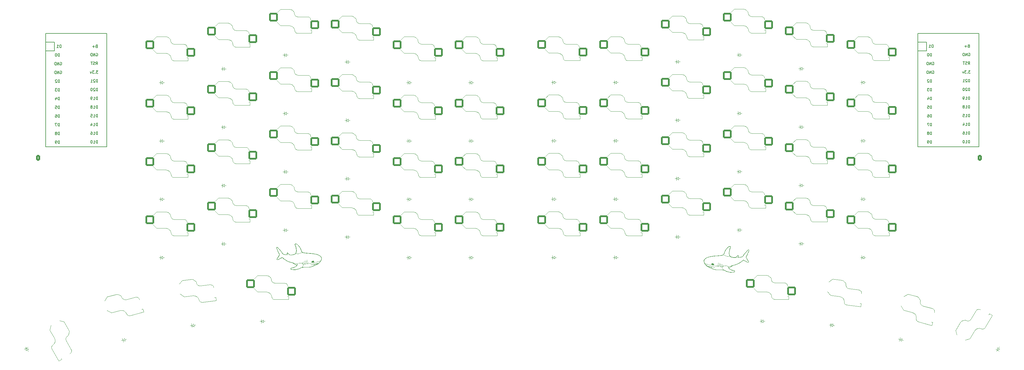
<source format=gbr>
%TF.GenerationSoftware,KiCad,Pcbnew,7.0.10*%
%TF.CreationDate,2024-02-10T22:50:59-05:00*%
%TF.ProjectId,blahajergo,626c6168-616a-4657-9267-6f2e6b696361,rev?*%
%TF.SameCoordinates,Original*%
%TF.FileFunction,Legend,Bot*%
%TF.FilePolarity,Positive*%
%FSLAX46Y46*%
G04 Gerber Fmt 4.6, Leading zero omitted, Abs format (unit mm)*
G04 Created by KiCad (PCBNEW 7.0.10) date 2024-02-10 22:50:59*
%MOMM*%
%LPD*%
G01*
G04 APERTURE LIST*
G04 Aperture macros list*
%AMRoundRect*
0 Rectangle with rounded corners*
0 $1 Rounding radius*
0 $2 $3 $4 $5 $6 $7 $8 $9 X,Y pos of 4 corners*
0 Add a 4 corners polygon primitive as box body*
4,1,4,$2,$3,$4,$5,$6,$7,$8,$9,$2,$3,0*
0 Add four circle primitives for the rounded corners*
1,1,$1+$1,$2,$3*
1,1,$1+$1,$4,$5*
1,1,$1+$1,$6,$7*
1,1,$1+$1,$8,$9*
0 Add four rect primitives between the rounded corners*
20,1,$1+$1,$2,$3,$4,$5,0*
20,1,$1+$1,$4,$5,$6,$7,0*
20,1,$1+$1,$6,$7,$8,$9,0*
20,1,$1+$1,$8,$9,$2,$3,0*%
%AMRotRect*
0 Rectangle, with rotation*
0 The origin of the aperture is its center*
0 $1 length*
0 $2 width*
0 $3 Rotation angle, in degrees counterclockwise*
0 Add horizontal line*
21,1,$1,$2,0,0,$3*%
G04 Aperture macros list end*
%ADD10C,0.150000*%
%ADD11C,0.120000*%
%ADD12C,0.100000*%
%ADD13C,0.200000*%
%ADD14R,1.752600X1.752600*%
%ADD15C,1.752600*%
%ADD16C,1.900000*%
%ADD17C,3.050000*%
%ADD18C,3.450000*%
%ADD19RoundRect,0.250000X-1.025000X-1.000000X1.025000X-1.000000X1.025000X1.000000X-1.025000X1.000000X0*%
%ADD20R,1.778000X1.778000*%
%ADD21R,0.900000X1.200000*%
%ADD22C,1.905000*%
%ADD23RoundRect,0.250000X-0.350000X-0.625000X0.350000X-0.625000X0.350000X0.625000X-0.350000X0.625000X0*%
%ADD24O,1.200000X1.750000*%
%ADD25R,1.700000X1.700000*%
%ADD26O,1.700000X1.700000*%
%ADD27RoundRect,0.250000X-0.895490X-1.117462X1.139229X-0.867630X0.895490X1.117462X-1.139229X0.867630X0*%
%ADD28RoundRect,0.250000X0.353525X-1.387676X1.378525X0.387676X-0.353525X1.387676X-1.378525X-0.387676X0*%
%ADD29RoundRect,0.250000X-1.248893X-0.700636X0.731255X-1.231215X1.248893X0.700636X-0.731255X1.231215X0*%
%ADD30C,1.000000*%
%ADD31RotRect,1.778000X1.778000X7.000000*%
%ADD32RotRect,0.900000X1.200000X7.000000*%
%ADD33RotRect,1.778000X1.778000X15.000000*%
%ADD34RotRect,0.900000X1.200000X15.000000*%
%ADD35RotRect,1.778000X1.778000X353.000000*%
%ADD36RotRect,0.900000X1.200000X353.000000*%
%ADD37RoundRect,0.250000X-0.731255X-1.231215X1.248893X-0.700636X0.731255X1.231215X-1.248893X0.700636X0*%
%ADD38C,0.700000*%
%ADD39C,4.400000*%
%ADD40C,0.500000*%
%ADD41RotRect,1.778000X1.778000X60.000000*%
%ADD42RotRect,0.900000X1.200000X60.000000*%
%ADD43RoundRect,0.250000X-1.378525X0.387676X-0.353525X-1.387676X1.378525X-0.387676X0.353525X1.387676X0*%
%ADD44RoundRect,0.250000X-1.139229X-0.867630X0.895490X-1.117462X1.139229X0.867630X-0.895490X1.117462X0*%
%ADD45RotRect,1.778000X1.778000X345.000000*%
%ADD46RotRect,0.900000X1.200000X345.000000*%
%ADD47RotRect,1.778000X1.778000X300.000000*%
%ADD48RotRect,0.900000X1.200000X300.000000*%
G04 APERTURE END LIST*
D10*
X82873757Y-128900259D02*
X82873757Y-128100259D01*
X82873757Y-128100259D02*
X82683281Y-128100259D01*
X82683281Y-128100259D02*
X82568995Y-128138354D01*
X82568995Y-128138354D02*
X82492805Y-128214544D01*
X82492805Y-128214544D02*
X82454710Y-128290735D01*
X82454710Y-128290735D02*
X82416614Y-128443116D01*
X82416614Y-128443116D02*
X82416614Y-128557402D01*
X82416614Y-128557402D02*
X82454710Y-128709783D01*
X82454710Y-128709783D02*
X82492805Y-128785973D01*
X82492805Y-128785973D02*
X82568995Y-128862164D01*
X82568995Y-128862164D02*
X82683281Y-128900259D01*
X82683281Y-128900259D02*
X82873757Y-128900259D01*
X81959472Y-128443116D02*
X82035662Y-128405021D01*
X82035662Y-128405021D02*
X82073757Y-128366925D01*
X82073757Y-128366925D02*
X82111853Y-128290735D01*
X82111853Y-128290735D02*
X82111853Y-128252640D01*
X82111853Y-128252640D02*
X82073757Y-128176449D01*
X82073757Y-128176449D02*
X82035662Y-128138354D01*
X82035662Y-128138354D02*
X81959472Y-128100259D01*
X81959472Y-128100259D02*
X81807091Y-128100259D01*
X81807091Y-128100259D02*
X81730900Y-128138354D01*
X81730900Y-128138354D02*
X81692805Y-128176449D01*
X81692805Y-128176449D02*
X81654710Y-128252640D01*
X81654710Y-128252640D02*
X81654710Y-128290735D01*
X81654710Y-128290735D02*
X81692805Y-128366925D01*
X81692805Y-128366925D02*
X81730900Y-128405021D01*
X81730900Y-128405021D02*
X81807091Y-128443116D01*
X81807091Y-128443116D02*
X81959472Y-128443116D01*
X81959472Y-128443116D02*
X82035662Y-128481211D01*
X82035662Y-128481211D02*
X82073757Y-128519306D01*
X82073757Y-128519306D02*
X82111853Y-128595497D01*
X82111853Y-128595497D02*
X82111853Y-128747878D01*
X82111853Y-128747878D02*
X82073757Y-128824068D01*
X82073757Y-128824068D02*
X82035662Y-128862164D01*
X82035662Y-128862164D02*
X81959472Y-128900259D01*
X81959472Y-128900259D02*
X81807091Y-128900259D01*
X81807091Y-128900259D02*
X81730900Y-128862164D01*
X81730900Y-128862164D02*
X81692805Y-128824068D01*
X81692805Y-128824068D02*
X81654710Y-128747878D01*
X81654710Y-128747878D02*
X81654710Y-128595497D01*
X81654710Y-128595497D02*
X81692805Y-128519306D01*
X81692805Y-128519306D02*
X81730900Y-128481211D01*
X81730900Y-128481211D02*
X81807091Y-128443116D01*
X82873757Y-123820259D02*
X82873757Y-123020259D01*
X82873757Y-123020259D02*
X82683281Y-123020259D01*
X82683281Y-123020259D02*
X82568995Y-123058354D01*
X82568995Y-123058354D02*
X82492805Y-123134544D01*
X82492805Y-123134544D02*
X82454710Y-123210735D01*
X82454710Y-123210735D02*
X82416614Y-123363116D01*
X82416614Y-123363116D02*
X82416614Y-123477402D01*
X82416614Y-123477402D02*
X82454710Y-123629783D01*
X82454710Y-123629783D02*
X82492805Y-123705973D01*
X82492805Y-123705973D02*
X82568995Y-123782164D01*
X82568995Y-123782164D02*
X82683281Y-123820259D01*
X82683281Y-123820259D02*
X82873757Y-123820259D01*
X81730900Y-123020259D02*
X81883281Y-123020259D01*
X81883281Y-123020259D02*
X81959472Y-123058354D01*
X81959472Y-123058354D02*
X81997567Y-123096449D01*
X81997567Y-123096449D02*
X82073757Y-123210735D01*
X82073757Y-123210735D02*
X82111853Y-123363116D01*
X82111853Y-123363116D02*
X82111853Y-123667878D01*
X82111853Y-123667878D02*
X82073757Y-123744068D01*
X82073757Y-123744068D02*
X82035662Y-123782164D01*
X82035662Y-123782164D02*
X81959472Y-123820259D01*
X81959472Y-123820259D02*
X81807091Y-123820259D01*
X81807091Y-123820259D02*
X81730900Y-123782164D01*
X81730900Y-123782164D02*
X81692805Y-123744068D01*
X81692805Y-123744068D02*
X81654710Y-123667878D01*
X81654710Y-123667878D02*
X81654710Y-123477402D01*
X81654710Y-123477402D02*
X81692805Y-123401211D01*
X81692805Y-123401211D02*
X81730900Y-123363116D01*
X81730900Y-123363116D02*
X81807091Y-123325021D01*
X81807091Y-123325021D02*
X81959472Y-123325021D01*
X81959472Y-123325021D02*
X82035662Y-123363116D01*
X82035662Y-123363116D02*
X82073757Y-123401211D01*
X82073757Y-123401211D02*
X82111853Y-123477402D01*
X93965710Y-113590259D02*
X93965710Y-112790259D01*
X93965710Y-112790259D02*
X93775234Y-112790259D01*
X93775234Y-112790259D02*
X93660948Y-112828354D01*
X93660948Y-112828354D02*
X93584758Y-112904544D01*
X93584758Y-112904544D02*
X93546663Y-112980735D01*
X93546663Y-112980735D02*
X93508567Y-113133116D01*
X93508567Y-113133116D02*
X93508567Y-113247402D01*
X93508567Y-113247402D02*
X93546663Y-113399783D01*
X93546663Y-113399783D02*
X93584758Y-113475973D01*
X93584758Y-113475973D02*
X93660948Y-113552164D01*
X93660948Y-113552164D02*
X93775234Y-113590259D01*
X93775234Y-113590259D02*
X93965710Y-113590259D01*
X93203806Y-112866449D02*
X93165710Y-112828354D01*
X93165710Y-112828354D02*
X93089520Y-112790259D01*
X93089520Y-112790259D02*
X92899044Y-112790259D01*
X92899044Y-112790259D02*
X92822853Y-112828354D01*
X92822853Y-112828354D02*
X92784758Y-112866449D01*
X92784758Y-112866449D02*
X92746663Y-112942640D01*
X92746663Y-112942640D02*
X92746663Y-113018830D01*
X92746663Y-113018830D02*
X92784758Y-113133116D01*
X92784758Y-113133116D02*
X93241901Y-113590259D01*
X93241901Y-113590259D02*
X92746663Y-113590259D01*
X91984758Y-113590259D02*
X92441901Y-113590259D01*
X92213329Y-113590259D02*
X92213329Y-112790259D01*
X92213329Y-112790259D02*
X92289520Y-112904544D01*
X92289520Y-112904544D02*
X92365710Y-112980735D01*
X92365710Y-112980735D02*
X92441901Y-113018830D01*
X82873757Y-106040259D02*
X82873757Y-105240259D01*
X82873757Y-105240259D02*
X82683281Y-105240259D01*
X82683281Y-105240259D02*
X82568995Y-105278354D01*
X82568995Y-105278354D02*
X82492805Y-105354544D01*
X82492805Y-105354544D02*
X82454710Y-105430735D01*
X82454710Y-105430735D02*
X82416614Y-105583116D01*
X82416614Y-105583116D02*
X82416614Y-105697402D01*
X82416614Y-105697402D02*
X82454710Y-105849783D01*
X82454710Y-105849783D02*
X82492805Y-105925973D01*
X82492805Y-105925973D02*
X82568995Y-106002164D01*
X82568995Y-106002164D02*
X82683281Y-106040259D01*
X82683281Y-106040259D02*
X82873757Y-106040259D01*
X81921376Y-105240259D02*
X81845186Y-105240259D01*
X81845186Y-105240259D02*
X81768995Y-105278354D01*
X81768995Y-105278354D02*
X81730900Y-105316449D01*
X81730900Y-105316449D02*
X81692805Y-105392640D01*
X81692805Y-105392640D02*
X81654710Y-105545021D01*
X81654710Y-105545021D02*
X81654710Y-105735497D01*
X81654710Y-105735497D02*
X81692805Y-105887878D01*
X81692805Y-105887878D02*
X81730900Y-105964068D01*
X81730900Y-105964068D02*
X81768995Y-106002164D01*
X81768995Y-106002164D02*
X81845186Y-106040259D01*
X81845186Y-106040259D02*
X81921376Y-106040259D01*
X81921376Y-106040259D02*
X81997567Y-106002164D01*
X81997567Y-106002164D02*
X82035662Y-105964068D01*
X82035662Y-105964068D02*
X82073757Y-105887878D01*
X82073757Y-105887878D02*
X82111853Y-105735497D01*
X82111853Y-105735497D02*
X82111853Y-105545021D01*
X82111853Y-105545021D02*
X82073757Y-105392640D01*
X82073757Y-105392640D02*
X82035662Y-105316449D01*
X82035662Y-105316449D02*
X81997567Y-105278354D01*
X81997567Y-105278354D02*
X81921376Y-105240259D01*
X82873757Y-121280259D02*
X82873757Y-120480259D01*
X82873757Y-120480259D02*
X82683281Y-120480259D01*
X82683281Y-120480259D02*
X82568995Y-120518354D01*
X82568995Y-120518354D02*
X82492805Y-120594544D01*
X82492805Y-120594544D02*
X82454710Y-120670735D01*
X82454710Y-120670735D02*
X82416614Y-120823116D01*
X82416614Y-120823116D02*
X82416614Y-120937402D01*
X82416614Y-120937402D02*
X82454710Y-121089783D01*
X82454710Y-121089783D02*
X82492805Y-121165973D01*
X82492805Y-121165973D02*
X82568995Y-121242164D01*
X82568995Y-121242164D02*
X82683281Y-121280259D01*
X82683281Y-121280259D02*
X82873757Y-121280259D01*
X81692805Y-120480259D02*
X82073757Y-120480259D01*
X82073757Y-120480259D02*
X82111853Y-120861211D01*
X82111853Y-120861211D02*
X82073757Y-120823116D01*
X82073757Y-120823116D02*
X81997567Y-120785021D01*
X81997567Y-120785021D02*
X81807091Y-120785021D01*
X81807091Y-120785021D02*
X81730900Y-120823116D01*
X81730900Y-120823116D02*
X81692805Y-120861211D01*
X81692805Y-120861211D02*
X81654710Y-120937402D01*
X81654710Y-120937402D02*
X81654710Y-121127878D01*
X81654710Y-121127878D02*
X81692805Y-121204068D01*
X81692805Y-121204068D02*
X81730900Y-121242164D01*
X81730900Y-121242164D02*
X81807091Y-121280259D01*
X81807091Y-121280259D02*
X81997567Y-121280259D01*
X81997567Y-121280259D02*
X82073757Y-121242164D01*
X82073757Y-121242164D02*
X82111853Y-121204068D01*
X82873757Y-126360259D02*
X82873757Y-125560259D01*
X82873757Y-125560259D02*
X82683281Y-125560259D01*
X82683281Y-125560259D02*
X82568995Y-125598354D01*
X82568995Y-125598354D02*
X82492805Y-125674544D01*
X82492805Y-125674544D02*
X82454710Y-125750735D01*
X82454710Y-125750735D02*
X82416614Y-125903116D01*
X82416614Y-125903116D02*
X82416614Y-126017402D01*
X82416614Y-126017402D02*
X82454710Y-126169783D01*
X82454710Y-126169783D02*
X82492805Y-126245973D01*
X82492805Y-126245973D02*
X82568995Y-126322164D01*
X82568995Y-126322164D02*
X82683281Y-126360259D01*
X82683281Y-126360259D02*
X82873757Y-126360259D01*
X82149948Y-125560259D02*
X81616614Y-125560259D01*
X81616614Y-125560259D02*
X81959472Y-126360259D01*
X94137139Y-110250259D02*
X93641901Y-110250259D01*
X93641901Y-110250259D02*
X93908567Y-110555021D01*
X93908567Y-110555021D02*
X93794282Y-110555021D01*
X93794282Y-110555021D02*
X93718091Y-110593116D01*
X93718091Y-110593116D02*
X93679996Y-110631211D01*
X93679996Y-110631211D02*
X93641901Y-110707402D01*
X93641901Y-110707402D02*
X93641901Y-110897878D01*
X93641901Y-110897878D02*
X93679996Y-110974068D01*
X93679996Y-110974068D02*
X93718091Y-111012164D01*
X93718091Y-111012164D02*
X93794282Y-111050259D01*
X93794282Y-111050259D02*
X94022853Y-111050259D01*
X94022853Y-111050259D02*
X94099044Y-111012164D01*
X94099044Y-111012164D02*
X94137139Y-110974068D01*
X93299043Y-110974068D02*
X93260948Y-111012164D01*
X93260948Y-111012164D02*
X93299043Y-111050259D01*
X93299043Y-111050259D02*
X93337139Y-111012164D01*
X93337139Y-111012164D02*
X93299043Y-110974068D01*
X93299043Y-110974068D02*
X93299043Y-111050259D01*
X92994282Y-110250259D02*
X92499044Y-110250259D01*
X92499044Y-110250259D02*
X92765710Y-110555021D01*
X92765710Y-110555021D02*
X92651425Y-110555021D01*
X92651425Y-110555021D02*
X92575234Y-110593116D01*
X92575234Y-110593116D02*
X92537139Y-110631211D01*
X92537139Y-110631211D02*
X92499044Y-110707402D01*
X92499044Y-110707402D02*
X92499044Y-110897878D01*
X92499044Y-110897878D02*
X92537139Y-110974068D01*
X92537139Y-110974068D02*
X92575234Y-111012164D01*
X92575234Y-111012164D02*
X92651425Y-111050259D01*
X92651425Y-111050259D02*
X92879996Y-111050259D01*
X92879996Y-111050259D02*
X92956187Y-111012164D01*
X92956187Y-111012164D02*
X92994282Y-110974068D01*
X92232377Y-110516925D02*
X92041901Y-111050259D01*
X92041901Y-111050259D02*
X91851424Y-110516925D01*
X93965710Y-116130259D02*
X93965710Y-115330259D01*
X93965710Y-115330259D02*
X93775234Y-115330259D01*
X93775234Y-115330259D02*
X93660948Y-115368354D01*
X93660948Y-115368354D02*
X93584758Y-115444544D01*
X93584758Y-115444544D02*
X93546663Y-115520735D01*
X93546663Y-115520735D02*
X93508567Y-115673116D01*
X93508567Y-115673116D02*
X93508567Y-115787402D01*
X93508567Y-115787402D02*
X93546663Y-115939783D01*
X93546663Y-115939783D02*
X93584758Y-116015973D01*
X93584758Y-116015973D02*
X93660948Y-116092164D01*
X93660948Y-116092164D02*
X93775234Y-116130259D01*
X93775234Y-116130259D02*
X93965710Y-116130259D01*
X93203806Y-115406449D02*
X93165710Y-115368354D01*
X93165710Y-115368354D02*
X93089520Y-115330259D01*
X93089520Y-115330259D02*
X92899044Y-115330259D01*
X92899044Y-115330259D02*
X92822853Y-115368354D01*
X92822853Y-115368354D02*
X92784758Y-115406449D01*
X92784758Y-115406449D02*
X92746663Y-115482640D01*
X92746663Y-115482640D02*
X92746663Y-115558830D01*
X92746663Y-115558830D02*
X92784758Y-115673116D01*
X92784758Y-115673116D02*
X93241901Y-116130259D01*
X93241901Y-116130259D02*
X92746663Y-116130259D01*
X92251424Y-115330259D02*
X92175234Y-115330259D01*
X92175234Y-115330259D02*
X92099043Y-115368354D01*
X92099043Y-115368354D02*
X92060948Y-115406449D01*
X92060948Y-115406449D02*
X92022853Y-115482640D01*
X92022853Y-115482640D02*
X91984758Y-115635021D01*
X91984758Y-115635021D02*
X91984758Y-115825497D01*
X91984758Y-115825497D02*
X92022853Y-115977878D01*
X92022853Y-115977878D02*
X92060948Y-116054068D01*
X92060948Y-116054068D02*
X92099043Y-116092164D01*
X92099043Y-116092164D02*
X92175234Y-116130259D01*
X92175234Y-116130259D02*
X92251424Y-116130259D01*
X92251424Y-116130259D02*
X92327615Y-116092164D01*
X92327615Y-116092164D02*
X92365710Y-116054068D01*
X92365710Y-116054068D02*
X92403805Y-115977878D01*
X92403805Y-115977878D02*
X92441901Y-115825497D01*
X92441901Y-115825497D02*
X92441901Y-115635021D01*
X92441901Y-115635021D02*
X92403805Y-115482640D01*
X92403805Y-115482640D02*
X92365710Y-115406449D01*
X92365710Y-115406449D02*
X92327615Y-115368354D01*
X92327615Y-115368354D02*
X92251424Y-115330259D01*
X83103805Y-107818354D02*
X83179995Y-107780259D01*
X83179995Y-107780259D02*
X83294281Y-107780259D01*
X83294281Y-107780259D02*
X83408567Y-107818354D01*
X83408567Y-107818354D02*
X83484757Y-107894544D01*
X83484757Y-107894544D02*
X83522852Y-107970735D01*
X83522852Y-107970735D02*
X83560948Y-108123116D01*
X83560948Y-108123116D02*
X83560948Y-108237402D01*
X83560948Y-108237402D02*
X83522852Y-108389783D01*
X83522852Y-108389783D02*
X83484757Y-108465973D01*
X83484757Y-108465973D02*
X83408567Y-108542164D01*
X83408567Y-108542164D02*
X83294281Y-108580259D01*
X83294281Y-108580259D02*
X83218090Y-108580259D01*
X83218090Y-108580259D02*
X83103805Y-108542164D01*
X83103805Y-108542164D02*
X83065709Y-108504068D01*
X83065709Y-108504068D02*
X83065709Y-108237402D01*
X83065709Y-108237402D02*
X83218090Y-108237402D01*
X82722852Y-108580259D02*
X82722852Y-107780259D01*
X82722852Y-107780259D02*
X82265709Y-108580259D01*
X82265709Y-108580259D02*
X82265709Y-107780259D01*
X81884757Y-108580259D02*
X81884757Y-107780259D01*
X81884757Y-107780259D02*
X81694281Y-107780259D01*
X81694281Y-107780259D02*
X81579995Y-107818354D01*
X81579995Y-107818354D02*
X81503805Y-107894544D01*
X81503805Y-107894544D02*
X81465710Y-107970735D01*
X81465710Y-107970735D02*
X81427614Y-108123116D01*
X81427614Y-108123116D02*
X81427614Y-108237402D01*
X81427614Y-108237402D02*
X81465710Y-108389783D01*
X81465710Y-108389783D02*
X81503805Y-108465973D01*
X81503805Y-108465973D02*
X81579995Y-108542164D01*
X81579995Y-108542164D02*
X81694281Y-108580259D01*
X81694281Y-108580259D02*
X81884757Y-108580259D01*
X93965710Y-126290259D02*
X93965710Y-125490259D01*
X93965710Y-125490259D02*
X93775234Y-125490259D01*
X93775234Y-125490259D02*
X93660948Y-125528354D01*
X93660948Y-125528354D02*
X93584758Y-125604544D01*
X93584758Y-125604544D02*
X93546663Y-125680735D01*
X93546663Y-125680735D02*
X93508567Y-125833116D01*
X93508567Y-125833116D02*
X93508567Y-125947402D01*
X93508567Y-125947402D02*
X93546663Y-126099783D01*
X93546663Y-126099783D02*
X93584758Y-126175973D01*
X93584758Y-126175973D02*
X93660948Y-126252164D01*
X93660948Y-126252164D02*
X93775234Y-126290259D01*
X93775234Y-126290259D02*
X93965710Y-126290259D01*
X92746663Y-126290259D02*
X93203806Y-126290259D01*
X92975234Y-126290259D02*
X92975234Y-125490259D01*
X92975234Y-125490259D02*
X93051425Y-125604544D01*
X93051425Y-125604544D02*
X93127615Y-125680735D01*
X93127615Y-125680735D02*
X93203806Y-125718830D01*
X92060948Y-125756925D02*
X92060948Y-126290259D01*
X92251424Y-125452164D02*
X92441901Y-126023592D01*
X92441901Y-126023592D02*
X91946662Y-126023592D01*
X93965710Y-123750259D02*
X93965710Y-122950259D01*
X93965710Y-122950259D02*
X93775234Y-122950259D01*
X93775234Y-122950259D02*
X93660948Y-122988354D01*
X93660948Y-122988354D02*
X93584758Y-123064544D01*
X93584758Y-123064544D02*
X93546663Y-123140735D01*
X93546663Y-123140735D02*
X93508567Y-123293116D01*
X93508567Y-123293116D02*
X93508567Y-123407402D01*
X93508567Y-123407402D02*
X93546663Y-123559783D01*
X93546663Y-123559783D02*
X93584758Y-123635973D01*
X93584758Y-123635973D02*
X93660948Y-123712164D01*
X93660948Y-123712164D02*
X93775234Y-123750259D01*
X93775234Y-123750259D02*
X93965710Y-123750259D01*
X92746663Y-123750259D02*
X93203806Y-123750259D01*
X92975234Y-123750259D02*
X92975234Y-122950259D01*
X92975234Y-122950259D02*
X93051425Y-123064544D01*
X93051425Y-123064544D02*
X93127615Y-123140735D01*
X93127615Y-123140735D02*
X93203806Y-123178830D01*
X92022853Y-122950259D02*
X92403805Y-122950259D01*
X92403805Y-122950259D02*
X92441901Y-123331211D01*
X92441901Y-123331211D02*
X92403805Y-123293116D01*
X92403805Y-123293116D02*
X92327615Y-123255021D01*
X92327615Y-123255021D02*
X92137139Y-123255021D01*
X92137139Y-123255021D02*
X92060948Y-123293116D01*
X92060948Y-123293116D02*
X92022853Y-123331211D01*
X92022853Y-123331211D02*
X91984758Y-123407402D01*
X91984758Y-123407402D02*
X91984758Y-123597878D01*
X91984758Y-123597878D02*
X92022853Y-123674068D01*
X92022853Y-123674068D02*
X92060948Y-123712164D01*
X92060948Y-123712164D02*
X92137139Y-123750259D01*
X92137139Y-123750259D02*
X92327615Y-123750259D01*
X92327615Y-123750259D02*
X92403805Y-123712164D01*
X92403805Y-123712164D02*
X92441901Y-123674068D01*
X82873757Y-113660259D02*
X82873757Y-112860259D01*
X82873757Y-112860259D02*
X82683281Y-112860259D01*
X82683281Y-112860259D02*
X82568995Y-112898354D01*
X82568995Y-112898354D02*
X82492805Y-112974544D01*
X82492805Y-112974544D02*
X82454710Y-113050735D01*
X82454710Y-113050735D02*
X82416614Y-113203116D01*
X82416614Y-113203116D02*
X82416614Y-113317402D01*
X82416614Y-113317402D02*
X82454710Y-113469783D01*
X82454710Y-113469783D02*
X82492805Y-113545973D01*
X82492805Y-113545973D02*
X82568995Y-113622164D01*
X82568995Y-113622164D02*
X82683281Y-113660259D01*
X82683281Y-113660259D02*
X82873757Y-113660259D01*
X82111853Y-112936449D02*
X82073757Y-112898354D01*
X82073757Y-112898354D02*
X81997567Y-112860259D01*
X81997567Y-112860259D02*
X81807091Y-112860259D01*
X81807091Y-112860259D02*
X81730900Y-112898354D01*
X81730900Y-112898354D02*
X81692805Y-112936449D01*
X81692805Y-112936449D02*
X81654710Y-113012640D01*
X81654710Y-113012640D02*
X81654710Y-113088830D01*
X81654710Y-113088830D02*
X81692805Y-113203116D01*
X81692805Y-113203116D02*
X82149948Y-113660259D01*
X82149948Y-113660259D02*
X81654710Y-113660259D01*
X93603805Y-105208354D02*
X93679995Y-105170259D01*
X93679995Y-105170259D02*
X93794281Y-105170259D01*
X93794281Y-105170259D02*
X93908567Y-105208354D01*
X93908567Y-105208354D02*
X93984757Y-105284544D01*
X93984757Y-105284544D02*
X94022852Y-105360735D01*
X94022852Y-105360735D02*
X94060948Y-105513116D01*
X94060948Y-105513116D02*
X94060948Y-105627402D01*
X94060948Y-105627402D02*
X94022852Y-105779783D01*
X94022852Y-105779783D02*
X93984757Y-105855973D01*
X93984757Y-105855973D02*
X93908567Y-105932164D01*
X93908567Y-105932164D02*
X93794281Y-105970259D01*
X93794281Y-105970259D02*
X93718090Y-105970259D01*
X93718090Y-105970259D02*
X93603805Y-105932164D01*
X93603805Y-105932164D02*
X93565709Y-105894068D01*
X93565709Y-105894068D02*
X93565709Y-105627402D01*
X93565709Y-105627402D02*
X93718090Y-105627402D01*
X93222852Y-105970259D02*
X93222852Y-105170259D01*
X93222852Y-105170259D02*
X92765709Y-105970259D01*
X92765709Y-105970259D02*
X92765709Y-105170259D01*
X92384757Y-105970259D02*
X92384757Y-105170259D01*
X92384757Y-105170259D02*
X92194281Y-105170259D01*
X92194281Y-105170259D02*
X92079995Y-105208354D01*
X92079995Y-105208354D02*
X92003805Y-105284544D01*
X92003805Y-105284544D02*
X91965710Y-105360735D01*
X91965710Y-105360735D02*
X91927614Y-105513116D01*
X91927614Y-105513116D02*
X91927614Y-105627402D01*
X91927614Y-105627402D02*
X91965710Y-105779783D01*
X91965710Y-105779783D02*
X92003805Y-105855973D01*
X92003805Y-105855973D02*
X92079995Y-105932164D01*
X92079995Y-105932164D02*
X92194281Y-105970259D01*
X92194281Y-105970259D02*
X92384757Y-105970259D01*
X82873757Y-116200259D02*
X82873757Y-115400259D01*
X82873757Y-115400259D02*
X82683281Y-115400259D01*
X82683281Y-115400259D02*
X82568995Y-115438354D01*
X82568995Y-115438354D02*
X82492805Y-115514544D01*
X82492805Y-115514544D02*
X82454710Y-115590735D01*
X82454710Y-115590735D02*
X82416614Y-115743116D01*
X82416614Y-115743116D02*
X82416614Y-115857402D01*
X82416614Y-115857402D02*
X82454710Y-116009783D01*
X82454710Y-116009783D02*
X82492805Y-116085973D01*
X82492805Y-116085973D02*
X82568995Y-116162164D01*
X82568995Y-116162164D02*
X82683281Y-116200259D01*
X82683281Y-116200259D02*
X82873757Y-116200259D01*
X82149948Y-115400259D02*
X81654710Y-115400259D01*
X81654710Y-115400259D02*
X81921376Y-115705021D01*
X81921376Y-115705021D02*
X81807091Y-115705021D01*
X81807091Y-115705021D02*
X81730900Y-115743116D01*
X81730900Y-115743116D02*
X81692805Y-115781211D01*
X81692805Y-115781211D02*
X81654710Y-115857402D01*
X81654710Y-115857402D02*
X81654710Y-116047878D01*
X81654710Y-116047878D02*
X81692805Y-116124068D01*
X81692805Y-116124068D02*
X81730900Y-116162164D01*
X81730900Y-116162164D02*
X81807091Y-116200259D01*
X81807091Y-116200259D02*
X82035662Y-116200259D01*
X82035662Y-116200259D02*
X82111853Y-116162164D01*
X82111853Y-116162164D02*
X82149948Y-116124068D01*
X93965710Y-128830259D02*
X93965710Y-128030259D01*
X93965710Y-128030259D02*
X93775234Y-128030259D01*
X93775234Y-128030259D02*
X93660948Y-128068354D01*
X93660948Y-128068354D02*
X93584758Y-128144544D01*
X93584758Y-128144544D02*
X93546663Y-128220735D01*
X93546663Y-128220735D02*
X93508567Y-128373116D01*
X93508567Y-128373116D02*
X93508567Y-128487402D01*
X93508567Y-128487402D02*
X93546663Y-128639783D01*
X93546663Y-128639783D02*
X93584758Y-128715973D01*
X93584758Y-128715973D02*
X93660948Y-128792164D01*
X93660948Y-128792164D02*
X93775234Y-128830259D01*
X93775234Y-128830259D02*
X93965710Y-128830259D01*
X92746663Y-128830259D02*
X93203806Y-128830259D01*
X92975234Y-128830259D02*
X92975234Y-128030259D01*
X92975234Y-128030259D02*
X93051425Y-128144544D01*
X93051425Y-128144544D02*
X93127615Y-128220735D01*
X93127615Y-128220735D02*
X93203806Y-128258830D01*
X92060948Y-128030259D02*
X92213329Y-128030259D01*
X92213329Y-128030259D02*
X92289520Y-128068354D01*
X92289520Y-128068354D02*
X92327615Y-128106449D01*
X92327615Y-128106449D02*
X92403805Y-128220735D01*
X92403805Y-128220735D02*
X92441901Y-128373116D01*
X92441901Y-128373116D02*
X92441901Y-128677878D01*
X92441901Y-128677878D02*
X92403805Y-128754068D01*
X92403805Y-128754068D02*
X92365710Y-128792164D01*
X92365710Y-128792164D02*
X92289520Y-128830259D01*
X92289520Y-128830259D02*
X92137139Y-128830259D01*
X92137139Y-128830259D02*
X92060948Y-128792164D01*
X92060948Y-128792164D02*
X92022853Y-128754068D01*
X92022853Y-128754068D02*
X91984758Y-128677878D01*
X91984758Y-128677878D02*
X91984758Y-128487402D01*
X91984758Y-128487402D02*
X92022853Y-128411211D01*
X92022853Y-128411211D02*
X92060948Y-128373116D01*
X92060948Y-128373116D02*
X92137139Y-128335021D01*
X92137139Y-128335021D02*
X92289520Y-128335021D01*
X92289520Y-128335021D02*
X92365710Y-128373116D01*
X92365710Y-128373116D02*
X92403805Y-128411211D01*
X92403805Y-128411211D02*
X92441901Y-128487402D01*
X83103805Y-110358354D02*
X83179995Y-110320259D01*
X83179995Y-110320259D02*
X83294281Y-110320259D01*
X83294281Y-110320259D02*
X83408567Y-110358354D01*
X83408567Y-110358354D02*
X83484757Y-110434544D01*
X83484757Y-110434544D02*
X83522852Y-110510735D01*
X83522852Y-110510735D02*
X83560948Y-110663116D01*
X83560948Y-110663116D02*
X83560948Y-110777402D01*
X83560948Y-110777402D02*
X83522852Y-110929783D01*
X83522852Y-110929783D02*
X83484757Y-111005973D01*
X83484757Y-111005973D02*
X83408567Y-111082164D01*
X83408567Y-111082164D02*
X83294281Y-111120259D01*
X83294281Y-111120259D02*
X83218090Y-111120259D01*
X83218090Y-111120259D02*
X83103805Y-111082164D01*
X83103805Y-111082164D02*
X83065709Y-111044068D01*
X83065709Y-111044068D02*
X83065709Y-110777402D01*
X83065709Y-110777402D02*
X83218090Y-110777402D01*
X82722852Y-111120259D02*
X82722852Y-110320259D01*
X82722852Y-110320259D02*
X82265709Y-111120259D01*
X82265709Y-111120259D02*
X82265709Y-110320259D01*
X81884757Y-111120259D02*
X81884757Y-110320259D01*
X81884757Y-110320259D02*
X81694281Y-110320259D01*
X81694281Y-110320259D02*
X81579995Y-110358354D01*
X81579995Y-110358354D02*
X81503805Y-110434544D01*
X81503805Y-110434544D02*
X81465710Y-110510735D01*
X81465710Y-110510735D02*
X81427614Y-110663116D01*
X81427614Y-110663116D02*
X81427614Y-110777402D01*
X81427614Y-110777402D02*
X81465710Y-110929783D01*
X81465710Y-110929783D02*
X81503805Y-111005973D01*
X81503805Y-111005973D02*
X81579995Y-111082164D01*
X81579995Y-111082164D02*
X81694281Y-111120259D01*
X81694281Y-111120259D02*
X81884757Y-111120259D01*
X93471376Y-108480259D02*
X93738043Y-108099306D01*
X93928519Y-108480259D02*
X93928519Y-107680259D01*
X93928519Y-107680259D02*
X93623757Y-107680259D01*
X93623757Y-107680259D02*
X93547567Y-107718354D01*
X93547567Y-107718354D02*
X93509472Y-107756449D01*
X93509472Y-107756449D02*
X93471376Y-107832640D01*
X93471376Y-107832640D02*
X93471376Y-107946925D01*
X93471376Y-107946925D02*
X93509472Y-108023116D01*
X93509472Y-108023116D02*
X93547567Y-108061211D01*
X93547567Y-108061211D02*
X93623757Y-108099306D01*
X93623757Y-108099306D02*
X93928519Y-108099306D01*
X93166615Y-108442164D02*
X93052329Y-108480259D01*
X93052329Y-108480259D02*
X92861853Y-108480259D01*
X92861853Y-108480259D02*
X92785662Y-108442164D01*
X92785662Y-108442164D02*
X92747567Y-108404068D01*
X92747567Y-108404068D02*
X92709472Y-108327878D01*
X92709472Y-108327878D02*
X92709472Y-108251687D01*
X92709472Y-108251687D02*
X92747567Y-108175497D01*
X92747567Y-108175497D02*
X92785662Y-108137402D01*
X92785662Y-108137402D02*
X92861853Y-108099306D01*
X92861853Y-108099306D02*
X93014234Y-108061211D01*
X93014234Y-108061211D02*
X93090424Y-108023116D01*
X93090424Y-108023116D02*
X93128519Y-107985021D01*
X93128519Y-107985021D02*
X93166615Y-107908830D01*
X93166615Y-107908830D02*
X93166615Y-107832640D01*
X93166615Y-107832640D02*
X93128519Y-107756449D01*
X93128519Y-107756449D02*
X93090424Y-107718354D01*
X93090424Y-107718354D02*
X93014234Y-107680259D01*
X93014234Y-107680259D02*
X92823757Y-107680259D01*
X92823757Y-107680259D02*
X92709472Y-107718354D01*
X92480900Y-107680259D02*
X92023757Y-107680259D01*
X92252329Y-108480259D02*
X92252329Y-107680259D01*
X82873757Y-118740259D02*
X82873757Y-117940259D01*
X82873757Y-117940259D02*
X82683281Y-117940259D01*
X82683281Y-117940259D02*
X82568995Y-117978354D01*
X82568995Y-117978354D02*
X82492805Y-118054544D01*
X82492805Y-118054544D02*
X82454710Y-118130735D01*
X82454710Y-118130735D02*
X82416614Y-118283116D01*
X82416614Y-118283116D02*
X82416614Y-118397402D01*
X82416614Y-118397402D02*
X82454710Y-118549783D01*
X82454710Y-118549783D02*
X82492805Y-118625973D01*
X82492805Y-118625973D02*
X82568995Y-118702164D01*
X82568995Y-118702164D02*
X82683281Y-118740259D01*
X82683281Y-118740259D02*
X82873757Y-118740259D01*
X81730900Y-118206925D02*
X81730900Y-118740259D01*
X81921376Y-117902164D02*
X82111853Y-118473592D01*
X82111853Y-118473592D02*
X81616614Y-118473592D01*
X93965710Y-131370259D02*
X93965710Y-130570259D01*
X93965710Y-130570259D02*
X93775234Y-130570259D01*
X93775234Y-130570259D02*
X93660948Y-130608354D01*
X93660948Y-130608354D02*
X93584758Y-130684544D01*
X93584758Y-130684544D02*
X93546663Y-130760735D01*
X93546663Y-130760735D02*
X93508567Y-130913116D01*
X93508567Y-130913116D02*
X93508567Y-131027402D01*
X93508567Y-131027402D02*
X93546663Y-131179783D01*
X93546663Y-131179783D02*
X93584758Y-131255973D01*
X93584758Y-131255973D02*
X93660948Y-131332164D01*
X93660948Y-131332164D02*
X93775234Y-131370259D01*
X93775234Y-131370259D02*
X93965710Y-131370259D01*
X92746663Y-131370259D02*
X93203806Y-131370259D01*
X92975234Y-131370259D02*
X92975234Y-130570259D01*
X92975234Y-130570259D02*
X93051425Y-130684544D01*
X93051425Y-130684544D02*
X93127615Y-130760735D01*
X93127615Y-130760735D02*
X93203806Y-130798830D01*
X92251424Y-130570259D02*
X92175234Y-130570259D01*
X92175234Y-130570259D02*
X92099043Y-130608354D01*
X92099043Y-130608354D02*
X92060948Y-130646449D01*
X92060948Y-130646449D02*
X92022853Y-130722640D01*
X92022853Y-130722640D02*
X91984758Y-130875021D01*
X91984758Y-130875021D02*
X91984758Y-131065497D01*
X91984758Y-131065497D02*
X92022853Y-131217878D01*
X92022853Y-131217878D02*
X92060948Y-131294068D01*
X92060948Y-131294068D02*
X92099043Y-131332164D01*
X92099043Y-131332164D02*
X92175234Y-131370259D01*
X92175234Y-131370259D02*
X92251424Y-131370259D01*
X92251424Y-131370259D02*
X92327615Y-131332164D01*
X92327615Y-131332164D02*
X92365710Y-131294068D01*
X92365710Y-131294068D02*
X92403805Y-131217878D01*
X92403805Y-131217878D02*
X92441901Y-131065497D01*
X92441901Y-131065497D02*
X92441901Y-130875021D01*
X92441901Y-130875021D02*
X92403805Y-130722640D01*
X92403805Y-130722640D02*
X92365710Y-130646449D01*
X92365710Y-130646449D02*
X92327615Y-130608354D01*
X92327615Y-130608354D02*
X92251424Y-130570259D01*
X82873757Y-131440259D02*
X82873757Y-130640259D01*
X82873757Y-130640259D02*
X82683281Y-130640259D01*
X82683281Y-130640259D02*
X82568995Y-130678354D01*
X82568995Y-130678354D02*
X82492805Y-130754544D01*
X82492805Y-130754544D02*
X82454710Y-130830735D01*
X82454710Y-130830735D02*
X82416614Y-130983116D01*
X82416614Y-130983116D02*
X82416614Y-131097402D01*
X82416614Y-131097402D02*
X82454710Y-131249783D01*
X82454710Y-131249783D02*
X82492805Y-131325973D01*
X82492805Y-131325973D02*
X82568995Y-131402164D01*
X82568995Y-131402164D02*
X82683281Y-131440259D01*
X82683281Y-131440259D02*
X82873757Y-131440259D01*
X82035662Y-131440259D02*
X81883281Y-131440259D01*
X81883281Y-131440259D02*
X81807091Y-131402164D01*
X81807091Y-131402164D02*
X81768995Y-131364068D01*
X81768995Y-131364068D02*
X81692805Y-131249783D01*
X81692805Y-131249783D02*
X81654710Y-131097402D01*
X81654710Y-131097402D02*
X81654710Y-130792640D01*
X81654710Y-130792640D02*
X81692805Y-130716449D01*
X81692805Y-130716449D02*
X81730900Y-130678354D01*
X81730900Y-130678354D02*
X81807091Y-130640259D01*
X81807091Y-130640259D02*
X81959472Y-130640259D01*
X81959472Y-130640259D02*
X82035662Y-130678354D01*
X82035662Y-130678354D02*
X82073757Y-130716449D01*
X82073757Y-130716449D02*
X82111853Y-130792640D01*
X82111853Y-130792640D02*
X82111853Y-130983116D01*
X82111853Y-130983116D02*
X82073757Y-131059306D01*
X82073757Y-131059306D02*
X82035662Y-131097402D01*
X82035662Y-131097402D02*
X81959472Y-131135497D01*
X81959472Y-131135497D02*
X81807091Y-131135497D01*
X81807091Y-131135497D02*
X81730900Y-131097402D01*
X81730900Y-131097402D02*
X81692805Y-131059306D01*
X81692805Y-131059306D02*
X81654710Y-130983116D01*
X83334757Y-103500259D02*
X83334757Y-102700259D01*
X83334757Y-102700259D02*
X83144281Y-102700259D01*
X83144281Y-102700259D02*
X83029995Y-102738354D01*
X83029995Y-102738354D02*
X82953805Y-102814544D01*
X82953805Y-102814544D02*
X82915710Y-102890735D01*
X82915710Y-102890735D02*
X82877614Y-103043116D01*
X82877614Y-103043116D02*
X82877614Y-103157402D01*
X82877614Y-103157402D02*
X82915710Y-103309783D01*
X82915710Y-103309783D02*
X82953805Y-103385973D01*
X82953805Y-103385973D02*
X83029995Y-103462164D01*
X83029995Y-103462164D02*
X83144281Y-103500259D01*
X83144281Y-103500259D02*
X83334757Y-103500259D01*
X82115710Y-103500259D02*
X82572853Y-103500259D01*
X82344281Y-103500259D02*
X82344281Y-102700259D01*
X82344281Y-102700259D02*
X82420472Y-102814544D01*
X82420472Y-102814544D02*
X82496662Y-102890735D01*
X82496662Y-102890735D02*
X82572853Y-102928830D01*
X93965710Y-121210259D02*
X93965710Y-120410259D01*
X93965710Y-120410259D02*
X93775234Y-120410259D01*
X93775234Y-120410259D02*
X93660948Y-120448354D01*
X93660948Y-120448354D02*
X93584758Y-120524544D01*
X93584758Y-120524544D02*
X93546663Y-120600735D01*
X93546663Y-120600735D02*
X93508567Y-120753116D01*
X93508567Y-120753116D02*
X93508567Y-120867402D01*
X93508567Y-120867402D02*
X93546663Y-121019783D01*
X93546663Y-121019783D02*
X93584758Y-121095973D01*
X93584758Y-121095973D02*
X93660948Y-121172164D01*
X93660948Y-121172164D02*
X93775234Y-121210259D01*
X93775234Y-121210259D02*
X93965710Y-121210259D01*
X92746663Y-121210259D02*
X93203806Y-121210259D01*
X92975234Y-121210259D02*
X92975234Y-120410259D01*
X92975234Y-120410259D02*
X93051425Y-120524544D01*
X93051425Y-120524544D02*
X93127615Y-120600735D01*
X93127615Y-120600735D02*
X93203806Y-120638830D01*
X92289520Y-120753116D02*
X92365710Y-120715021D01*
X92365710Y-120715021D02*
X92403805Y-120676925D01*
X92403805Y-120676925D02*
X92441901Y-120600735D01*
X92441901Y-120600735D02*
X92441901Y-120562640D01*
X92441901Y-120562640D02*
X92403805Y-120486449D01*
X92403805Y-120486449D02*
X92365710Y-120448354D01*
X92365710Y-120448354D02*
X92289520Y-120410259D01*
X92289520Y-120410259D02*
X92137139Y-120410259D01*
X92137139Y-120410259D02*
X92060948Y-120448354D01*
X92060948Y-120448354D02*
X92022853Y-120486449D01*
X92022853Y-120486449D02*
X91984758Y-120562640D01*
X91984758Y-120562640D02*
X91984758Y-120600735D01*
X91984758Y-120600735D02*
X92022853Y-120676925D01*
X92022853Y-120676925D02*
X92060948Y-120715021D01*
X92060948Y-120715021D02*
X92137139Y-120753116D01*
X92137139Y-120753116D02*
X92289520Y-120753116D01*
X92289520Y-120753116D02*
X92365710Y-120791211D01*
X92365710Y-120791211D02*
X92403805Y-120829306D01*
X92403805Y-120829306D02*
X92441901Y-120905497D01*
X92441901Y-120905497D02*
X92441901Y-121057878D01*
X92441901Y-121057878D02*
X92403805Y-121134068D01*
X92403805Y-121134068D02*
X92365710Y-121172164D01*
X92365710Y-121172164D02*
X92289520Y-121210259D01*
X92289520Y-121210259D02*
X92137139Y-121210259D01*
X92137139Y-121210259D02*
X92060948Y-121172164D01*
X92060948Y-121172164D02*
X92022853Y-121134068D01*
X92022853Y-121134068D02*
X91984758Y-121057878D01*
X91984758Y-121057878D02*
X91984758Y-120905497D01*
X91984758Y-120905497D02*
X92022853Y-120829306D01*
X92022853Y-120829306D02*
X92060948Y-120791211D01*
X92060948Y-120791211D02*
X92137139Y-120753116D01*
X93643377Y-103081211D02*
X93529091Y-103119306D01*
X93529091Y-103119306D02*
X93490996Y-103157402D01*
X93490996Y-103157402D02*
X93452900Y-103233592D01*
X93452900Y-103233592D02*
X93452900Y-103347878D01*
X93452900Y-103347878D02*
X93490996Y-103424068D01*
X93490996Y-103424068D02*
X93529091Y-103462164D01*
X93529091Y-103462164D02*
X93605281Y-103500259D01*
X93605281Y-103500259D02*
X93910043Y-103500259D01*
X93910043Y-103500259D02*
X93910043Y-102700259D01*
X93910043Y-102700259D02*
X93643377Y-102700259D01*
X93643377Y-102700259D02*
X93567186Y-102738354D01*
X93567186Y-102738354D02*
X93529091Y-102776449D01*
X93529091Y-102776449D02*
X93490996Y-102852640D01*
X93490996Y-102852640D02*
X93490996Y-102928830D01*
X93490996Y-102928830D02*
X93529091Y-103005021D01*
X93529091Y-103005021D02*
X93567186Y-103043116D01*
X93567186Y-103043116D02*
X93643377Y-103081211D01*
X93643377Y-103081211D02*
X93910043Y-103081211D01*
X93110043Y-103195497D02*
X92500520Y-103195497D01*
X92805281Y-103500259D02*
X92805281Y-102890735D01*
X93965710Y-118670259D02*
X93965710Y-117870259D01*
X93965710Y-117870259D02*
X93775234Y-117870259D01*
X93775234Y-117870259D02*
X93660948Y-117908354D01*
X93660948Y-117908354D02*
X93584758Y-117984544D01*
X93584758Y-117984544D02*
X93546663Y-118060735D01*
X93546663Y-118060735D02*
X93508567Y-118213116D01*
X93508567Y-118213116D02*
X93508567Y-118327402D01*
X93508567Y-118327402D02*
X93546663Y-118479783D01*
X93546663Y-118479783D02*
X93584758Y-118555973D01*
X93584758Y-118555973D02*
X93660948Y-118632164D01*
X93660948Y-118632164D02*
X93775234Y-118670259D01*
X93775234Y-118670259D02*
X93965710Y-118670259D01*
X92746663Y-118670259D02*
X93203806Y-118670259D01*
X92975234Y-118670259D02*
X92975234Y-117870259D01*
X92975234Y-117870259D02*
X93051425Y-117984544D01*
X93051425Y-117984544D02*
X93127615Y-118060735D01*
X93127615Y-118060735D02*
X93203806Y-118098830D01*
X92365710Y-118670259D02*
X92213329Y-118670259D01*
X92213329Y-118670259D02*
X92137139Y-118632164D01*
X92137139Y-118632164D02*
X92099043Y-118594068D01*
X92099043Y-118594068D02*
X92022853Y-118479783D01*
X92022853Y-118479783D02*
X91984758Y-118327402D01*
X91984758Y-118327402D02*
X91984758Y-118022640D01*
X91984758Y-118022640D02*
X92022853Y-117946449D01*
X92022853Y-117946449D02*
X92060948Y-117908354D01*
X92060948Y-117908354D02*
X92137139Y-117870259D01*
X92137139Y-117870259D02*
X92289520Y-117870259D01*
X92289520Y-117870259D02*
X92365710Y-117908354D01*
X92365710Y-117908354D02*
X92403805Y-117946449D01*
X92403805Y-117946449D02*
X92441901Y-118022640D01*
X92441901Y-118022640D02*
X92441901Y-118213116D01*
X92441901Y-118213116D02*
X92403805Y-118289306D01*
X92403805Y-118289306D02*
X92365710Y-118327402D01*
X92365710Y-118327402D02*
X92289520Y-118365497D01*
X92289520Y-118365497D02*
X92137139Y-118365497D01*
X92137139Y-118365497D02*
X92060948Y-118327402D01*
X92060948Y-118327402D02*
X92022853Y-118289306D01*
X92022853Y-118289306D02*
X91984758Y-118213116D01*
X347808898Y-121166673D02*
X347808898Y-120366673D01*
X347808898Y-120366673D02*
X347618422Y-120366673D01*
X347618422Y-120366673D02*
X347504136Y-120404768D01*
X347504136Y-120404768D02*
X347427946Y-120480958D01*
X347427946Y-120480958D02*
X347389851Y-120557149D01*
X347389851Y-120557149D02*
X347351755Y-120709530D01*
X347351755Y-120709530D02*
X347351755Y-120823816D01*
X347351755Y-120823816D02*
X347389851Y-120976197D01*
X347389851Y-120976197D02*
X347427946Y-121052387D01*
X347427946Y-121052387D02*
X347504136Y-121128578D01*
X347504136Y-121128578D02*
X347618422Y-121166673D01*
X347618422Y-121166673D02*
X347808898Y-121166673D01*
X346589851Y-121166673D02*
X347046994Y-121166673D01*
X346818422Y-121166673D02*
X346818422Y-120366673D01*
X346818422Y-120366673D02*
X346894613Y-120480958D01*
X346894613Y-120480958D02*
X346970803Y-120557149D01*
X346970803Y-120557149D02*
X347046994Y-120595244D01*
X346132708Y-120709530D02*
X346208898Y-120671435D01*
X346208898Y-120671435D02*
X346246993Y-120633339D01*
X346246993Y-120633339D02*
X346285089Y-120557149D01*
X346285089Y-120557149D02*
X346285089Y-120519054D01*
X346285089Y-120519054D02*
X346246993Y-120442863D01*
X346246993Y-120442863D02*
X346208898Y-120404768D01*
X346208898Y-120404768D02*
X346132708Y-120366673D01*
X346132708Y-120366673D02*
X345980327Y-120366673D01*
X345980327Y-120366673D02*
X345904136Y-120404768D01*
X345904136Y-120404768D02*
X345866041Y-120442863D01*
X345866041Y-120442863D02*
X345827946Y-120519054D01*
X345827946Y-120519054D02*
X345827946Y-120557149D01*
X345827946Y-120557149D02*
X345866041Y-120633339D01*
X345866041Y-120633339D02*
X345904136Y-120671435D01*
X345904136Y-120671435D02*
X345980327Y-120709530D01*
X345980327Y-120709530D02*
X346132708Y-120709530D01*
X346132708Y-120709530D02*
X346208898Y-120747625D01*
X346208898Y-120747625D02*
X346246993Y-120785720D01*
X346246993Y-120785720D02*
X346285089Y-120861911D01*
X346285089Y-120861911D02*
X346285089Y-121014292D01*
X346285089Y-121014292D02*
X346246993Y-121090482D01*
X346246993Y-121090482D02*
X346208898Y-121128578D01*
X346208898Y-121128578D02*
X346132708Y-121166673D01*
X346132708Y-121166673D02*
X345980327Y-121166673D01*
X345980327Y-121166673D02*
X345904136Y-121128578D01*
X345904136Y-121128578D02*
X345866041Y-121090482D01*
X345866041Y-121090482D02*
X345827946Y-121014292D01*
X345827946Y-121014292D02*
X345827946Y-120861911D01*
X345827946Y-120861911D02*
X345866041Y-120785720D01*
X345866041Y-120785720D02*
X345904136Y-120747625D01*
X345904136Y-120747625D02*
X345980327Y-120709530D01*
X336716945Y-131396673D02*
X336716945Y-130596673D01*
X336716945Y-130596673D02*
X336526469Y-130596673D01*
X336526469Y-130596673D02*
X336412183Y-130634768D01*
X336412183Y-130634768D02*
X336335993Y-130710958D01*
X336335993Y-130710958D02*
X336297898Y-130787149D01*
X336297898Y-130787149D02*
X336259802Y-130939530D01*
X336259802Y-130939530D02*
X336259802Y-131053816D01*
X336259802Y-131053816D02*
X336297898Y-131206197D01*
X336297898Y-131206197D02*
X336335993Y-131282387D01*
X336335993Y-131282387D02*
X336412183Y-131358578D01*
X336412183Y-131358578D02*
X336526469Y-131396673D01*
X336526469Y-131396673D02*
X336716945Y-131396673D01*
X335878850Y-131396673D02*
X335726469Y-131396673D01*
X335726469Y-131396673D02*
X335650279Y-131358578D01*
X335650279Y-131358578D02*
X335612183Y-131320482D01*
X335612183Y-131320482D02*
X335535993Y-131206197D01*
X335535993Y-131206197D02*
X335497898Y-131053816D01*
X335497898Y-131053816D02*
X335497898Y-130749054D01*
X335497898Y-130749054D02*
X335535993Y-130672863D01*
X335535993Y-130672863D02*
X335574088Y-130634768D01*
X335574088Y-130634768D02*
X335650279Y-130596673D01*
X335650279Y-130596673D02*
X335802660Y-130596673D01*
X335802660Y-130596673D02*
X335878850Y-130634768D01*
X335878850Y-130634768D02*
X335916945Y-130672863D01*
X335916945Y-130672863D02*
X335955041Y-130749054D01*
X335955041Y-130749054D02*
X335955041Y-130939530D01*
X335955041Y-130939530D02*
X335916945Y-131015720D01*
X335916945Y-131015720D02*
X335878850Y-131053816D01*
X335878850Y-131053816D02*
X335802660Y-131091911D01*
X335802660Y-131091911D02*
X335650279Y-131091911D01*
X335650279Y-131091911D02*
X335574088Y-131053816D01*
X335574088Y-131053816D02*
X335535993Y-131015720D01*
X335535993Y-131015720D02*
X335497898Y-130939530D01*
X336946993Y-110314768D02*
X337023183Y-110276673D01*
X337023183Y-110276673D02*
X337137469Y-110276673D01*
X337137469Y-110276673D02*
X337251755Y-110314768D01*
X337251755Y-110314768D02*
X337327945Y-110390958D01*
X337327945Y-110390958D02*
X337366040Y-110467149D01*
X337366040Y-110467149D02*
X337404136Y-110619530D01*
X337404136Y-110619530D02*
X337404136Y-110733816D01*
X337404136Y-110733816D02*
X337366040Y-110886197D01*
X337366040Y-110886197D02*
X337327945Y-110962387D01*
X337327945Y-110962387D02*
X337251755Y-111038578D01*
X337251755Y-111038578D02*
X337137469Y-111076673D01*
X337137469Y-111076673D02*
X337061278Y-111076673D01*
X337061278Y-111076673D02*
X336946993Y-111038578D01*
X336946993Y-111038578D02*
X336908897Y-111000482D01*
X336908897Y-111000482D02*
X336908897Y-110733816D01*
X336908897Y-110733816D02*
X337061278Y-110733816D01*
X336566040Y-111076673D02*
X336566040Y-110276673D01*
X336566040Y-110276673D02*
X336108897Y-111076673D01*
X336108897Y-111076673D02*
X336108897Y-110276673D01*
X335727945Y-111076673D02*
X335727945Y-110276673D01*
X335727945Y-110276673D02*
X335537469Y-110276673D01*
X335537469Y-110276673D02*
X335423183Y-110314768D01*
X335423183Y-110314768D02*
X335346993Y-110390958D01*
X335346993Y-110390958D02*
X335308898Y-110467149D01*
X335308898Y-110467149D02*
X335270802Y-110619530D01*
X335270802Y-110619530D02*
X335270802Y-110733816D01*
X335270802Y-110733816D02*
X335308898Y-110886197D01*
X335308898Y-110886197D02*
X335346993Y-110962387D01*
X335346993Y-110962387D02*
X335423183Y-111038578D01*
X335423183Y-111038578D02*
X335537469Y-111076673D01*
X335537469Y-111076673D02*
X335727945Y-111076673D01*
X347808898Y-116086673D02*
X347808898Y-115286673D01*
X347808898Y-115286673D02*
X347618422Y-115286673D01*
X347618422Y-115286673D02*
X347504136Y-115324768D01*
X347504136Y-115324768D02*
X347427946Y-115400958D01*
X347427946Y-115400958D02*
X347389851Y-115477149D01*
X347389851Y-115477149D02*
X347351755Y-115629530D01*
X347351755Y-115629530D02*
X347351755Y-115743816D01*
X347351755Y-115743816D02*
X347389851Y-115896197D01*
X347389851Y-115896197D02*
X347427946Y-115972387D01*
X347427946Y-115972387D02*
X347504136Y-116048578D01*
X347504136Y-116048578D02*
X347618422Y-116086673D01*
X347618422Y-116086673D02*
X347808898Y-116086673D01*
X347046994Y-115362863D02*
X347008898Y-115324768D01*
X347008898Y-115324768D02*
X346932708Y-115286673D01*
X346932708Y-115286673D02*
X346742232Y-115286673D01*
X346742232Y-115286673D02*
X346666041Y-115324768D01*
X346666041Y-115324768D02*
X346627946Y-115362863D01*
X346627946Y-115362863D02*
X346589851Y-115439054D01*
X346589851Y-115439054D02*
X346589851Y-115515244D01*
X346589851Y-115515244D02*
X346627946Y-115629530D01*
X346627946Y-115629530D02*
X347085089Y-116086673D01*
X347085089Y-116086673D02*
X346589851Y-116086673D01*
X346094612Y-115286673D02*
X346018422Y-115286673D01*
X346018422Y-115286673D02*
X345942231Y-115324768D01*
X345942231Y-115324768D02*
X345904136Y-115362863D01*
X345904136Y-115362863D02*
X345866041Y-115439054D01*
X345866041Y-115439054D02*
X345827946Y-115591435D01*
X345827946Y-115591435D02*
X345827946Y-115781911D01*
X345827946Y-115781911D02*
X345866041Y-115934292D01*
X345866041Y-115934292D02*
X345904136Y-116010482D01*
X345904136Y-116010482D02*
X345942231Y-116048578D01*
X345942231Y-116048578D02*
X346018422Y-116086673D01*
X346018422Y-116086673D02*
X346094612Y-116086673D01*
X346094612Y-116086673D02*
X346170803Y-116048578D01*
X346170803Y-116048578D02*
X346208898Y-116010482D01*
X346208898Y-116010482D02*
X346246993Y-115934292D01*
X346246993Y-115934292D02*
X346285089Y-115781911D01*
X346285089Y-115781911D02*
X346285089Y-115591435D01*
X346285089Y-115591435D02*
X346246993Y-115439054D01*
X346246993Y-115439054D02*
X346208898Y-115362863D01*
X346208898Y-115362863D02*
X346170803Y-115324768D01*
X346170803Y-115324768D02*
X346094612Y-115286673D01*
X336716945Y-116156673D02*
X336716945Y-115356673D01*
X336716945Y-115356673D02*
X336526469Y-115356673D01*
X336526469Y-115356673D02*
X336412183Y-115394768D01*
X336412183Y-115394768D02*
X336335993Y-115470958D01*
X336335993Y-115470958D02*
X336297898Y-115547149D01*
X336297898Y-115547149D02*
X336259802Y-115699530D01*
X336259802Y-115699530D02*
X336259802Y-115813816D01*
X336259802Y-115813816D02*
X336297898Y-115966197D01*
X336297898Y-115966197D02*
X336335993Y-116042387D01*
X336335993Y-116042387D02*
X336412183Y-116118578D01*
X336412183Y-116118578D02*
X336526469Y-116156673D01*
X336526469Y-116156673D02*
X336716945Y-116156673D01*
X335993136Y-115356673D02*
X335497898Y-115356673D01*
X335497898Y-115356673D02*
X335764564Y-115661435D01*
X335764564Y-115661435D02*
X335650279Y-115661435D01*
X335650279Y-115661435D02*
X335574088Y-115699530D01*
X335574088Y-115699530D02*
X335535993Y-115737625D01*
X335535993Y-115737625D02*
X335497898Y-115813816D01*
X335497898Y-115813816D02*
X335497898Y-116004292D01*
X335497898Y-116004292D02*
X335535993Y-116080482D01*
X335535993Y-116080482D02*
X335574088Y-116118578D01*
X335574088Y-116118578D02*
X335650279Y-116156673D01*
X335650279Y-116156673D02*
X335878850Y-116156673D01*
X335878850Y-116156673D02*
X335955041Y-116118578D01*
X335955041Y-116118578D02*
X335993136Y-116080482D01*
X336716945Y-121236673D02*
X336716945Y-120436673D01*
X336716945Y-120436673D02*
X336526469Y-120436673D01*
X336526469Y-120436673D02*
X336412183Y-120474768D01*
X336412183Y-120474768D02*
X336335993Y-120550958D01*
X336335993Y-120550958D02*
X336297898Y-120627149D01*
X336297898Y-120627149D02*
X336259802Y-120779530D01*
X336259802Y-120779530D02*
X336259802Y-120893816D01*
X336259802Y-120893816D02*
X336297898Y-121046197D01*
X336297898Y-121046197D02*
X336335993Y-121122387D01*
X336335993Y-121122387D02*
X336412183Y-121198578D01*
X336412183Y-121198578D02*
X336526469Y-121236673D01*
X336526469Y-121236673D02*
X336716945Y-121236673D01*
X335535993Y-120436673D02*
X335916945Y-120436673D01*
X335916945Y-120436673D02*
X335955041Y-120817625D01*
X335955041Y-120817625D02*
X335916945Y-120779530D01*
X335916945Y-120779530D02*
X335840755Y-120741435D01*
X335840755Y-120741435D02*
X335650279Y-120741435D01*
X335650279Y-120741435D02*
X335574088Y-120779530D01*
X335574088Y-120779530D02*
X335535993Y-120817625D01*
X335535993Y-120817625D02*
X335497898Y-120893816D01*
X335497898Y-120893816D02*
X335497898Y-121084292D01*
X335497898Y-121084292D02*
X335535993Y-121160482D01*
X335535993Y-121160482D02*
X335574088Y-121198578D01*
X335574088Y-121198578D02*
X335650279Y-121236673D01*
X335650279Y-121236673D02*
X335840755Y-121236673D01*
X335840755Y-121236673D02*
X335916945Y-121198578D01*
X335916945Y-121198578D02*
X335955041Y-121160482D01*
X336716945Y-118696673D02*
X336716945Y-117896673D01*
X336716945Y-117896673D02*
X336526469Y-117896673D01*
X336526469Y-117896673D02*
X336412183Y-117934768D01*
X336412183Y-117934768D02*
X336335993Y-118010958D01*
X336335993Y-118010958D02*
X336297898Y-118087149D01*
X336297898Y-118087149D02*
X336259802Y-118239530D01*
X336259802Y-118239530D02*
X336259802Y-118353816D01*
X336259802Y-118353816D02*
X336297898Y-118506197D01*
X336297898Y-118506197D02*
X336335993Y-118582387D01*
X336335993Y-118582387D02*
X336412183Y-118658578D01*
X336412183Y-118658578D02*
X336526469Y-118696673D01*
X336526469Y-118696673D02*
X336716945Y-118696673D01*
X335574088Y-118163339D02*
X335574088Y-118696673D01*
X335764564Y-117858578D02*
X335955041Y-118430006D01*
X335955041Y-118430006D02*
X335459802Y-118430006D01*
X347486565Y-103037625D02*
X347372279Y-103075720D01*
X347372279Y-103075720D02*
X347334184Y-103113816D01*
X347334184Y-103113816D02*
X347296088Y-103190006D01*
X347296088Y-103190006D02*
X347296088Y-103304292D01*
X347296088Y-103304292D02*
X347334184Y-103380482D01*
X347334184Y-103380482D02*
X347372279Y-103418578D01*
X347372279Y-103418578D02*
X347448469Y-103456673D01*
X347448469Y-103456673D02*
X347753231Y-103456673D01*
X347753231Y-103456673D02*
X347753231Y-102656673D01*
X347753231Y-102656673D02*
X347486565Y-102656673D01*
X347486565Y-102656673D02*
X347410374Y-102694768D01*
X347410374Y-102694768D02*
X347372279Y-102732863D01*
X347372279Y-102732863D02*
X347334184Y-102809054D01*
X347334184Y-102809054D02*
X347334184Y-102885244D01*
X347334184Y-102885244D02*
X347372279Y-102961435D01*
X347372279Y-102961435D02*
X347410374Y-102999530D01*
X347410374Y-102999530D02*
X347486565Y-103037625D01*
X347486565Y-103037625D02*
X347753231Y-103037625D01*
X346953231Y-103151911D02*
X346343708Y-103151911D01*
X346648469Y-103456673D02*
X346648469Y-102847149D01*
X347808898Y-123706673D02*
X347808898Y-122906673D01*
X347808898Y-122906673D02*
X347618422Y-122906673D01*
X347618422Y-122906673D02*
X347504136Y-122944768D01*
X347504136Y-122944768D02*
X347427946Y-123020958D01*
X347427946Y-123020958D02*
X347389851Y-123097149D01*
X347389851Y-123097149D02*
X347351755Y-123249530D01*
X347351755Y-123249530D02*
X347351755Y-123363816D01*
X347351755Y-123363816D02*
X347389851Y-123516197D01*
X347389851Y-123516197D02*
X347427946Y-123592387D01*
X347427946Y-123592387D02*
X347504136Y-123668578D01*
X347504136Y-123668578D02*
X347618422Y-123706673D01*
X347618422Y-123706673D02*
X347808898Y-123706673D01*
X346589851Y-123706673D02*
X347046994Y-123706673D01*
X346818422Y-123706673D02*
X346818422Y-122906673D01*
X346818422Y-122906673D02*
X346894613Y-123020958D01*
X346894613Y-123020958D02*
X346970803Y-123097149D01*
X346970803Y-123097149D02*
X347046994Y-123135244D01*
X345866041Y-122906673D02*
X346246993Y-122906673D01*
X346246993Y-122906673D02*
X346285089Y-123287625D01*
X346285089Y-123287625D02*
X346246993Y-123249530D01*
X346246993Y-123249530D02*
X346170803Y-123211435D01*
X346170803Y-123211435D02*
X345980327Y-123211435D01*
X345980327Y-123211435D02*
X345904136Y-123249530D01*
X345904136Y-123249530D02*
X345866041Y-123287625D01*
X345866041Y-123287625D02*
X345827946Y-123363816D01*
X345827946Y-123363816D02*
X345827946Y-123554292D01*
X345827946Y-123554292D02*
X345866041Y-123630482D01*
X345866041Y-123630482D02*
X345904136Y-123668578D01*
X345904136Y-123668578D02*
X345980327Y-123706673D01*
X345980327Y-123706673D02*
X346170803Y-123706673D01*
X346170803Y-123706673D02*
X346246993Y-123668578D01*
X346246993Y-123668578D02*
X346285089Y-123630482D01*
X336716945Y-126316673D02*
X336716945Y-125516673D01*
X336716945Y-125516673D02*
X336526469Y-125516673D01*
X336526469Y-125516673D02*
X336412183Y-125554768D01*
X336412183Y-125554768D02*
X336335993Y-125630958D01*
X336335993Y-125630958D02*
X336297898Y-125707149D01*
X336297898Y-125707149D02*
X336259802Y-125859530D01*
X336259802Y-125859530D02*
X336259802Y-125973816D01*
X336259802Y-125973816D02*
X336297898Y-126126197D01*
X336297898Y-126126197D02*
X336335993Y-126202387D01*
X336335993Y-126202387D02*
X336412183Y-126278578D01*
X336412183Y-126278578D02*
X336526469Y-126316673D01*
X336526469Y-126316673D02*
X336716945Y-126316673D01*
X335993136Y-125516673D02*
X335459802Y-125516673D01*
X335459802Y-125516673D02*
X335802660Y-126316673D01*
X336716945Y-105996673D02*
X336716945Y-105196673D01*
X336716945Y-105196673D02*
X336526469Y-105196673D01*
X336526469Y-105196673D02*
X336412183Y-105234768D01*
X336412183Y-105234768D02*
X336335993Y-105310958D01*
X336335993Y-105310958D02*
X336297898Y-105387149D01*
X336297898Y-105387149D02*
X336259802Y-105539530D01*
X336259802Y-105539530D02*
X336259802Y-105653816D01*
X336259802Y-105653816D02*
X336297898Y-105806197D01*
X336297898Y-105806197D02*
X336335993Y-105882387D01*
X336335993Y-105882387D02*
X336412183Y-105958578D01*
X336412183Y-105958578D02*
X336526469Y-105996673D01*
X336526469Y-105996673D02*
X336716945Y-105996673D01*
X335764564Y-105196673D02*
X335688374Y-105196673D01*
X335688374Y-105196673D02*
X335612183Y-105234768D01*
X335612183Y-105234768D02*
X335574088Y-105272863D01*
X335574088Y-105272863D02*
X335535993Y-105349054D01*
X335535993Y-105349054D02*
X335497898Y-105501435D01*
X335497898Y-105501435D02*
X335497898Y-105691911D01*
X335497898Y-105691911D02*
X335535993Y-105844292D01*
X335535993Y-105844292D02*
X335574088Y-105920482D01*
X335574088Y-105920482D02*
X335612183Y-105958578D01*
X335612183Y-105958578D02*
X335688374Y-105996673D01*
X335688374Y-105996673D02*
X335764564Y-105996673D01*
X335764564Y-105996673D02*
X335840755Y-105958578D01*
X335840755Y-105958578D02*
X335878850Y-105920482D01*
X335878850Y-105920482D02*
X335916945Y-105844292D01*
X335916945Y-105844292D02*
X335955041Y-105691911D01*
X335955041Y-105691911D02*
X335955041Y-105501435D01*
X335955041Y-105501435D02*
X335916945Y-105349054D01*
X335916945Y-105349054D02*
X335878850Y-105272863D01*
X335878850Y-105272863D02*
X335840755Y-105234768D01*
X335840755Y-105234768D02*
X335764564Y-105196673D01*
X336716945Y-113616673D02*
X336716945Y-112816673D01*
X336716945Y-112816673D02*
X336526469Y-112816673D01*
X336526469Y-112816673D02*
X336412183Y-112854768D01*
X336412183Y-112854768D02*
X336335993Y-112930958D01*
X336335993Y-112930958D02*
X336297898Y-113007149D01*
X336297898Y-113007149D02*
X336259802Y-113159530D01*
X336259802Y-113159530D02*
X336259802Y-113273816D01*
X336259802Y-113273816D02*
X336297898Y-113426197D01*
X336297898Y-113426197D02*
X336335993Y-113502387D01*
X336335993Y-113502387D02*
X336412183Y-113578578D01*
X336412183Y-113578578D02*
X336526469Y-113616673D01*
X336526469Y-113616673D02*
X336716945Y-113616673D01*
X335955041Y-112892863D02*
X335916945Y-112854768D01*
X335916945Y-112854768D02*
X335840755Y-112816673D01*
X335840755Y-112816673D02*
X335650279Y-112816673D01*
X335650279Y-112816673D02*
X335574088Y-112854768D01*
X335574088Y-112854768D02*
X335535993Y-112892863D01*
X335535993Y-112892863D02*
X335497898Y-112969054D01*
X335497898Y-112969054D02*
X335497898Y-113045244D01*
X335497898Y-113045244D02*
X335535993Y-113159530D01*
X335535993Y-113159530D02*
X335993136Y-113616673D01*
X335993136Y-113616673D02*
X335497898Y-113616673D01*
X336946993Y-107774768D02*
X337023183Y-107736673D01*
X337023183Y-107736673D02*
X337137469Y-107736673D01*
X337137469Y-107736673D02*
X337251755Y-107774768D01*
X337251755Y-107774768D02*
X337327945Y-107850958D01*
X337327945Y-107850958D02*
X337366040Y-107927149D01*
X337366040Y-107927149D02*
X337404136Y-108079530D01*
X337404136Y-108079530D02*
X337404136Y-108193816D01*
X337404136Y-108193816D02*
X337366040Y-108346197D01*
X337366040Y-108346197D02*
X337327945Y-108422387D01*
X337327945Y-108422387D02*
X337251755Y-108498578D01*
X337251755Y-108498578D02*
X337137469Y-108536673D01*
X337137469Y-108536673D02*
X337061278Y-108536673D01*
X337061278Y-108536673D02*
X336946993Y-108498578D01*
X336946993Y-108498578D02*
X336908897Y-108460482D01*
X336908897Y-108460482D02*
X336908897Y-108193816D01*
X336908897Y-108193816D02*
X337061278Y-108193816D01*
X336566040Y-108536673D02*
X336566040Y-107736673D01*
X336566040Y-107736673D02*
X336108897Y-108536673D01*
X336108897Y-108536673D02*
X336108897Y-107736673D01*
X335727945Y-108536673D02*
X335727945Y-107736673D01*
X335727945Y-107736673D02*
X335537469Y-107736673D01*
X335537469Y-107736673D02*
X335423183Y-107774768D01*
X335423183Y-107774768D02*
X335346993Y-107850958D01*
X335346993Y-107850958D02*
X335308898Y-107927149D01*
X335308898Y-107927149D02*
X335270802Y-108079530D01*
X335270802Y-108079530D02*
X335270802Y-108193816D01*
X335270802Y-108193816D02*
X335308898Y-108346197D01*
X335308898Y-108346197D02*
X335346993Y-108422387D01*
X335346993Y-108422387D02*
X335423183Y-108498578D01*
X335423183Y-108498578D02*
X335537469Y-108536673D01*
X335537469Y-108536673D02*
X335727945Y-108536673D01*
X347980327Y-110206673D02*
X347485089Y-110206673D01*
X347485089Y-110206673D02*
X347751755Y-110511435D01*
X347751755Y-110511435D02*
X347637470Y-110511435D01*
X347637470Y-110511435D02*
X347561279Y-110549530D01*
X347561279Y-110549530D02*
X347523184Y-110587625D01*
X347523184Y-110587625D02*
X347485089Y-110663816D01*
X347485089Y-110663816D02*
X347485089Y-110854292D01*
X347485089Y-110854292D02*
X347523184Y-110930482D01*
X347523184Y-110930482D02*
X347561279Y-110968578D01*
X347561279Y-110968578D02*
X347637470Y-111006673D01*
X347637470Y-111006673D02*
X347866041Y-111006673D01*
X347866041Y-111006673D02*
X347942232Y-110968578D01*
X347942232Y-110968578D02*
X347980327Y-110930482D01*
X347142231Y-110930482D02*
X347104136Y-110968578D01*
X347104136Y-110968578D02*
X347142231Y-111006673D01*
X347142231Y-111006673D02*
X347180327Y-110968578D01*
X347180327Y-110968578D02*
X347142231Y-110930482D01*
X347142231Y-110930482D02*
X347142231Y-111006673D01*
X346837470Y-110206673D02*
X346342232Y-110206673D01*
X346342232Y-110206673D02*
X346608898Y-110511435D01*
X346608898Y-110511435D02*
X346494613Y-110511435D01*
X346494613Y-110511435D02*
X346418422Y-110549530D01*
X346418422Y-110549530D02*
X346380327Y-110587625D01*
X346380327Y-110587625D02*
X346342232Y-110663816D01*
X346342232Y-110663816D02*
X346342232Y-110854292D01*
X346342232Y-110854292D02*
X346380327Y-110930482D01*
X346380327Y-110930482D02*
X346418422Y-110968578D01*
X346418422Y-110968578D02*
X346494613Y-111006673D01*
X346494613Y-111006673D02*
X346723184Y-111006673D01*
X346723184Y-111006673D02*
X346799375Y-110968578D01*
X346799375Y-110968578D02*
X346837470Y-110930482D01*
X346075565Y-110473339D02*
X345885089Y-111006673D01*
X345885089Y-111006673D02*
X345694612Y-110473339D01*
X347808898Y-131326673D02*
X347808898Y-130526673D01*
X347808898Y-130526673D02*
X347618422Y-130526673D01*
X347618422Y-130526673D02*
X347504136Y-130564768D01*
X347504136Y-130564768D02*
X347427946Y-130640958D01*
X347427946Y-130640958D02*
X347389851Y-130717149D01*
X347389851Y-130717149D02*
X347351755Y-130869530D01*
X347351755Y-130869530D02*
X347351755Y-130983816D01*
X347351755Y-130983816D02*
X347389851Y-131136197D01*
X347389851Y-131136197D02*
X347427946Y-131212387D01*
X347427946Y-131212387D02*
X347504136Y-131288578D01*
X347504136Y-131288578D02*
X347618422Y-131326673D01*
X347618422Y-131326673D02*
X347808898Y-131326673D01*
X346589851Y-131326673D02*
X347046994Y-131326673D01*
X346818422Y-131326673D02*
X346818422Y-130526673D01*
X346818422Y-130526673D02*
X346894613Y-130640958D01*
X346894613Y-130640958D02*
X346970803Y-130717149D01*
X346970803Y-130717149D02*
X347046994Y-130755244D01*
X346094612Y-130526673D02*
X346018422Y-130526673D01*
X346018422Y-130526673D02*
X345942231Y-130564768D01*
X345942231Y-130564768D02*
X345904136Y-130602863D01*
X345904136Y-130602863D02*
X345866041Y-130679054D01*
X345866041Y-130679054D02*
X345827946Y-130831435D01*
X345827946Y-130831435D02*
X345827946Y-131021911D01*
X345827946Y-131021911D02*
X345866041Y-131174292D01*
X345866041Y-131174292D02*
X345904136Y-131250482D01*
X345904136Y-131250482D02*
X345942231Y-131288578D01*
X345942231Y-131288578D02*
X346018422Y-131326673D01*
X346018422Y-131326673D02*
X346094612Y-131326673D01*
X346094612Y-131326673D02*
X346170803Y-131288578D01*
X346170803Y-131288578D02*
X346208898Y-131250482D01*
X346208898Y-131250482D02*
X346246993Y-131174292D01*
X346246993Y-131174292D02*
X346285089Y-131021911D01*
X346285089Y-131021911D02*
X346285089Y-130831435D01*
X346285089Y-130831435D02*
X346246993Y-130679054D01*
X346246993Y-130679054D02*
X346208898Y-130602863D01*
X346208898Y-130602863D02*
X346170803Y-130564768D01*
X346170803Y-130564768D02*
X346094612Y-130526673D01*
X336716945Y-128856673D02*
X336716945Y-128056673D01*
X336716945Y-128056673D02*
X336526469Y-128056673D01*
X336526469Y-128056673D02*
X336412183Y-128094768D01*
X336412183Y-128094768D02*
X336335993Y-128170958D01*
X336335993Y-128170958D02*
X336297898Y-128247149D01*
X336297898Y-128247149D02*
X336259802Y-128399530D01*
X336259802Y-128399530D02*
X336259802Y-128513816D01*
X336259802Y-128513816D02*
X336297898Y-128666197D01*
X336297898Y-128666197D02*
X336335993Y-128742387D01*
X336335993Y-128742387D02*
X336412183Y-128818578D01*
X336412183Y-128818578D02*
X336526469Y-128856673D01*
X336526469Y-128856673D02*
X336716945Y-128856673D01*
X335802660Y-128399530D02*
X335878850Y-128361435D01*
X335878850Y-128361435D02*
X335916945Y-128323339D01*
X335916945Y-128323339D02*
X335955041Y-128247149D01*
X335955041Y-128247149D02*
X335955041Y-128209054D01*
X335955041Y-128209054D02*
X335916945Y-128132863D01*
X335916945Y-128132863D02*
X335878850Y-128094768D01*
X335878850Y-128094768D02*
X335802660Y-128056673D01*
X335802660Y-128056673D02*
X335650279Y-128056673D01*
X335650279Y-128056673D02*
X335574088Y-128094768D01*
X335574088Y-128094768D02*
X335535993Y-128132863D01*
X335535993Y-128132863D02*
X335497898Y-128209054D01*
X335497898Y-128209054D02*
X335497898Y-128247149D01*
X335497898Y-128247149D02*
X335535993Y-128323339D01*
X335535993Y-128323339D02*
X335574088Y-128361435D01*
X335574088Y-128361435D02*
X335650279Y-128399530D01*
X335650279Y-128399530D02*
X335802660Y-128399530D01*
X335802660Y-128399530D02*
X335878850Y-128437625D01*
X335878850Y-128437625D02*
X335916945Y-128475720D01*
X335916945Y-128475720D02*
X335955041Y-128551911D01*
X335955041Y-128551911D02*
X335955041Y-128704292D01*
X335955041Y-128704292D02*
X335916945Y-128780482D01*
X335916945Y-128780482D02*
X335878850Y-128818578D01*
X335878850Y-128818578D02*
X335802660Y-128856673D01*
X335802660Y-128856673D02*
X335650279Y-128856673D01*
X335650279Y-128856673D02*
X335574088Y-128818578D01*
X335574088Y-128818578D02*
X335535993Y-128780482D01*
X335535993Y-128780482D02*
X335497898Y-128704292D01*
X335497898Y-128704292D02*
X335497898Y-128551911D01*
X335497898Y-128551911D02*
X335535993Y-128475720D01*
X335535993Y-128475720D02*
X335574088Y-128437625D01*
X335574088Y-128437625D02*
X335650279Y-128399530D01*
X347314564Y-108436673D02*
X347581231Y-108055720D01*
X347771707Y-108436673D02*
X347771707Y-107636673D01*
X347771707Y-107636673D02*
X347466945Y-107636673D01*
X347466945Y-107636673D02*
X347390755Y-107674768D01*
X347390755Y-107674768D02*
X347352660Y-107712863D01*
X347352660Y-107712863D02*
X347314564Y-107789054D01*
X347314564Y-107789054D02*
X347314564Y-107903339D01*
X347314564Y-107903339D02*
X347352660Y-107979530D01*
X347352660Y-107979530D02*
X347390755Y-108017625D01*
X347390755Y-108017625D02*
X347466945Y-108055720D01*
X347466945Y-108055720D02*
X347771707Y-108055720D01*
X347009803Y-108398578D02*
X346895517Y-108436673D01*
X346895517Y-108436673D02*
X346705041Y-108436673D01*
X346705041Y-108436673D02*
X346628850Y-108398578D01*
X346628850Y-108398578D02*
X346590755Y-108360482D01*
X346590755Y-108360482D02*
X346552660Y-108284292D01*
X346552660Y-108284292D02*
X346552660Y-108208101D01*
X346552660Y-108208101D02*
X346590755Y-108131911D01*
X346590755Y-108131911D02*
X346628850Y-108093816D01*
X346628850Y-108093816D02*
X346705041Y-108055720D01*
X346705041Y-108055720D02*
X346857422Y-108017625D01*
X346857422Y-108017625D02*
X346933612Y-107979530D01*
X346933612Y-107979530D02*
X346971707Y-107941435D01*
X346971707Y-107941435D02*
X347009803Y-107865244D01*
X347009803Y-107865244D02*
X347009803Y-107789054D01*
X347009803Y-107789054D02*
X346971707Y-107712863D01*
X346971707Y-107712863D02*
X346933612Y-107674768D01*
X346933612Y-107674768D02*
X346857422Y-107636673D01*
X346857422Y-107636673D02*
X346666945Y-107636673D01*
X346666945Y-107636673D02*
X346552660Y-107674768D01*
X346324088Y-107636673D02*
X345866945Y-107636673D01*
X346095517Y-108436673D02*
X346095517Y-107636673D01*
X337177945Y-103456673D02*
X337177945Y-102656673D01*
X337177945Y-102656673D02*
X336987469Y-102656673D01*
X336987469Y-102656673D02*
X336873183Y-102694768D01*
X336873183Y-102694768D02*
X336796993Y-102770958D01*
X336796993Y-102770958D02*
X336758898Y-102847149D01*
X336758898Y-102847149D02*
X336720802Y-102999530D01*
X336720802Y-102999530D02*
X336720802Y-103113816D01*
X336720802Y-103113816D02*
X336758898Y-103266197D01*
X336758898Y-103266197D02*
X336796993Y-103342387D01*
X336796993Y-103342387D02*
X336873183Y-103418578D01*
X336873183Y-103418578D02*
X336987469Y-103456673D01*
X336987469Y-103456673D02*
X337177945Y-103456673D01*
X335958898Y-103456673D02*
X336416041Y-103456673D01*
X336187469Y-103456673D02*
X336187469Y-102656673D01*
X336187469Y-102656673D02*
X336263660Y-102770958D01*
X336263660Y-102770958D02*
X336339850Y-102847149D01*
X336339850Y-102847149D02*
X336416041Y-102885244D01*
X347808898Y-128786673D02*
X347808898Y-127986673D01*
X347808898Y-127986673D02*
X347618422Y-127986673D01*
X347618422Y-127986673D02*
X347504136Y-128024768D01*
X347504136Y-128024768D02*
X347427946Y-128100958D01*
X347427946Y-128100958D02*
X347389851Y-128177149D01*
X347389851Y-128177149D02*
X347351755Y-128329530D01*
X347351755Y-128329530D02*
X347351755Y-128443816D01*
X347351755Y-128443816D02*
X347389851Y-128596197D01*
X347389851Y-128596197D02*
X347427946Y-128672387D01*
X347427946Y-128672387D02*
X347504136Y-128748578D01*
X347504136Y-128748578D02*
X347618422Y-128786673D01*
X347618422Y-128786673D02*
X347808898Y-128786673D01*
X346589851Y-128786673D02*
X347046994Y-128786673D01*
X346818422Y-128786673D02*
X346818422Y-127986673D01*
X346818422Y-127986673D02*
X346894613Y-128100958D01*
X346894613Y-128100958D02*
X346970803Y-128177149D01*
X346970803Y-128177149D02*
X347046994Y-128215244D01*
X345904136Y-127986673D02*
X346056517Y-127986673D01*
X346056517Y-127986673D02*
X346132708Y-128024768D01*
X346132708Y-128024768D02*
X346170803Y-128062863D01*
X346170803Y-128062863D02*
X346246993Y-128177149D01*
X346246993Y-128177149D02*
X346285089Y-128329530D01*
X346285089Y-128329530D02*
X346285089Y-128634292D01*
X346285089Y-128634292D02*
X346246993Y-128710482D01*
X346246993Y-128710482D02*
X346208898Y-128748578D01*
X346208898Y-128748578D02*
X346132708Y-128786673D01*
X346132708Y-128786673D02*
X345980327Y-128786673D01*
X345980327Y-128786673D02*
X345904136Y-128748578D01*
X345904136Y-128748578D02*
X345866041Y-128710482D01*
X345866041Y-128710482D02*
X345827946Y-128634292D01*
X345827946Y-128634292D02*
X345827946Y-128443816D01*
X345827946Y-128443816D02*
X345866041Y-128367625D01*
X345866041Y-128367625D02*
X345904136Y-128329530D01*
X345904136Y-128329530D02*
X345980327Y-128291435D01*
X345980327Y-128291435D02*
X346132708Y-128291435D01*
X346132708Y-128291435D02*
X346208898Y-128329530D01*
X346208898Y-128329530D02*
X346246993Y-128367625D01*
X346246993Y-128367625D02*
X346285089Y-128443816D01*
X347808898Y-118626673D02*
X347808898Y-117826673D01*
X347808898Y-117826673D02*
X347618422Y-117826673D01*
X347618422Y-117826673D02*
X347504136Y-117864768D01*
X347504136Y-117864768D02*
X347427946Y-117940958D01*
X347427946Y-117940958D02*
X347389851Y-118017149D01*
X347389851Y-118017149D02*
X347351755Y-118169530D01*
X347351755Y-118169530D02*
X347351755Y-118283816D01*
X347351755Y-118283816D02*
X347389851Y-118436197D01*
X347389851Y-118436197D02*
X347427946Y-118512387D01*
X347427946Y-118512387D02*
X347504136Y-118588578D01*
X347504136Y-118588578D02*
X347618422Y-118626673D01*
X347618422Y-118626673D02*
X347808898Y-118626673D01*
X346589851Y-118626673D02*
X347046994Y-118626673D01*
X346818422Y-118626673D02*
X346818422Y-117826673D01*
X346818422Y-117826673D02*
X346894613Y-117940958D01*
X346894613Y-117940958D02*
X346970803Y-118017149D01*
X346970803Y-118017149D02*
X347046994Y-118055244D01*
X346208898Y-118626673D02*
X346056517Y-118626673D01*
X346056517Y-118626673D02*
X345980327Y-118588578D01*
X345980327Y-118588578D02*
X345942231Y-118550482D01*
X345942231Y-118550482D02*
X345866041Y-118436197D01*
X345866041Y-118436197D02*
X345827946Y-118283816D01*
X345827946Y-118283816D02*
X345827946Y-117979054D01*
X345827946Y-117979054D02*
X345866041Y-117902863D01*
X345866041Y-117902863D02*
X345904136Y-117864768D01*
X345904136Y-117864768D02*
X345980327Y-117826673D01*
X345980327Y-117826673D02*
X346132708Y-117826673D01*
X346132708Y-117826673D02*
X346208898Y-117864768D01*
X346208898Y-117864768D02*
X346246993Y-117902863D01*
X346246993Y-117902863D02*
X346285089Y-117979054D01*
X346285089Y-117979054D02*
X346285089Y-118169530D01*
X346285089Y-118169530D02*
X346246993Y-118245720D01*
X346246993Y-118245720D02*
X346208898Y-118283816D01*
X346208898Y-118283816D02*
X346132708Y-118321911D01*
X346132708Y-118321911D02*
X345980327Y-118321911D01*
X345980327Y-118321911D02*
X345904136Y-118283816D01*
X345904136Y-118283816D02*
X345866041Y-118245720D01*
X345866041Y-118245720D02*
X345827946Y-118169530D01*
X347446993Y-105164768D02*
X347523183Y-105126673D01*
X347523183Y-105126673D02*
X347637469Y-105126673D01*
X347637469Y-105126673D02*
X347751755Y-105164768D01*
X347751755Y-105164768D02*
X347827945Y-105240958D01*
X347827945Y-105240958D02*
X347866040Y-105317149D01*
X347866040Y-105317149D02*
X347904136Y-105469530D01*
X347904136Y-105469530D02*
X347904136Y-105583816D01*
X347904136Y-105583816D02*
X347866040Y-105736197D01*
X347866040Y-105736197D02*
X347827945Y-105812387D01*
X347827945Y-105812387D02*
X347751755Y-105888578D01*
X347751755Y-105888578D02*
X347637469Y-105926673D01*
X347637469Y-105926673D02*
X347561278Y-105926673D01*
X347561278Y-105926673D02*
X347446993Y-105888578D01*
X347446993Y-105888578D02*
X347408897Y-105850482D01*
X347408897Y-105850482D02*
X347408897Y-105583816D01*
X347408897Y-105583816D02*
X347561278Y-105583816D01*
X347066040Y-105926673D02*
X347066040Y-105126673D01*
X347066040Y-105126673D02*
X346608897Y-105926673D01*
X346608897Y-105926673D02*
X346608897Y-105126673D01*
X346227945Y-105926673D02*
X346227945Y-105126673D01*
X346227945Y-105126673D02*
X346037469Y-105126673D01*
X346037469Y-105126673D02*
X345923183Y-105164768D01*
X345923183Y-105164768D02*
X345846993Y-105240958D01*
X345846993Y-105240958D02*
X345808898Y-105317149D01*
X345808898Y-105317149D02*
X345770802Y-105469530D01*
X345770802Y-105469530D02*
X345770802Y-105583816D01*
X345770802Y-105583816D02*
X345808898Y-105736197D01*
X345808898Y-105736197D02*
X345846993Y-105812387D01*
X345846993Y-105812387D02*
X345923183Y-105888578D01*
X345923183Y-105888578D02*
X346037469Y-105926673D01*
X346037469Y-105926673D02*
X346227945Y-105926673D01*
X347808898Y-113546673D02*
X347808898Y-112746673D01*
X347808898Y-112746673D02*
X347618422Y-112746673D01*
X347618422Y-112746673D02*
X347504136Y-112784768D01*
X347504136Y-112784768D02*
X347427946Y-112860958D01*
X347427946Y-112860958D02*
X347389851Y-112937149D01*
X347389851Y-112937149D02*
X347351755Y-113089530D01*
X347351755Y-113089530D02*
X347351755Y-113203816D01*
X347351755Y-113203816D02*
X347389851Y-113356197D01*
X347389851Y-113356197D02*
X347427946Y-113432387D01*
X347427946Y-113432387D02*
X347504136Y-113508578D01*
X347504136Y-113508578D02*
X347618422Y-113546673D01*
X347618422Y-113546673D02*
X347808898Y-113546673D01*
X347046994Y-112822863D02*
X347008898Y-112784768D01*
X347008898Y-112784768D02*
X346932708Y-112746673D01*
X346932708Y-112746673D02*
X346742232Y-112746673D01*
X346742232Y-112746673D02*
X346666041Y-112784768D01*
X346666041Y-112784768D02*
X346627946Y-112822863D01*
X346627946Y-112822863D02*
X346589851Y-112899054D01*
X346589851Y-112899054D02*
X346589851Y-112975244D01*
X346589851Y-112975244D02*
X346627946Y-113089530D01*
X346627946Y-113089530D02*
X347085089Y-113546673D01*
X347085089Y-113546673D02*
X346589851Y-113546673D01*
X345827946Y-113546673D02*
X346285089Y-113546673D01*
X346056517Y-113546673D02*
X346056517Y-112746673D01*
X346056517Y-112746673D02*
X346132708Y-112860958D01*
X346132708Y-112860958D02*
X346208898Y-112937149D01*
X346208898Y-112937149D02*
X346285089Y-112975244D01*
X336716945Y-123776673D02*
X336716945Y-122976673D01*
X336716945Y-122976673D02*
X336526469Y-122976673D01*
X336526469Y-122976673D02*
X336412183Y-123014768D01*
X336412183Y-123014768D02*
X336335993Y-123090958D01*
X336335993Y-123090958D02*
X336297898Y-123167149D01*
X336297898Y-123167149D02*
X336259802Y-123319530D01*
X336259802Y-123319530D02*
X336259802Y-123433816D01*
X336259802Y-123433816D02*
X336297898Y-123586197D01*
X336297898Y-123586197D02*
X336335993Y-123662387D01*
X336335993Y-123662387D02*
X336412183Y-123738578D01*
X336412183Y-123738578D02*
X336526469Y-123776673D01*
X336526469Y-123776673D02*
X336716945Y-123776673D01*
X335574088Y-122976673D02*
X335726469Y-122976673D01*
X335726469Y-122976673D02*
X335802660Y-123014768D01*
X335802660Y-123014768D02*
X335840755Y-123052863D01*
X335840755Y-123052863D02*
X335916945Y-123167149D01*
X335916945Y-123167149D02*
X335955041Y-123319530D01*
X335955041Y-123319530D02*
X335955041Y-123624292D01*
X335955041Y-123624292D02*
X335916945Y-123700482D01*
X335916945Y-123700482D02*
X335878850Y-123738578D01*
X335878850Y-123738578D02*
X335802660Y-123776673D01*
X335802660Y-123776673D02*
X335650279Y-123776673D01*
X335650279Y-123776673D02*
X335574088Y-123738578D01*
X335574088Y-123738578D02*
X335535993Y-123700482D01*
X335535993Y-123700482D02*
X335497898Y-123624292D01*
X335497898Y-123624292D02*
X335497898Y-123433816D01*
X335497898Y-123433816D02*
X335535993Y-123357625D01*
X335535993Y-123357625D02*
X335574088Y-123319530D01*
X335574088Y-123319530D02*
X335650279Y-123281435D01*
X335650279Y-123281435D02*
X335802660Y-123281435D01*
X335802660Y-123281435D02*
X335878850Y-123319530D01*
X335878850Y-123319530D02*
X335916945Y-123357625D01*
X335916945Y-123357625D02*
X335955041Y-123433816D01*
X347808898Y-126246673D02*
X347808898Y-125446673D01*
X347808898Y-125446673D02*
X347618422Y-125446673D01*
X347618422Y-125446673D02*
X347504136Y-125484768D01*
X347504136Y-125484768D02*
X347427946Y-125560958D01*
X347427946Y-125560958D02*
X347389851Y-125637149D01*
X347389851Y-125637149D02*
X347351755Y-125789530D01*
X347351755Y-125789530D02*
X347351755Y-125903816D01*
X347351755Y-125903816D02*
X347389851Y-126056197D01*
X347389851Y-126056197D02*
X347427946Y-126132387D01*
X347427946Y-126132387D02*
X347504136Y-126208578D01*
X347504136Y-126208578D02*
X347618422Y-126246673D01*
X347618422Y-126246673D02*
X347808898Y-126246673D01*
X346589851Y-126246673D02*
X347046994Y-126246673D01*
X346818422Y-126246673D02*
X346818422Y-125446673D01*
X346818422Y-125446673D02*
X346894613Y-125560958D01*
X346894613Y-125560958D02*
X346970803Y-125637149D01*
X346970803Y-125637149D02*
X347046994Y-125675244D01*
X345904136Y-125713339D02*
X345904136Y-126246673D01*
X346094612Y-125408578D02*
X346285089Y-125980006D01*
X346285089Y-125980006D02*
X345789850Y-125980006D01*
D11*
%TO.C,S47*%
X128237105Y-97277896D02*
X129174105Y-96340896D01*
X129174105Y-96340896D02*
X131921105Y-96340896D01*
X129174105Y-101132896D02*
X128153105Y-100111896D01*
X131821105Y-101132896D02*
X129174105Y-101132896D01*
X131921105Y-96340896D02*
X132324105Y-96420896D01*
X132324105Y-96420896D02*
X132666105Y-96649896D01*
X132383105Y-101237896D02*
X131821105Y-101132896D01*
X132666105Y-96649896D02*
X133199105Y-97182896D01*
X132862105Y-101536896D02*
X132383105Y-101237896D01*
X133199105Y-97182896D02*
X133199105Y-97404896D01*
X133199105Y-97404896D02*
X133286105Y-97842896D01*
X133200105Y-101989896D02*
X132862105Y-101536896D01*
X133286105Y-97842896D02*
X133530105Y-98209896D01*
X133354105Y-102547896D02*
X133200105Y-101989896D01*
X133436105Y-102845896D02*
X133354105Y-102547896D01*
X133530105Y-98209896D02*
X133897105Y-98453896D01*
X133629105Y-103103896D02*
X133436105Y-102845896D01*
X133897105Y-98453896D02*
X134335105Y-98540896D01*
X133903105Y-103273896D02*
X133629105Y-103103896D01*
X134213105Y-103332896D02*
X133903105Y-103273896D01*
X134335105Y-98540896D02*
X137135105Y-98540896D01*
X137135105Y-98540896D02*
X137462105Y-98605896D01*
X137462105Y-98605896D02*
X137745105Y-98794896D01*
X137745105Y-98794896D02*
X137934105Y-99077896D01*
X137934105Y-99077896D02*
X138019105Y-99504896D01*
X137936105Y-102390896D02*
X138299105Y-102390896D01*
X138299105Y-102390896D02*
X138299105Y-103332896D01*
X138299105Y-103332896D02*
X134213105Y-103332896D01*
D12*
%TO.C,D29*%
X201903105Y-113686896D02*
X202303105Y-113686896D01*
X202303105Y-113686896D02*
X202303105Y-113136896D01*
X202303105Y-113686896D02*
X202303105Y-114236896D01*
X202303105Y-113686896D02*
X202903105Y-113286896D01*
X202903105Y-113286896D02*
X202903105Y-114086896D01*
X202903105Y-113686896D02*
X203403105Y-113686896D01*
X202903105Y-114086896D02*
X202303105Y-113686896D01*
%TO.C,D8*%
X244006647Y-164643310D02*
X244406647Y-164643310D01*
X244406647Y-164643310D02*
X244406647Y-164093310D01*
X244406647Y-164643310D02*
X244406647Y-165193310D01*
X244406647Y-164643310D02*
X245006647Y-164243310D01*
X245006647Y-164243310D02*
X245006647Y-165043310D01*
X245006647Y-164643310D02*
X245506647Y-164643310D01*
X245006647Y-165043310D02*
X244406647Y-164643310D01*
%TO.C,D37*%
X165903105Y-107686896D02*
X166303105Y-107686896D01*
X166303105Y-107686896D02*
X166303105Y-107136896D01*
X166303105Y-107686896D02*
X166303105Y-108236896D01*
X166303105Y-107686896D02*
X166903105Y-107286896D01*
X166903105Y-107286896D02*
X166903105Y-108086896D01*
X166903105Y-107686896D02*
X167403105Y-107686896D01*
X166903105Y-108086896D02*
X166303105Y-107686896D01*
%TO.C,D45*%
X147903105Y-156686896D02*
X148303105Y-156686896D01*
X148303105Y-156686896D02*
X148303105Y-156136896D01*
X148303105Y-156686896D02*
X148303105Y-157236896D01*
X148303105Y-156686896D02*
X148903105Y-156286896D01*
X148903105Y-156286896D02*
X148903105Y-157086896D01*
X148903105Y-156686896D02*
X149403105Y-156686896D01*
X148903105Y-157086896D02*
X148303105Y-156686896D01*
D11*
%TO.C,S31*%
X200243532Y-135272213D02*
X201180532Y-134335213D01*
X201180532Y-134335213D02*
X203927532Y-134335213D01*
X201180532Y-139127213D02*
X200159532Y-138106213D01*
X203827532Y-139127213D02*
X201180532Y-139127213D01*
X203927532Y-134335213D02*
X204330532Y-134415213D01*
X204330532Y-134415213D02*
X204672532Y-134644213D01*
X204389532Y-139232213D02*
X203827532Y-139127213D01*
X204672532Y-134644213D02*
X205205532Y-135177213D01*
X204868532Y-139531213D02*
X204389532Y-139232213D01*
X205205532Y-135177213D02*
X205205532Y-135399213D01*
X205205532Y-135399213D02*
X205292532Y-135837213D01*
X205206532Y-139984213D02*
X204868532Y-139531213D01*
X205292532Y-135837213D02*
X205536532Y-136204213D01*
X205360532Y-140542213D02*
X205206532Y-139984213D01*
X205442532Y-140840213D02*
X205360532Y-140542213D01*
X205536532Y-136204213D02*
X205903532Y-136448213D01*
X205635532Y-141098213D02*
X205442532Y-140840213D01*
X205903532Y-136448213D02*
X206341532Y-136535213D01*
X205909532Y-141268213D02*
X205635532Y-141098213D01*
X206219532Y-141327213D02*
X205909532Y-141268213D01*
X206341532Y-136535213D02*
X209141532Y-136535213D01*
X209141532Y-136535213D02*
X209468532Y-136600213D01*
X209468532Y-136600213D02*
X209751532Y-136789213D01*
X209751532Y-136789213D02*
X209940532Y-137072213D01*
X209940532Y-137072213D02*
X210025532Y-137499213D01*
X209942532Y-140385213D02*
X210305532Y-140385213D01*
X210305532Y-140385213D02*
X210305532Y-141327213D01*
X210305532Y-141327213D02*
X206219532Y-141327213D01*
%TO.C,S43*%
X146237105Y-110277896D02*
X147174105Y-109340896D01*
X147174105Y-109340896D02*
X149921105Y-109340896D01*
X147174105Y-114132896D02*
X146153105Y-113111896D01*
X149821105Y-114132896D02*
X147174105Y-114132896D01*
X149921105Y-109340896D02*
X150324105Y-109420896D01*
X150324105Y-109420896D02*
X150666105Y-109649896D01*
X150383105Y-114237896D02*
X149821105Y-114132896D01*
X150666105Y-109649896D02*
X151199105Y-110182896D01*
X150862105Y-114536896D02*
X150383105Y-114237896D01*
X151199105Y-110182896D02*
X151199105Y-110404896D01*
X151199105Y-110404896D02*
X151286105Y-110842896D01*
X151200105Y-114989896D02*
X150862105Y-114536896D01*
X151286105Y-110842896D02*
X151530105Y-111209896D01*
X151354105Y-115547896D02*
X151200105Y-114989896D01*
X151436105Y-115845896D02*
X151354105Y-115547896D01*
X151530105Y-111209896D02*
X151897105Y-111453896D01*
X151629105Y-116103896D02*
X151436105Y-115845896D01*
X151897105Y-111453896D02*
X152335105Y-111540896D01*
X151903105Y-116273896D02*
X151629105Y-116103896D01*
X152213105Y-116332896D02*
X151903105Y-116273896D01*
X152335105Y-111540896D02*
X155135105Y-111540896D01*
X155135105Y-111540896D02*
X155462105Y-111605896D01*
X155462105Y-111605896D02*
X155745105Y-111794896D01*
X155745105Y-111794896D02*
X155934105Y-112077896D01*
X155934105Y-112077896D02*
X156019105Y-112504896D01*
X155936105Y-115390896D02*
X156299105Y-115390896D01*
X156299105Y-115390896D02*
X156299105Y-116332896D01*
X156299105Y-116332896D02*
X152213105Y-116332896D01*
%TO.C,S1*%
X224340647Y-101234310D02*
X225277647Y-100297310D01*
X225277647Y-100297310D02*
X228024647Y-100297310D01*
X225277647Y-105089310D02*
X224256647Y-104068310D01*
X227924647Y-105089310D02*
X225277647Y-105089310D01*
X228024647Y-100297310D02*
X228427647Y-100377310D01*
X228427647Y-100377310D02*
X228769647Y-100606310D01*
X228486647Y-105194310D02*
X227924647Y-105089310D01*
X228769647Y-100606310D02*
X229302647Y-101139310D01*
X228965647Y-105493310D02*
X228486647Y-105194310D01*
X229302647Y-101139310D02*
X229302647Y-101361310D01*
X229302647Y-101361310D02*
X229389647Y-101799310D01*
X229303647Y-105946310D02*
X228965647Y-105493310D01*
X229389647Y-101799310D02*
X229633647Y-102166310D01*
X229457647Y-106504310D02*
X229303647Y-105946310D01*
X229539647Y-106802310D02*
X229457647Y-106504310D01*
X229633647Y-102166310D02*
X230000647Y-102410310D01*
X229732647Y-107060310D02*
X229539647Y-106802310D01*
X230000647Y-102410310D02*
X230438647Y-102497310D01*
X230006647Y-107230310D02*
X229732647Y-107060310D01*
X230316647Y-107289310D02*
X230006647Y-107230310D01*
X230438647Y-102497310D02*
X233238647Y-102497310D01*
X233238647Y-102497310D02*
X233565647Y-102562310D01*
X233565647Y-102562310D02*
X233848647Y-102751310D01*
X233848647Y-102751310D02*
X234037647Y-103034310D01*
X234037647Y-103034310D02*
X234122647Y-103461310D01*
X234039647Y-106347310D02*
X234402647Y-106347310D01*
X234402647Y-106347310D02*
X234402647Y-107289310D01*
X234402647Y-107289310D02*
X230316647Y-107289310D01*
%TO.C,S34*%
X182237105Y-118277896D02*
X183174105Y-117340896D01*
X183174105Y-117340896D02*
X185921105Y-117340896D01*
X183174105Y-122132896D02*
X182153105Y-121111896D01*
X185821105Y-122132896D02*
X183174105Y-122132896D01*
X185921105Y-117340896D02*
X186324105Y-117420896D01*
X186324105Y-117420896D02*
X186666105Y-117649896D01*
X186383105Y-122237896D02*
X185821105Y-122132896D01*
X186666105Y-117649896D02*
X187199105Y-118182896D01*
X186862105Y-122536896D02*
X186383105Y-122237896D01*
X187199105Y-118182896D02*
X187199105Y-118404896D01*
X187199105Y-118404896D02*
X187286105Y-118842896D01*
X187200105Y-122989896D02*
X186862105Y-122536896D01*
X187286105Y-118842896D02*
X187530105Y-119209896D01*
X187354105Y-123547896D02*
X187200105Y-122989896D01*
X187436105Y-123845896D02*
X187354105Y-123547896D01*
X187530105Y-119209896D02*
X187897105Y-119453896D01*
X187629105Y-124103896D02*
X187436105Y-123845896D01*
X187897105Y-119453896D02*
X188335105Y-119540896D01*
X187903105Y-124273896D02*
X187629105Y-124103896D01*
X188213105Y-124332896D02*
X187903105Y-124273896D01*
X188335105Y-119540896D02*
X191135105Y-119540896D01*
X191135105Y-119540896D02*
X191462105Y-119605896D01*
X191462105Y-119605896D02*
X191745105Y-119794896D01*
X191745105Y-119794896D02*
X191934105Y-120077896D01*
X191934105Y-120077896D02*
X192019105Y-120504896D01*
X191936105Y-123390896D02*
X192299105Y-123390896D01*
X192299105Y-123390896D02*
X192299105Y-124332896D01*
X192299105Y-124332896D02*
X188213105Y-124332896D01*
D12*
%TO.C,D1*%
X226006647Y-113643310D02*
X226406647Y-113643310D01*
X226406647Y-113643310D02*
X226406647Y-113093310D01*
X226406647Y-113643310D02*
X226406647Y-114193310D01*
X226406647Y-113643310D02*
X227006647Y-113243310D01*
X227006647Y-113243310D02*
X227006647Y-114043310D01*
X227006647Y-113643310D02*
X227506647Y-113643310D01*
X227006647Y-114043310D02*
X226406647Y-113643310D01*
D11*
%TO.C,S30*%
X200231050Y-118264862D02*
X201168050Y-117327862D01*
X201168050Y-117327862D02*
X203915050Y-117327862D01*
X201168050Y-122119862D02*
X200147050Y-121098862D01*
X203815050Y-122119862D02*
X201168050Y-122119862D01*
X203915050Y-117327862D02*
X204318050Y-117407862D01*
X204318050Y-117407862D02*
X204660050Y-117636862D01*
X204377050Y-122224862D02*
X203815050Y-122119862D01*
X204660050Y-117636862D02*
X205193050Y-118169862D01*
X204856050Y-122523862D02*
X204377050Y-122224862D01*
X205193050Y-118169862D02*
X205193050Y-118391862D01*
X205193050Y-118391862D02*
X205280050Y-118829862D01*
X205194050Y-122976862D02*
X204856050Y-122523862D01*
X205280050Y-118829862D02*
X205524050Y-119196862D01*
X205348050Y-123534862D02*
X205194050Y-122976862D01*
X205430050Y-123832862D02*
X205348050Y-123534862D01*
X205524050Y-119196862D02*
X205891050Y-119440862D01*
X205623050Y-124090862D02*
X205430050Y-123832862D01*
X205891050Y-119440862D02*
X206329050Y-119527862D01*
X205897050Y-124260862D02*
X205623050Y-124090862D01*
X206207050Y-124319862D02*
X205897050Y-124260862D01*
X206329050Y-119527862D02*
X209129050Y-119527862D01*
X209129050Y-119527862D02*
X209456050Y-119592862D01*
X209456050Y-119592862D02*
X209739050Y-119781862D01*
X209739050Y-119781862D02*
X209928050Y-120064862D01*
X209928050Y-120064862D02*
X210013050Y-120491862D01*
X209930050Y-123377862D02*
X210293050Y-123377862D01*
X210293050Y-123377862D02*
X210293050Y-124319862D01*
X210293050Y-124319862D02*
X206207050Y-124319862D01*
%TO.C,S42*%
X146237105Y-93277896D02*
X147174105Y-92340896D01*
X147174105Y-92340896D02*
X149921105Y-92340896D01*
X147174105Y-97132896D02*
X146153105Y-96111896D01*
X149821105Y-97132896D02*
X147174105Y-97132896D01*
X149921105Y-92340896D02*
X150324105Y-92420896D01*
X150324105Y-92420896D02*
X150666105Y-92649896D01*
X150383105Y-97237896D02*
X149821105Y-97132896D01*
X150666105Y-92649896D02*
X151199105Y-93182896D01*
X150862105Y-97536896D02*
X150383105Y-97237896D01*
X151199105Y-93182896D02*
X151199105Y-93404896D01*
X151199105Y-93404896D02*
X151286105Y-93842896D01*
X151200105Y-97989896D02*
X150862105Y-97536896D01*
X151286105Y-93842896D02*
X151530105Y-94209896D01*
X151354105Y-98547896D02*
X151200105Y-97989896D01*
X151436105Y-98845896D02*
X151354105Y-98547896D01*
X151530105Y-94209896D02*
X151897105Y-94453896D01*
X151629105Y-99103896D02*
X151436105Y-98845896D01*
X151897105Y-94453896D02*
X152335105Y-94540896D01*
X151903105Y-99273896D02*
X151629105Y-99103896D01*
X152213105Y-99332896D02*
X151903105Y-99273896D01*
X152335105Y-94540896D02*
X155135105Y-94540896D01*
X155135105Y-94540896D02*
X155462105Y-94605896D01*
X155462105Y-94605896D02*
X155745105Y-94794896D01*
X155745105Y-94794896D02*
X155934105Y-95077896D01*
X155934105Y-95077896D02*
X156019105Y-95504896D01*
X155936105Y-98390896D02*
X156299105Y-98390896D01*
X156299105Y-98390896D02*
X156299105Y-99332896D01*
X156299105Y-99332896D02*
X152213105Y-99332896D01*
D12*
%TO.C,D30*%
X201903105Y-130686896D02*
X202303105Y-130686896D01*
X202303105Y-130686896D02*
X202303105Y-130136896D01*
X202303105Y-130686896D02*
X202303105Y-131236896D01*
X202303105Y-130686896D02*
X202903105Y-130286896D01*
X202903105Y-130286896D02*
X202903105Y-131086896D01*
X202903105Y-130686896D02*
X203403105Y-130686896D01*
X202903105Y-131086896D02*
X202303105Y-130686896D01*
D11*
%TO.C,S38*%
X164237105Y-112277896D02*
X165174105Y-111340896D01*
X165174105Y-111340896D02*
X167921105Y-111340896D01*
X165174105Y-116132896D02*
X164153105Y-115111896D01*
X167821105Y-116132896D02*
X165174105Y-116132896D01*
X167921105Y-111340896D02*
X168324105Y-111420896D01*
X168324105Y-111420896D02*
X168666105Y-111649896D01*
X168383105Y-116237896D02*
X167821105Y-116132896D01*
X168666105Y-111649896D02*
X169199105Y-112182896D01*
X168862105Y-116536896D02*
X168383105Y-116237896D01*
X169199105Y-112182896D02*
X169199105Y-112404896D01*
X169199105Y-112404896D02*
X169286105Y-112842896D01*
X169200105Y-116989896D02*
X168862105Y-116536896D01*
X169286105Y-112842896D02*
X169530105Y-113209896D01*
X169354105Y-117547896D02*
X169200105Y-116989896D01*
X169436105Y-117845896D02*
X169354105Y-117547896D01*
X169530105Y-113209896D02*
X169897105Y-113453896D01*
X169629105Y-118103896D02*
X169436105Y-117845896D01*
X169897105Y-113453896D02*
X170335105Y-113540896D01*
X169903105Y-118273896D02*
X169629105Y-118103896D01*
X170213105Y-118332896D02*
X169903105Y-118273896D01*
X170335105Y-113540896D02*
X173135105Y-113540896D01*
X173135105Y-113540896D02*
X173462105Y-113605896D01*
X173462105Y-113605896D02*
X173745105Y-113794896D01*
X173745105Y-113794896D02*
X173934105Y-114077896D01*
X173934105Y-114077896D02*
X174019105Y-114504896D01*
X173936105Y-117390896D02*
X174299105Y-117390896D01*
X174299105Y-117390896D02*
X174299105Y-118332896D01*
X174299105Y-118332896D02*
X170213105Y-118332896D01*
%TO.C,S39*%
X164237105Y-129277896D02*
X165174105Y-128340896D01*
X165174105Y-128340896D02*
X167921105Y-128340896D01*
X165174105Y-133132896D02*
X164153105Y-132111896D01*
X167821105Y-133132896D02*
X165174105Y-133132896D01*
X167921105Y-128340896D02*
X168324105Y-128420896D01*
X168324105Y-128420896D02*
X168666105Y-128649896D01*
X168383105Y-133237896D02*
X167821105Y-133132896D01*
X168666105Y-128649896D02*
X169199105Y-129182896D01*
X168862105Y-133536896D02*
X168383105Y-133237896D01*
X169199105Y-129182896D02*
X169199105Y-129404896D01*
X169199105Y-129404896D02*
X169286105Y-129842896D01*
X169200105Y-133989896D02*
X168862105Y-133536896D01*
X169286105Y-129842896D02*
X169530105Y-130209896D01*
X169354105Y-134547896D02*
X169200105Y-133989896D01*
X169436105Y-134845896D02*
X169354105Y-134547896D01*
X169530105Y-130209896D02*
X169897105Y-130453896D01*
X169629105Y-135103896D02*
X169436105Y-134845896D01*
X169897105Y-130453896D02*
X170335105Y-130540896D01*
X169903105Y-135273896D02*
X169629105Y-135103896D01*
X170213105Y-135332896D02*
X169903105Y-135273896D01*
X170335105Y-130540896D02*
X173135105Y-130540896D01*
X173135105Y-130540896D02*
X173462105Y-130605896D01*
X173462105Y-130605896D02*
X173745105Y-130794896D01*
X173745105Y-130794896D02*
X173934105Y-131077896D01*
X173934105Y-131077896D02*
X174019105Y-131504896D01*
X173936105Y-134390896D02*
X174299105Y-134390896D01*
X174299105Y-134390896D02*
X174299105Y-135332896D01*
X174299105Y-135332896D02*
X170213105Y-135332896D01*
D12*
%TO.C,D41*%
X141207760Y-183250322D02*
X141607760Y-183250322D01*
X141607760Y-183250322D02*
X141607760Y-182700322D01*
X141607760Y-183250322D02*
X141607760Y-183800322D01*
X141607760Y-183250322D02*
X142207760Y-182850322D01*
X142207760Y-182850322D02*
X142207760Y-183650322D01*
X142207760Y-183250322D02*
X142707760Y-183250322D01*
X142207760Y-183650322D02*
X141607760Y-183250322D01*
D11*
%TO.C,S46*%
X117773234Y-172393231D02*
X118589058Y-171349024D01*
X118589058Y-171349024D02*
X121315582Y-171014248D01*
X119173056Y-176105305D02*
X118035237Y-175216344D01*
X121800325Y-175782717D02*
X119173056Y-176105305D01*
X121315582Y-171014248D02*
X121725328Y-171044539D01*
X121725328Y-171044539D02*
X122092686Y-171230153D01*
X122370932Y-175818443D02*
X121800325Y-175782717D01*
X122092686Y-171230153D02*
X122686670Y-171694223D01*
X122882801Y-176056839D02*
X122370932Y-175818443D01*
X122686670Y-171694223D02*
X122713725Y-171914569D01*
X122713725Y-171914569D02*
X122853455Y-172338701D01*
X123273488Y-176465271D02*
X122882801Y-176056839D01*
X122853455Y-172338701D02*
X123140363Y-172673229D01*
X123494344Y-177000344D02*
X123273488Y-176465271D01*
X123612049Y-177286129D02*
X123494344Y-177000344D01*
X123140363Y-172673229D02*
X123534363Y-172870685D01*
X123835053Y-177518685D02*
X123612049Y-177286129D01*
X123534363Y-172870685D02*
X123979701Y-172903657D01*
X124127729Y-177654026D02*
X123835053Y-177518685D01*
X124442608Y-177674807D02*
X124127729Y-177654026D01*
X123979701Y-172903657D02*
X126758830Y-172562423D01*
X126758830Y-172562423D02*
X127091314Y-172587087D01*
X127091314Y-172587087D02*
X127395238Y-172740190D01*
X127395238Y-172740190D02*
X127617318Y-172998047D01*
X127617318Y-172998047D02*
X127753723Y-173411505D01*
X128023057Y-176286109D02*
X128383351Y-176241870D01*
X128383351Y-176241870D02*
X128498152Y-177176849D01*
X128498152Y-177176849D02*
X124442608Y-177674807D01*
%TO.C,S28*%
X344072179Y-187207530D02*
X343729213Y-185927565D01*
X343729213Y-185927565D02*
X345102713Y-183548593D01*
X347879207Y-188323565D02*
X346484495Y-188697277D01*
X349202707Y-186031195D02*
X347879207Y-188323565D01*
X345102713Y-183548593D02*
X345373495Y-183239585D01*
X345373495Y-183239585D02*
X345742815Y-183057904D01*
X349574639Y-185596989D02*
X349202707Y-186031195D01*
X345742815Y-183057904D02*
X346470906Y-182862812D01*
X350073081Y-185331663D02*
X349574639Y-185596989D01*
X346470906Y-182862812D02*
X346663164Y-182973812D01*
X346663164Y-182973812D02*
X347085983Y-183117468D01*
X350634390Y-185265446D02*
X350073081Y-185331663D01*
X347085983Y-183117468D02*
X347525814Y-183089658D01*
X351194633Y-185411078D02*
X350634390Y-185265446D01*
X351493708Y-185489064D02*
X351194633Y-185411078D01*
X347525814Y-183089658D02*
X347920625Y-182893827D01*
X351813643Y-185450921D02*
X351493708Y-185489064D01*
X347920625Y-182893827D02*
X348214969Y-182558007D01*
X352097867Y-185298630D02*
X351813643Y-185450921D01*
X352303963Y-185059663D02*
X352097867Y-185298630D01*
X348214969Y-182558007D02*
X349614969Y-180133136D01*
X349614969Y-180133136D02*
X349834761Y-179882446D01*
X349834761Y-179882446D02*
X350139939Y-179731861D01*
X350139939Y-179731861D02*
X350479525Y-179709682D01*
X350479525Y-179709682D02*
X350891817Y-179849570D01*
X353349667Y-181364450D02*
X353531167Y-181050083D01*
X353531167Y-181050083D02*
X354346963Y-181521083D01*
X354346963Y-181521083D02*
X352303963Y-185059663D01*
%TO.C,S33*%
X182237105Y-101277896D02*
X183174105Y-100340896D01*
X183174105Y-100340896D02*
X185921105Y-100340896D01*
X183174105Y-105132896D02*
X182153105Y-104111896D01*
X185821105Y-105132896D02*
X183174105Y-105132896D01*
X185921105Y-100340896D02*
X186324105Y-100420896D01*
X186324105Y-100420896D02*
X186666105Y-100649896D01*
X186383105Y-105237896D02*
X185821105Y-105132896D01*
X186666105Y-100649896D02*
X187199105Y-101182896D01*
X186862105Y-105536896D02*
X186383105Y-105237896D01*
X187199105Y-101182896D02*
X187199105Y-101404896D01*
X187199105Y-101404896D02*
X187286105Y-101842896D01*
X187200105Y-105989896D02*
X186862105Y-105536896D01*
X187286105Y-101842896D02*
X187530105Y-102209896D01*
X187354105Y-106547896D02*
X187200105Y-105989896D01*
X187436105Y-106845896D02*
X187354105Y-106547896D01*
X187530105Y-102209896D02*
X187897105Y-102453896D01*
X187629105Y-107103896D02*
X187436105Y-106845896D01*
X187897105Y-102453896D02*
X188335105Y-102540896D01*
X187903105Y-107273896D02*
X187629105Y-107103896D01*
X188213105Y-107332896D02*
X187903105Y-107273896D01*
X188335105Y-102540896D02*
X191135105Y-102540896D01*
X191135105Y-102540896D02*
X191462105Y-102605896D01*
X191462105Y-102605896D02*
X191745105Y-102794896D01*
X191745105Y-102794896D02*
X191934105Y-103077896D01*
X191934105Y-103077896D02*
X192019105Y-103504896D01*
X191936105Y-106390896D02*
X192299105Y-106390896D01*
X192299105Y-106390896D02*
X192299105Y-107332896D01*
X192299105Y-107332896D02*
X188213105Y-107332896D01*
D12*
%TO.C,D31*%
X201903105Y-147686896D02*
X202303105Y-147686896D01*
X202303105Y-147686896D02*
X202303105Y-147136896D01*
X202303105Y-147686896D02*
X202303105Y-148236896D01*
X202303105Y-147686896D02*
X202903105Y-147286896D01*
X202903105Y-147286896D02*
X202903105Y-148086896D01*
X202903105Y-147686896D02*
X203403105Y-147686896D01*
X202903105Y-148086896D02*
X202303105Y-147686896D01*
D11*
%TO.C,S22*%
X296340647Y-148234310D02*
X297277647Y-147297310D01*
X297277647Y-147297310D02*
X300024647Y-147297310D01*
X297277647Y-152089310D02*
X296256647Y-151068310D01*
X299924647Y-152089310D02*
X297277647Y-152089310D01*
X300024647Y-147297310D02*
X300427647Y-147377310D01*
X300427647Y-147377310D02*
X300769647Y-147606310D01*
X300486647Y-152194310D02*
X299924647Y-152089310D01*
X300769647Y-147606310D02*
X301302647Y-148139310D01*
X300965647Y-152493310D02*
X300486647Y-152194310D01*
X301302647Y-148139310D02*
X301302647Y-148361310D01*
X301302647Y-148361310D02*
X301389647Y-148799310D01*
X301303647Y-152946310D02*
X300965647Y-152493310D01*
X301389647Y-148799310D02*
X301633647Y-149166310D01*
X301457647Y-153504310D02*
X301303647Y-152946310D01*
X301539647Y-153802310D02*
X301457647Y-153504310D01*
X301633647Y-149166310D02*
X302000647Y-149410310D01*
X301732647Y-154060310D02*
X301539647Y-153802310D01*
X302000647Y-149410310D02*
X302438647Y-149497310D01*
X302006647Y-154230310D02*
X301732647Y-154060310D01*
X302316647Y-154289310D02*
X302006647Y-154230310D01*
X302438647Y-149497310D02*
X305238647Y-149497310D01*
X305238647Y-149497310D02*
X305565647Y-149562310D01*
X305565647Y-149562310D02*
X305848647Y-149751310D01*
X305848647Y-149751310D02*
X306037647Y-150034310D01*
X306037647Y-150034310D02*
X306122647Y-150461310D01*
X306039647Y-153347310D02*
X306402647Y-153347310D01*
X306402647Y-153347310D02*
X306402647Y-154289310D01*
X306402647Y-154289310D02*
X302316647Y-154289310D01*
%TO.C,S10*%
X260340647Y-112234310D02*
X261277647Y-111297310D01*
X261277647Y-111297310D02*
X264024647Y-111297310D01*
X261277647Y-116089310D02*
X260256647Y-115068310D01*
X263924647Y-116089310D02*
X261277647Y-116089310D01*
X264024647Y-111297310D02*
X264427647Y-111377310D01*
X264427647Y-111377310D02*
X264769647Y-111606310D01*
X264486647Y-116194310D02*
X263924647Y-116089310D01*
X264769647Y-111606310D02*
X265302647Y-112139310D01*
X264965647Y-116493310D02*
X264486647Y-116194310D01*
X265302647Y-112139310D02*
X265302647Y-112361310D01*
X265302647Y-112361310D02*
X265389647Y-112799310D01*
X265303647Y-116946310D02*
X264965647Y-116493310D01*
X265389647Y-112799310D02*
X265633647Y-113166310D01*
X265457647Y-117504310D02*
X265303647Y-116946310D01*
X265539647Y-117802310D02*
X265457647Y-117504310D01*
X265633647Y-113166310D02*
X266000647Y-113410310D01*
X265732647Y-118060310D02*
X265539647Y-117802310D01*
X266000647Y-113410310D02*
X266438647Y-113497310D01*
X266006647Y-118230310D02*
X265732647Y-118060310D01*
X266316647Y-118289310D02*
X266006647Y-118230310D01*
X266438647Y-113497310D02*
X269238647Y-113497310D01*
X269238647Y-113497310D02*
X269565647Y-113562310D01*
X269565647Y-113562310D02*
X269848647Y-113751310D01*
X269848647Y-113751310D02*
X270037647Y-114034310D01*
X270037647Y-114034310D02*
X270122647Y-114461310D01*
X270039647Y-117347310D02*
X270402647Y-117347310D01*
X270402647Y-117347310D02*
X270402647Y-118289310D01*
X270402647Y-118289310D02*
X266316647Y-118289310D01*
%TO.C,S23*%
X328641485Y-175990477D02*
X329789070Y-175327918D01*
X329789070Y-175327918D02*
X332442469Y-176038894D01*
X328548810Y-179956634D02*
X327826854Y-178706170D01*
X331105615Y-180641728D02*
X328548810Y-179956634D01*
X332442469Y-176038894D02*
X332811031Y-176220472D01*
X332811031Y-176220472D02*
X333082108Y-176530185D01*
X331621290Y-180888607D02*
X331105615Y-180641728D01*
X333082108Y-176530185D02*
X333458996Y-177182974D01*
X332006581Y-181301393D02*
X331621290Y-180888607D01*
X333458996Y-177182974D02*
X333401538Y-177397409D01*
X333401538Y-177397409D02*
X333372211Y-177843002D01*
X332215819Y-181826438D02*
X332006581Y-181301393D01*
X333372211Y-177843002D02*
X333512911Y-178260649D01*
X332220151Y-182405283D02*
X332215819Y-181826438D01*
X332222228Y-182714352D02*
X332220151Y-182405283D01*
X333512911Y-178260649D02*
X333804253Y-178591321D01*
X332341877Y-183013513D02*
X332222228Y-182714352D01*
X333804253Y-178591321D02*
X334204812Y-178788720D01*
X332562541Y-183248637D02*
X332341877Y-183013513D01*
X332846708Y-183385860D02*
X332562541Y-183248637D01*
X334204812Y-178788720D02*
X336909404Y-179513413D01*
X336909404Y-179513413D02*
X337208439Y-179660832D01*
X337208439Y-179660832D02*
X337432879Y-179916638D01*
X337432879Y-179916638D02*
X337542193Y-180238912D01*
X337542193Y-180238912D02*
X337513781Y-180673361D01*
X336686657Y-183439541D02*
X337037288Y-183533493D01*
X337037288Y-183533493D02*
X336793481Y-184443395D01*
X336793481Y-184443395D02*
X332846708Y-183385860D01*
%TO.C,S35*%
X182237105Y-135277896D02*
X183174105Y-134340896D01*
X183174105Y-134340896D02*
X185921105Y-134340896D01*
X183174105Y-139132896D02*
X182153105Y-138111896D01*
X185821105Y-139132896D02*
X183174105Y-139132896D01*
X185921105Y-134340896D02*
X186324105Y-134420896D01*
X186324105Y-134420896D02*
X186666105Y-134649896D01*
X186383105Y-139237896D02*
X185821105Y-139132896D01*
X186666105Y-134649896D02*
X187199105Y-135182896D01*
X186862105Y-139536896D02*
X186383105Y-139237896D01*
X187199105Y-135182896D02*
X187199105Y-135404896D01*
X187199105Y-135404896D02*
X187286105Y-135842896D01*
X187200105Y-139989896D02*
X186862105Y-139536896D01*
X187286105Y-135842896D02*
X187530105Y-136209896D01*
X187354105Y-140547896D02*
X187200105Y-139989896D01*
X187436105Y-140845896D02*
X187354105Y-140547896D01*
X187530105Y-136209896D02*
X187897105Y-136453896D01*
X187629105Y-141103896D02*
X187436105Y-140845896D01*
X187897105Y-136453896D02*
X188335105Y-136540896D01*
X187903105Y-141273896D02*
X187629105Y-141103896D01*
X188213105Y-141332896D02*
X187903105Y-141273896D01*
X188335105Y-136540896D02*
X191135105Y-136540896D01*
X191135105Y-136540896D02*
X191462105Y-136605896D01*
X191462105Y-136605896D02*
X191745105Y-136794896D01*
X191745105Y-136794896D02*
X191934105Y-137077896D01*
X191934105Y-137077896D02*
X192019105Y-137504896D01*
X191936105Y-140390896D02*
X192299105Y-140390896D01*
X192299105Y-140390896D02*
X192299105Y-141332896D01*
X192299105Y-141332896D02*
X188213105Y-141332896D01*
%TO.C,S15*%
X278340647Y-110234310D02*
X279277647Y-109297310D01*
X279277647Y-109297310D02*
X282024647Y-109297310D01*
X279277647Y-114089310D02*
X278256647Y-113068310D01*
X281924647Y-114089310D02*
X279277647Y-114089310D01*
X282024647Y-109297310D02*
X282427647Y-109377310D01*
X282427647Y-109377310D02*
X282769647Y-109606310D01*
X282486647Y-114194310D02*
X281924647Y-114089310D01*
X282769647Y-109606310D02*
X283302647Y-110139310D01*
X282965647Y-114493310D02*
X282486647Y-114194310D01*
X283302647Y-110139310D02*
X283302647Y-110361310D01*
X283302647Y-110361310D02*
X283389647Y-110799310D01*
X283303647Y-114946310D02*
X282965647Y-114493310D01*
X283389647Y-110799310D02*
X283633647Y-111166310D01*
X283457647Y-115504310D02*
X283303647Y-114946310D01*
X283539647Y-115802310D02*
X283457647Y-115504310D01*
X283633647Y-111166310D02*
X284000647Y-111410310D01*
X283732647Y-116060310D02*
X283539647Y-115802310D01*
X284000647Y-111410310D02*
X284438647Y-111497310D01*
X284006647Y-116230310D02*
X283732647Y-116060310D01*
X284316647Y-116289310D02*
X284006647Y-116230310D01*
X284438647Y-111497310D02*
X287238647Y-111497310D01*
X287238647Y-111497310D02*
X287565647Y-111562310D01*
X287565647Y-111562310D02*
X287848647Y-111751310D01*
X287848647Y-111751310D02*
X288037647Y-112034310D01*
X288037647Y-112034310D02*
X288122647Y-112461310D01*
X288039647Y-115347310D02*
X288402647Y-115347310D01*
X288402647Y-115347310D02*
X288402647Y-116289310D01*
X288402647Y-116289310D02*
X284316647Y-116289310D01*
D12*
%TO.C,D54*%
X111903105Y-147686896D02*
X112303105Y-147686896D01*
X112303105Y-147686896D02*
X112303105Y-147136896D01*
X112303105Y-147686896D02*
X112303105Y-148236896D01*
X112303105Y-147686896D02*
X112903105Y-147286896D01*
X112903105Y-147286896D02*
X112903105Y-148086896D01*
X112903105Y-147686896D02*
X113403105Y-147686896D01*
X112903105Y-148086896D02*
X112303105Y-147686896D01*
%TO.C,D17*%
X280006647Y-156643310D02*
X280406647Y-156643310D01*
X280406647Y-156643310D02*
X280406647Y-156093310D01*
X280406647Y-156643310D02*
X280406647Y-157193310D01*
X280406647Y-156643310D02*
X281006647Y-156243310D01*
X281006647Y-156243310D02*
X281006647Y-157043310D01*
X281006647Y-156643310D02*
X281506647Y-156643310D01*
X281006647Y-157043310D02*
X280406647Y-156643310D01*
D11*
%TO.C,S2*%
X224340647Y-118234310D02*
X225277647Y-117297310D01*
X225277647Y-117297310D02*
X228024647Y-117297310D01*
X225277647Y-122089310D02*
X224256647Y-121068310D01*
X227924647Y-122089310D02*
X225277647Y-122089310D01*
X228024647Y-117297310D02*
X228427647Y-117377310D01*
X228427647Y-117377310D02*
X228769647Y-117606310D01*
X228486647Y-122194310D02*
X227924647Y-122089310D01*
X228769647Y-117606310D02*
X229302647Y-118139310D01*
X228965647Y-122493310D02*
X228486647Y-122194310D01*
X229302647Y-118139310D02*
X229302647Y-118361310D01*
X229302647Y-118361310D02*
X229389647Y-118799310D01*
X229303647Y-122946310D02*
X228965647Y-122493310D01*
X229389647Y-118799310D02*
X229633647Y-119166310D01*
X229457647Y-123504310D02*
X229303647Y-122946310D01*
X229539647Y-123802310D02*
X229457647Y-123504310D01*
X229633647Y-119166310D02*
X230000647Y-119410310D01*
X229732647Y-124060310D02*
X229539647Y-123802310D01*
X230000647Y-119410310D02*
X230438647Y-119497310D01*
X230006647Y-124230310D02*
X229732647Y-124060310D01*
X230316647Y-124289310D02*
X230006647Y-124230310D01*
X230438647Y-119497310D02*
X233238647Y-119497310D01*
X233238647Y-119497310D02*
X233565647Y-119562310D01*
X233565647Y-119562310D02*
X233848647Y-119751310D01*
X233848647Y-119751310D02*
X234037647Y-120034310D01*
X234037647Y-120034310D02*
X234122647Y-120461310D01*
X234039647Y-123347310D02*
X234402647Y-123347310D01*
X234402647Y-123347310D02*
X234402647Y-124289310D01*
X234402647Y-124289310D02*
X230316647Y-124289310D01*
D13*
%TO.C,U2*%
X78893282Y-99397964D02*
X78893282Y-132417964D01*
X78893282Y-132417964D02*
X96673282Y-132417964D01*
X81433282Y-101937964D02*
X78893282Y-101937964D01*
X81433282Y-101937964D02*
X81433282Y-104477964D01*
X81433282Y-104477964D02*
X78893282Y-104477964D01*
X96673282Y-99397964D02*
X78893282Y-99397964D01*
X96673282Y-132417964D02*
X96673282Y-99397964D01*
D12*
%TO.C,D4*%
X226006647Y-164643310D02*
X226406647Y-164643310D01*
X226406647Y-164643310D02*
X226406647Y-164093310D01*
X226406647Y-164643310D02*
X226406647Y-165193310D01*
X226406647Y-164643310D02*
X227006647Y-164243310D01*
X227006647Y-164243310D02*
X227006647Y-165043310D01*
X227006647Y-164643310D02*
X227506647Y-164643310D01*
X227006647Y-165043310D02*
X226406647Y-164643310D01*
D11*
%TO.C,S37*%
X164237105Y-95277896D02*
X165174105Y-94340896D01*
X165174105Y-94340896D02*
X167921105Y-94340896D01*
X165174105Y-99132896D02*
X164153105Y-98111896D01*
X167821105Y-99132896D02*
X165174105Y-99132896D01*
X167921105Y-94340896D02*
X168324105Y-94420896D01*
X168324105Y-94420896D02*
X168666105Y-94649896D01*
X168383105Y-99237896D02*
X167821105Y-99132896D01*
X168666105Y-94649896D02*
X169199105Y-95182896D01*
X168862105Y-99536896D02*
X168383105Y-99237896D01*
X169199105Y-95182896D02*
X169199105Y-95404896D01*
X169199105Y-95404896D02*
X169286105Y-95842896D01*
X169200105Y-99989896D02*
X168862105Y-99536896D01*
X169286105Y-95842896D02*
X169530105Y-96209896D01*
X169354105Y-100547896D02*
X169200105Y-99989896D01*
X169436105Y-100845896D02*
X169354105Y-100547896D01*
X169530105Y-96209896D02*
X169897105Y-96453896D01*
X169629105Y-101103896D02*
X169436105Y-100845896D01*
X169897105Y-96453896D02*
X170335105Y-96540896D01*
X169903105Y-101273896D02*
X169629105Y-101103896D01*
X170213105Y-101332896D02*
X169903105Y-101273896D01*
X170335105Y-96540896D02*
X173135105Y-96540896D01*
X173135105Y-96540896D02*
X173462105Y-96605896D01*
X173462105Y-96605896D02*
X173745105Y-96794896D01*
X173745105Y-96794896D02*
X173934105Y-97077896D01*
X173934105Y-97077896D02*
X174019105Y-97504896D01*
X173936105Y-100390896D02*
X174299105Y-100390896D01*
X174299105Y-100390896D02*
X174299105Y-101332896D01*
X174299105Y-101332896D02*
X170213105Y-101332896D01*
%TO.C,S29*%
X200237105Y-101277896D02*
X201174105Y-100340896D01*
X201174105Y-100340896D02*
X203921105Y-100340896D01*
X201174105Y-105132896D02*
X200153105Y-104111896D01*
X203821105Y-105132896D02*
X201174105Y-105132896D01*
X203921105Y-100340896D02*
X204324105Y-100420896D01*
X204324105Y-100420896D02*
X204666105Y-100649896D01*
X204383105Y-105237896D02*
X203821105Y-105132896D01*
X204666105Y-100649896D02*
X205199105Y-101182896D01*
X204862105Y-105536896D02*
X204383105Y-105237896D01*
X205199105Y-101182896D02*
X205199105Y-101404896D01*
X205199105Y-101404896D02*
X205286105Y-101842896D01*
X205200105Y-105989896D02*
X204862105Y-105536896D01*
X205286105Y-101842896D02*
X205530105Y-102209896D01*
X205354105Y-106547896D02*
X205200105Y-105989896D01*
X205436105Y-106845896D02*
X205354105Y-106547896D01*
X205530105Y-102209896D02*
X205897105Y-102453896D01*
X205629105Y-107103896D02*
X205436105Y-106845896D01*
X205897105Y-102453896D02*
X206335105Y-102540896D01*
X205903105Y-107273896D02*
X205629105Y-107103896D01*
X206213105Y-107332896D02*
X205903105Y-107273896D01*
X206335105Y-102540896D02*
X209135105Y-102540896D01*
X209135105Y-102540896D02*
X209462105Y-102605896D01*
X209462105Y-102605896D02*
X209745105Y-102794896D01*
X209745105Y-102794896D02*
X209934105Y-103077896D01*
X209934105Y-103077896D02*
X210019105Y-103504896D01*
X209936105Y-106390896D02*
X210299105Y-106390896D01*
X210299105Y-106390896D02*
X210299105Y-107332896D01*
X210299105Y-107332896D02*
X206213105Y-107332896D01*
D12*
%TO.C,D25*%
X316006647Y-130643310D02*
X316406647Y-130643310D01*
X316406647Y-130643310D02*
X316406647Y-130093310D01*
X316406647Y-130643310D02*
X316406647Y-131193310D01*
X316406647Y-130643310D02*
X317006647Y-130243310D01*
X317006647Y-130243310D02*
X317006647Y-131043310D01*
X317006647Y-130643310D02*
X317506647Y-130643310D01*
X317006647Y-131043310D02*
X316406647Y-130643310D01*
%TO.C,D19*%
X298006647Y-109643310D02*
X298406647Y-109643310D01*
X298406647Y-109643310D02*
X298406647Y-109093310D01*
X298406647Y-109643310D02*
X298406647Y-110193310D01*
X298406647Y-109643310D02*
X299006647Y-109243310D01*
X299006647Y-109243310D02*
X299006647Y-110043310D01*
X299006647Y-109643310D02*
X299506647Y-109643310D01*
X299006647Y-110043310D02*
X298406647Y-109643310D01*
D11*
%TO.C,S44*%
X146237105Y-127277896D02*
X147174105Y-126340896D01*
X147174105Y-126340896D02*
X149921105Y-126340896D01*
X147174105Y-131132896D02*
X146153105Y-130111896D01*
X149821105Y-131132896D02*
X147174105Y-131132896D01*
X149921105Y-126340896D02*
X150324105Y-126420896D01*
X150324105Y-126420896D02*
X150666105Y-126649896D01*
X150383105Y-131237896D02*
X149821105Y-131132896D01*
X150666105Y-126649896D02*
X151199105Y-127182896D01*
X150862105Y-131536896D02*
X150383105Y-131237896D01*
X151199105Y-127182896D02*
X151199105Y-127404896D01*
X151199105Y-127404896D02*
X151286105Y-127842896D01*
X151200105Y-131989896D02*
X150862105Y-131536896D01*
X151286105Y-127842896D02*
X151530105Y-128209896D01*
X151354105Y-132547896D02*
X151200105Y-131989896D01*
X151436105Y-132845896D02*
X151354105Y-132547896D01*
X151530105Y-128209896D02*
X151897105Y-128453896D01*
X151629105Y-133103896D02*
X151436105Y-132845896D01*
X151897105Y-128453896D02*
X152335105Y-128540896D01*
X151903105Y-133273896D02*
X151629105Y-133103896D01*
X152213105Y-133332896D02*
X151903105Y-133273896D01*
X152335105Y-128540896D02*
X155135105Y-128540896D01*
X155135105Y-128540896D02*
X155462105Y-128605896D01*
X155462105Y-128605896D02*
X155745105Y-128794896D01*
X155745105Y-128794896D02*
X155934105Y-129077896D01*
X155934105Y-129077896D02*
X156019105Y-129504896D01*
X155936105Y-132390896D02*
X156299105Y-132390896D01*
X156299105Y-132390896D02*
X156299105Y-133332896D01*
X156299105Y-133332896D02*
X152213105Y-133332896D01*
D12*
%TO.C,D46*%
X120976724Y-184506702D02*
X121373743Y-184457954D01*
X121373743Y-184457954D02*
X121306715Y-183912054D01*
X121373743Y-184457954D02*
X121440771Y-185003855D01*
X121373743Y-184457954D02*
X121920523Y-183987814D01*
X121920523Y-183987814D02*
X122018018Y-184781851D01*
X121969271Y-184384833D02*
X122465544Y-184323898D01*
X122018018Y-184781851D02*
X121373743Y-184457954D01*
%TO.C,D51*%
X100921833Y-188839657D02*
X101308203Y-188736130D01*
X101308203Y-188736130D02*
X101165852Y-188204870D01*
X101308203Y-188736130D02*
X101450553Y-189267389D01*
X101308203Y-188736130D02*
X101784231Y-188194468D01*
X101784231Y-188194468D02*
X101991286Y-188967209D01*
X101887758Y-188580838D02*
X102370721Y-188451429D01*
X101991286Y-188967209D02*
X101308203Y-188736130D01*
D11*
%TO.C,S24*%
X314340647Y-101234310D02*
X315277647Y-100297310D01*
X315277647Y-100297310D02*
X318024647Y-100297310D01*
X315277647Y-105089310D02*
X314256647Y-104068310D01*
X317924647Y-105089310D02*
X315277647Y-105089310D01*
X318024647Y-100297310D02*
X318427647Y-100377310D01*
X318427647Y-100377310D02*
X318769647Y-100606310D01*
X318486647Y-105194310D02*
X317924647Y-105089310D01*
X318769647Y-100606310D02*
X319302647Y-101139310D01*
X318965647Y-105493310D02*
X318486647Y-105194310D01*
X319302647Y-101139310D02*
X319302647Y-101361310D01*
X319302647Y-101361310D02*
X319389647Y-101799310D01*
X319303647Y-105946310D02*
X318965647Y-105493310D01*
X319389647Y-101799310D02*
X319633647Y-102166310D01*
X319457647Y-106504310D02*
X319303647Y-105946310D01*
X319539647Y-106802310D02*
X319457647Y-106504310D01*
X319633647Y-102166310D02*
X320000647Y-102410310D01*
X319732647Y-107060310D02*
X319539647Y-106802310D01*
X320000647Y-102410310D02*
X320438647Y-102497310D01*
X320006647Y-107230310D02*
X319732647Y-107060310D01*
X320316647Y-107289310D02*
X320006647Y-107230310D01*
X320438647Y-102497310D02*
X323238647Y-102497310D01*
X323238647Y-102497310D02*
X323565647Y-102562310D01*
X323565647Y-102562310D02*
X323848647Y-102751310D01*
X323848647Y-102751310D02*
X324037647Y-103034310D01*
X324037647Y-103034310D02*
X324122647Y-103461310D01*
X324039647Y-106347310D02*
X324402647Y-106347310D01*
X324402647Y-106347310D02*
X324402647Y-107289310D01*
X324402647Y-107289310D02*
X320316647Y-107289310D01*
D12*
%TO.C,D9*%
X262006647Y-107643310D02*
X262406647Y-107643310D01*
X262406647Y-107643310D02*
X262406647Y-107093310D01*
X262406647Y-107643310D02*
X262406647Y-108193310D01*
X262406647Y-107643310D02*
X263006647Y-107243310D01*
X263006647Y-107243310D02*
X263006647Y-108043310D01*
X263006647Y-107643310D02*
X263506647Y-107643310D01*
X263006647Y-108043310D02*
X262406647Y-107643310D01*
D11*
%TO.C,S49*%
X128237105Y-131277896D02*
X129174105Y-130340896D01*
X129174105Y-130340896D02*
X131921105Y-130340896D01*
X129174105Y-135132896D02*
X128153105Y-134111896D01*
X131821105Y-135132896D02*
X129174105Y-135132896D01*
X131921105Y-130340896D02*
X132324105Y-130420896D01*
X132324105Y-130420896D02*
X132666105Y-130649896D01*
X132383105Y-135237896D02*
X131821105Y-135132896D01*
X132666105Y-130649896D02*
X133199105Y-131182896D01*
X132862105Y-135536896D02*
X132383105Y-135237896D01*
X133199105Y-131182896D02*
X133199105Y-131404896D01*
X133199105Y-131404896D02*
X133286105Y-131842896D01*
X133200105Y-135989896D02*
X132862105Y-135536896D01*
X133286105Y-131842896D02*
X133530105Y-132209896D01*
X133354105Y-136547896D02*
X133200105Y-135989896D01*
X133436105Y-136845896D02*
X133354105Y-136547896D01*
X133530105Y-132209896D02*
X133897105Y-132453896D01*
X133629105Y-137103896D02*
X133436105Y-136845896D01*
X133897105Y-132453896D02*
X134335105Y-132540896D01*
X133903105Y-137273896D02*
X133629105Y-137103896D01*
X134213105Y-137332896D02*
X133903105Y-137273896D01*
X134335105Y-132540896D02*
X137135105Y-132540896D01*
X137135105Y-132540896D02*
X137462105Y-132605896D01*
X137462105Y-132605896D02*
X137745105Y-132794896D01*
X137745105Y-132794896D02*
X137934105Y-133077896D01*
X137934105Y-133077896D02*
X138019105Y-133504896D01*
X137936105Y-136390896D02*
X138299105Y-136390896D01*
X138299105Y-136390896D02*
X138299105Y-137332896D01*
X138299105Y-137332896D02*
X134213105Y-137332896D01*
%TO.C,S25*%
X314340647Y-118234310D02*
X315277647Y-117297310D01*
X315277647Y-117297310D02*
X318024647Y-117297310D01*
X315277647Y-122089310D02*
X314256647Y-121068310D01*
X317924647Y-122089310D02*
X315277647Y-122089310D01*
X318024647Y-117297310D02*
X318427647Y-117377310D01*
X318427647Y-117377310D02*
X318769647Y-117606310D01*
X318486647Y-122194310D02*
X317924647Y-122089310D01*
X318769647Y-117606310D02*
X319302647Y-118139310D01*
X318965647Y-122493310D02*
X318486647Y-122194310D01*
X319302647Y-118139310D02*
X319302647Y-118361310D01*
X319302647Y-118361310D02*
X319389647Y-118799310D01*
X319303647Y-122946310D02*
X318965647Y-122493310D01*
X319389647Y-118799310D02*
X319633647Y-119166310D01*
X319457647Y-123504310D02*
X319303647Y-122946310D01*
X319539647Y-123802310D02*
X319457647Y-123504310D01*
X319633647Y-119166310D02*
X320000647Y-119410310D01*
X319732647Y-124060310D02*
X319539647Y-123802310D01*
X320000647Y-119410310D02*
X320438647Y-119497310D01*
X320006647Y-124230310D02*
X319732647Y-124060310D01*
X320316647Y-124289310D02*
X320006647Y-124230310D01*
X320438647Y-119497310D02*
X323238647Y-119497310D01*
X323238647Y-119497310D02*
X323565647Y-119562310D01*
X323565647Y-119562310D02*
X323848647Y-119751310D01*
X323848647Y-119751310D02*
X324037647Y-120034310D01*
X324037647Y-120034310D02*
X324122647Y-120461310D01*
X324039647Y-123347310D02*
X324402647Y-123347310D01*
X324402647Y-123347310D02*
X324402647Y-124289310D01*
X324402647Y-124289310D02*
X320316647Y-124289310D01*
D12*
%TO.C,D18*%
X306944208Y-184280312D02*
X307341227Y-184329060D01*
X307341227Y-184329060D02*
X307408255Y-183783159D01*
X307341227Y-184329060D02*
X307274199Y-184874960D01*
X307341227Y-184329060D02*
X307985502Y-184005163D01*
X307985502Y-184005163D02*
X307888007Y-184799200D01*
X307936755Y-184402181D02*
X308433028Y-184463116D01*
X307888007Y-184799200D02*
X307341227Y-184329060D01*
%TO.C,D36*%
X183903105Y-164686896D02*
X184303105Y-164686896D01*
X184303105Y-164686896D02*
X184303105Y-164136896D01*
X184303105Y-164686896D02*
X184303105Y-165236896D01*
X184303105Y-164686896D02*
X184903105Y-164286896D01*
X184903105Y-164286896D02*
X184903105Y-165086896D01*
X184903105Y-164686896D02*
X185403105Y-164686896D01*
X184903105Y-165086896D02*
X184303105Y-164686896D01*
D11*
%TO.C,S48*%
X128237105Y-114277896D02*
X129174105Y-113340896D01*
X129174105Y-113340896D02*
X131921105Y-113340896D01*
X129174105Y-118132896D02*
X128153105Y-117111896D01*
X131821105Y-118132896D02*
X129174105Y-118132896D01*
X131921105Y-113340896D02*
X132324105Y-113420896D01*
X132324105Y-113420896D02*
X132666105Y-113649896D01*
X132383105Y-118237896D02*
X131821105Y-118132896D01*
X132666105Y-113649896D02*
X133199105Y-114182896D01*
X132862105Y-118536896D02*
X132383105Y-118237896D01*
X133199105Y-114182896D02*
X133199105Y-114404896D01*
X133199105Y-114404896D02*
X133286105Y-114842896D01*
X133200105Y-118989896D02*
X132862105Y-118536896D01*
X133286105Y-114842896D02*
X133530105Y-115209896D01*
X133354105Y-119547896D02*
X133200105Y-118989896D01*
X133436105Y-119845896D02*
X133354105Y-119547896D01*
X133530105Y-115209896D02*
X133897105Y-115453896D01*
X133629105Y-120103896D02*
X133436105Y-119845896D01*
X133897105Y-115453896D02*
X134335105Y-115540896D01*
X133903105Y-120273896D02*
X133629105Y-120103896D01*
X134213105Y-120332896D02*
X133903105Y-120273896D01*
X134335105Y-115540896D02*
X137135105Y-115540896D01*
X137135105Y-115540896D02*
X137462105Y-115605896D01*
X137462105Y-115605896D02*
X137745105Y-115794896D01*
X137745105Y-115794896D02*
X137934105Y-116077896D01*
X137934105Y-116077896D02*
X138019105Y-116504896D01*
X137936105Y-119390896D02*
X138299105Y-119390896D01*
X138299105Y-119390896D02*
X138299105Y-120332896D01*
X138299105Y-120332896D02*
X134213105Y-120332896D01*
D12*
%TO.C,D50*%
X129903105Y-160686896D02*
X130303105Y-160686896D01*
X130303105Y-160686896D02*
X130303105Y-160136896D01*
X130303105Y-160686896D02*
X130303105Y-161236896D01*
X130303105Y-160686896D02*
X130903105Y-160286896D01*
X130903105Y-160286896D02*
X130903105Y-161086896D01*
X130903105Y-160686896D02*
X131403105Y-160686896D01*
X130903105Y-161086896D02*
X130303105Y-160686896D01*
D11*
%TO.C,S8*%
X242340647Y-152234310D02*
X243277647Y-151297310D01*
X243277647Y-151297310D02*
X246024647Y-151297310D01*
X243277647Y-156089310D02*
X242256647Y-155068310D01*
X245924647Y-156089310D02*
X243277647Y-156089310D01*
X246024647Y-151297310D02*
X246427647Y-151377310D01*
X246427647Y-151377310D02*
X246769647Y-151606310D01*
X246486647Y-156194310D02*
X245924647Y-156089310D01*
X246769647Y-151606310D02*
X247302647Y-152139310D01*
X246965647Y-156493310D02*
X246486647Y-156194310D01*
X247302647Y-152139310D02*
X247302647Y-152361310D01*
X247302647Y-152361310D02*
X247389647Y-152799310D01*
X247303647Y-156946310D02*
X246965647Y-156493310D01*
X247389647Y-152799310D02*
X247633647Y-153166310D01*
X247457647Y-157504310D02*
X247303647Y-156946310D01*
X247539647Y-157802310D02*
X247457647Y-157504310D01*
X247633647Y-153166310D02*
X248000647Y-153410310D01*
X247732647Y-158060310D02*
X247539647Y-157802310D01*
X248000647Y-153410310D02*
X248438647Y-153497310D01*
X248006647Y-158230310D02*
X247732647Y-158060310D01*
X248316647Y-158289310D02*
X248006647Y-158230310D01*
X248438647Y-153497310D02*
X251238647Y-153497310D01*
X251238647Y-153497310D02*
X251565647Y-153562310D01*
X251565647Y-153562310D02*
X251848647Y-153751310D01*
X251848647Y-153751310D02*
X252037647Y-154034310D01*
X252037647Y-154034310D02*
X252122647Y-154461310D01*
X252039647Y-157347310D02*
X252402647Y-157347310D01*
X252402647Y-157347310D02*
X252402647Y-158289310D01*
X252402647Y-158289310D02*
X248316647Y-158289310D01*
D12*
%TO.C,D52*%
X111903105Y-113686896D02*
X112303105Y-113686896D01*
X112303105Y-113686896D02*
X112303105Y-113136896D01*
X112303105Y-113686896D02*
X112303105Y-114236896D01*
X112303105Y-113686896D02*
X112903105Y-113286896D01*
X112903105Y-113286896D02*
X112903105Y-114086896D01*
X112903105Y-113686896D02*
X113403105Y-113686896D01*
X112903105Y-114086896D02*
X112303105Y-113686896D01*
%TO.C,D39*%
X165903105Y-141686896D02*
X166303105Y-141686896D01*
X166303105Y-141686896D02*
X166303105Y-141136896D01*
X166303105Y-141686896D02*
X166303105Y-142236896D01*
X166303105Y-141686896D02*
X166903105Y-141286896D01*
X166903105Y-141286896D02*
X166903105Y-142086896D01*
X166903105Y-141686896D02*
X167403105Y-141686896D01*
X166903105Y-142086896D02*
X166303105Y-141686896D01*
%TO.C,D33*%
X183903105Y-113686896D02*
X184303105Y-113686896D01*
X184303105Y-113686896D02*
X184303105Y-113136896D01*
X184303105Y-113686896D02*
X184303105Y-114236896D01*
X184303105Y-113686896D02*
X184903105Y-113286896D01*
X184903105Y-113286896D02*
X184903105Y-114086896D01*
X184903105Y-113686896D02*
X185403105Y-113686896D01*
X184903105Y-114086896D02*
X184303105Y-113686896D01*
D11*
%TO.C,S53*%
X110237105Y-118277896D02*
X111174105Y-117340896D01*
X111174105Y-117340896D02*
X113921105Y-117340896D01*
X111174105Y-122132896D02*
X110153105Y-121111896D01*
X113821105Y-122132896D02*
X111174105Y-122132896D01*
X113921105Y-117340896D02*
X114324105Y-117420896D01*
X114324105Y-117420896D02*
X114666105Y-117649896D01*
X114383105Y-122237896D02*
X113821105Y-122132896D01*
X114666105Y-117649896D02*
X115199105Y-118182896D01*
X114862105Y-122536896D02*
X114383105Y-122237896D01*
X115199105Y-118182896D02*
X115199105Y-118404896D01*
X115199105Y-118404896D02*
X115286105Y-118842896D01*
X115200105Y-122989896D02*
X114862105Y-122536896D01*
X115286105Y-118842896D02*
X115530105Y-119209896D01*
X115354105Y-123547896D02*
X115200105Y-122989896D01*
X115436105Y-123845896D02*
X115354105Y-123547896D01*
X115530105Y-119209896D02*
X115897105Y-119453896D01*
X115629105Y-124103896D02*
X115436105Y-123845896D01*
X115897105Y-119453896D02*
X116335105Y-119540896D01*
X115903105Y-124273896D02*
X115629105Y-124103896D01*
X116213105Y-124332896D02*
X115903105Y-124273896D01*
X116335105Y-119540896D02*
X119135105Y-119540896D01*
X119135105Y-119540896D02*
X119462105Y-119605896D01*
X119462105Y-119605896D02*
X119745105Y-119794896D01*
X119745105Y-119794896D02*
X119934105Y-120077896D01*
X119934105Y-120077896D02*
X120019105Y-120504896D01*
X119936105Y-123390896D02*
X120299105Y-123390896D01*
X120299105Y-123390896D02*
X120299105Y-124332896D01*
X120299105Y-124332896D02*
X116213105Y-124332896D01*
D12*
%TO.C,D53*%
X111903105Y-130686896D02*
X112303105Y-130686896D01*
X112303105Y-130686896D02*
X112303105Y-130136896D01*
X112303105Y-130686896D02*
X112303105Y-131236896D01*
X112303105Y-130686896D02*
X112903105Y-130286896D01*
X112903105Y-130286896D02*
X112903105Y-131086896D01*
X112903105Y-130686896D02*
X113403105Y-130686896D01*
X112903105Y-131086896D02*
X112303105Y-130686896D01*
D11*
%TO.C,S51*%
X96100914Y-177284676D02*
X96763473Y-176137090D01*
X96763473Y-176137090D02*
X99416871Y-175426115D01*
X98003734Y-180765807D02*
X96753269Y-180043851D01*
X100560539Y-180080713D02*
X98003734Y-180765807D01*
X99416871Y-175426115D02*
X99826845Y-175399084D01*
X99826845Y-175399084D02*
X100216461Y-175531765D01*
X101130566Y-180036679D02*
X100560539Y-180080713D01*
X100216461Y-175531765D02*
X100869250Y-175908653D01*
X101670631Y-180201516D02*
X101130566Y-180036679D01*
X100869250Y-175908653D02*
X100926708Y-176123089D01*
X100926708Y-176123089D02*
X101124106Y-176523647D01*
X102114359Y-180551600D02*
X101670631Y-180201516D01*
X101124106Y-176523647D02*
X101454779Y-176814990D01*
X102407533Y-181050728D02*
X102114359Y-180551600D01*
X102563867Y-181317351D02*
X102407533Y-181050728D01*
X101454779Y-176814990D02*
X101872425Y-176955689D01*
X102817066Y-181516608D02*
X102563867Y-181317351D01*
X101872425Y-176955689D02*
X102318018Y-176926362D01*
X103125729Y-181609899D02*
X102817066Y-181516608D01*
X103440436Y-181586655D02*
X103125729Y-181609899D01*
X102318018Y-176926362D02*
X105022610Y-176201669D01*
X105022610Y-176201669D02*
X105355291Y-176179820D01*
X105355291Y-176179820D02*
X105677565Y-176289134D01*
X105677565Y-176289134D02*
X105933371Y-176513575D01*
X105933371Y-176513575D02*
X106125990Y-176904025D01*
X106792770Y-179713169D02*
X107143401Y-179619218D01*
X107143401Y-179619218D02*
X107387209Y-180529120D01*
X107387209Y-180529120D02*
X103440436Y-181586655D01*
%TO.C,S55*%
X110237105Y-152277896D02*
X111174105Y-151340896D01*
X111174105Y-151340896D02*
X113921105Y-151340896D01*
X111174105Y-156132896D02*
X110153105Y-155111896D01*
X113821105Y-156132896D02*
X111174105Y-156132896D01*
X113921105Y-151340896D02*
X114324105Y-151420896D01*
X114324105Y-151420896D02*
X114666105Y-151649896D01*
X114383105Y-156237896D02*
X113821105Y-156132896D01*
X114666105Y-151649896D02*
X115199105Y-152182896D01*
X114862105Y-156536896D02*
X114383105Y-156237896D01*
X115199105Y-152182896D02*
X115199105Y-152404896D01*
X115199105Y-152404896D02*
X115286105Y-152842896D01*
X115200105Y-156989896D02*
X114862105Y-156536896D01*
X115286105Y-152842896D02*
X115530105Y-153209896D01*
X115354105Y-157547896D02*
X115200105Y-156989896D01*
X115436105Y-157845896D02*
X115354105Y-157547896D01*
X115530105Y-153209896D02*
X115897105Y-153453896D01*
X115629105Y-158103896D02*
X115436105Y-157845896D01*
X115897105Y-153453896D02*
X116335105Y-153540896D01*
X115903105Y-158273896D02*
X115629105Y-158103896D01*
X116213105Y-158332896D02*
X115903105Y-158273896D01*
X116335105Y-153540896D02*
X119135105Y-153540896D01*
X119135105Y-153540896D02*
X119462105Y-153605896D01*
X119462105Y-153605896D02*
X119745105Y-153794896D01*
X119745105Y-153794896D02*
X119934105Y-154077896D01*
X119934105Y-154077896D02*
X120019105Y-154504896D01*
X119936105Y-157390896D02*
X120299105Y-157390896D01*
X120299105Y-157390896D02*
X120299105Y-158332896D01*
X120299105Y-158332896D02*
X116213105Y-158332896D01*
D12*
%TO.C,D24*%
X316006647Y-113643310D02*
X316406647Y-113643310D01*
X316406647Y-113643310D02*
X316406647Y-113093310D01*
X316406647Y-113643310D02*
X316406647Y-114193310D01*
X316406647Y-113643310D02*
X317006647Y-113243310D01*
X317006647Y-113243310D02*
X317006647Y-114043310D01*
X317006647Y-113643310D02*
X317506647Y-113643310D01*
X317006647Y-114043310D02*
X316406647Y-113643310D01*
D11*
%TO.C,S11*%
X260340647Y-129234310D02*
X261277647Y-128297310D01*
X261277647Y-128297310D02*
X264024647Y-128297310D01*
X261277647Y-133089310D02*
X260256647Y-132068310D01*
X263924647Y-133089310D02*
X261277647Y-133089310D01*
X264024647Y-128297310D02*
X264427647Y-128377310D01*
X264427647Y-128377310D02*
X264769647Y-128606310D01*
X264486647Y-133194310D02*
X263924647Y-133089310D01*
X264769647Y-128606310D02*
X265302647Y-129139310D01*
X264965647Y-133493310D02*
X264486647Y-133194310D01*
X265302647Y-129139310D02*
X265302647Y-129361310D01*
X265302647Y-129361310D02*
X265389647Y-129799310D01*
X265303647Y-133946310D02*
X264965647Y-133493310D01*
X265389647Y-129799310D02*
X265633647Y-130166310D01*
X265457647Y-134504310D02*
X265303647Y-133946310D01*
X265539647Y-134802310D02*
X265457647Y-134504310D01*
X265633647Y-130166310D02*
X266000647Y-130410310D01*
X265732647Y-135060310D02*
X265539647Y-134802310D01*
X266000647Y-130410310D02*
X266438647Y-130497310D01*
X266006647Y-135230310D02*
X265732647Y-135060310D01*
X266316647Y-135289310D02*
X266006647Y-135230310D01*
X266438647Y-130497310D02*
X269238647Y-130497310D01*
X269238647Y-130497310D02*
X269565647Y-130562310D01*
X269565647Y-130562310D02*
X269848647Y-130751310D01*
X269848647Y-130751310D02*
X270037647Y-131034310D01*
X270037647Y-131034310D02*
X270122647Y-131461310D01*
X270039647Y-134347310D02*
X270402647Y-134347310D01*
X270402647Y-134347310D02*
X270402647Y-135289310D01*
X270402647Y-135289310D02*
X266316647Y-135289310D01*
D12*
%TO.C,D48*%
X129903105Y-126686896D02*
X130303105Y-126686896D01*
X130303105Y-126686896D02*
X130303105Y-126136896D01*
X130303105Y-126686896D02*
X130303105Y-127236896D01*
X130303105Y-126686896D02*
X130903105Y-126286896D01*
X130903105Y-126286896D02*
X130903105Y-127086896D01*
X130903105Y-126686896D02*
X131403105Y-126686896D01*
X130903105Y-127086896D02*
X130303105Y-126686896D01*
%TO.C,D34*%
X183903105Y-130686896D02*
X184303105Y-130686896D01*
X184303105Y-130686896D02*
X184303105Y-130136896D01*
X184303105Y-130686896D02*
X184303105Y-131236896D01*
X184303105Y-130686896D02*
X184903105Y-130286896D01*
X184903105Y-130286896D02*
X184903105Y-131086896D01*
X184903105Y-130686896D02*
X185403105Y-130686896D01*
X184903105Y-131086896D02*
X184303105Y-130686896D01*
%TO.C,D43*%
X147903105Y-122686896D02*
X148303105Y-122686896D01*
X148303105Y-122686896D02*
X148303105Y-122136896D01*
X148303105Y-122686896D02*
X148303105Y-123236896D01*
X148303105Y-122686896D02*
X148903105Y-122286896D01*
X148903105Y-122286896D02*
X148903105Y-123086896D01*
X148903105Y-122686896D02*
X149403105Y-122686896D01*
X148903105Y-123086896D02*
X148303105Y-122686896D01*
D11*
%TO.C,S16*%
X278340647Y-127234310D02*
X279277647Y-126297310D01*
X279277647Y-126297310D02*
X282024647Y-126297310D01*
X279277647Y-131089310D02*
X278256647Y-130068310D01*
X281924647Y-131089310D02*
X279277647Y-131089310D01*
X282024647Y-126297310D02*
X282427647Y-126377310D01*
X282427647Y-126377310D02*
X282769647Y-126606310D01*
X282486647Y-131194310D02*
X281924647Y-131089310D01*
X282769647Y-126606310D02*
X283302647Y-127139310D01*
X282965647Y-131493310D02*
X282486647Y-131194310D01*
X283302647Y-127139310D02*
X283302647Y-127361310D01*
X283302647Y-127361310D02*
X283389647Y-127799310D01*
X283303647Y-131946310D02*
X282965647Y-131493310D01*
X283389647Y-127799310D02*
X283633647Y-128166310D01*
X283457647Y-132504310D02*
X283303647Y-131946310D01*
X283539647Y-132802310D02*
X283457647Y-132504310D01*
X283633647Y-128166310D02*
X284000647Y-128410310D01*
X283732647Y-133060310D02*
X283539647Y-132802310D01*
X284000647Y-128410310D02*
X284438647Y-128497310D01*
X284006647Y-133230310D02*
X283732647Y-133060310D01*
X284316647Y-133289310D02*
X284006647Y-133230310D01*
X284438647Y-128497310D02*
X287238647Y-128497310D01*
X287238647Y-128497310D02*
X287565647Y-128562310D01*
X287565647Y-128562310D02*
X287848647Y-128751310D01*
X287848647Y-128751310D02*
X288037647Y-129034310D01*
X288037647Y-129034310D02*
X288122647Y-129461310D01*
X288039647Y-132347310D02*
X288402647Y-132347310D01*
X288402647Y-132347310D02*
X288402647Y-133289310D01*
X288402647Y-133289310D02*
X284316647Y-133289310D01*
D12*
%TO.C,D47*%
X129903105Y-109686896D02*
X130303105Y-109686896D01*
X130303105Y-109686896D02*
X130303105Y-109136896D01*
X130303105Y-109686896D02*
X130303105Y-110236896D01*
X130303105Y-109686896D02*
X130903105Y-109286896D01*
X130903105Y-109286896D02*
X130903105Y-110086896D01*
X130903105Y-109686896D02*
X131403105Y-109686896D01*
X130903105Y-110086896D02*
X130303105Y-109686896D01*
%TO.C,D44*%
X147897050Y-139673862D02*
X148297050Y-139673862D01*
X148297050Y-139673862D02*
X148297050Y-139123862D01*
X148297050Y-139673862D02*
X148297050Y-140223862D01*
X148297050Y-139673862D02*
X148897050Y-139273862D01*
X148897050Y-139273862D02*
X148897050Y-140073862D01*
X148897050Y-139673862D02*
X149397050Y-139673862D01*
X148897050Y-140073862D02*
X148297050Y-139673862D01*
%TO.C,D27*%
X316006647Y-164643310D02*
X316406647Y-164643310D01*
X316406647Y-164643310D02*
X316406647Y-164093310D01*
X316406647Y-164643310D02*
X316406647Y-165193310D01*
X316406647Y-164643310D02*
X317006647Y-164243310D01*
X317006647Y-164243310D02*
X317006647Y-165043310D01*
X317006647Y-164643310D02*
X317506647Y-164643310D01*
X317006647Y-165043310D02*
X316406647Y-164643310D01*
%TO.C,D42*%
X147903105Y-105686896D02*
X148303105Y-105686896D01*
X148303105Y-105686896D02*
X148303105Y-105136896D01*
X148303105Y-105686896D02*
X148303105Y-106236896D01*
X148303105Y-105686896D02*
X148903105Y-105286896D01*
X148903105Y-105286896D02*
X148903105Y-106086896D01*
X148903105Y-105686896D02*
X149403105Y-105686896D01*
X148903105Y-106086896D02*
X148303105Y-105686896D01*
%TO.C,D7*%
X244006647Y-147643310D02*
X244406647Y-147643310D01*
X244406647Y-147643310D02*
X244406647Y-147093310D01*
X244406647Y-147643310D02*
X244406647Y-148193310D01*
X244406647Y-147643310D02*
X245006647Y-147243310D01*
X245006647Y-147243310D02*
X245006647Y-148043310D01*
X245006647Y-147643310D02*
X245506647Y-147643310D01*
X245006647Y-148043310D02*
X244406647Y-147643310D01*
D11*
%TO.C,S21*%
X296340647Y-131234310D02*
X297277647Y-130297310D01*
X297277647Y-130297310D02*
X300024647Y-130297310D01*
X297277647Y-135089310D02*
X296256647Y-134068310D01*
X299924647Y-135089310D02*
X297277647Y-135089310D01*
X300024647Y-130297310D02*
X300427647Y-130377310D01*
X300427647Y-130377310D02*
X300769647Y-130606310D01*
X300486647Y-135194310D02*
X299924647Y-135089310D01*
X300769647Y-130606310D02*
X301302647Y-131139310D01*
X300965647Y-135493310D02*
X300486647Y-135194310D01*
X301302647Y-131139310D02*
X301302647Y-131361310D01*
X301302647Y-131361310D02*
X301389647Y-131799310D01*
X301303647Y-135946310D02*
X300965647Y-135493310D01*
X301389647Y-131799310D02*
X301633647Y-132166310D01*
X301457647Y-136504310D02*
X301303647Y-135946310D01*
X301539647Y-136802310D02*
X301457647Y-136504310D01*
X301633647Y-132166310D02*
X302000647Y-132410310D01*
X301732647Y-137060310D02*
X301539647Y-136802310D01*
X302000647Y-132410310D02*
X302438647Y-132497310D01*
X302006647Y-137230310D02*
X301732647Y-137060310D01*
X302316647Y-137289310D02*
X302006647Y-137230310D01*
X302438647Y-132497310D02*
X305238647Y-132497310D01*
X305238647Y-132497310D02*
X305565647Y-132562310D01*
X305565647Y-132562310D02*
X305848647Y-132751310D01*
X305848647Y-132751310D02*
X306037647Y-133034310D01*
X306037647Y-133034310D02*
X306122647Y-133461310D01*
X306039647Y-136347310D02*
X306402647Y-136347310D01*
X306402647Y-136347310D02*
X306402647Y-137289310D01*
X306402647Y-137289310D02*
X302316647Y-137289310D01*
D12*
%TO.C,D2*%
X226006647Y-130643310D02*
X226406647Y-130643310D01*
X226406647Y-130643310D02*
X226406647Y-130093310D01*
X226406647Y-130643310D02*
X226406647Y-131193310D01*
X226406647Y-130643310D02*
X227006647Y-130243310D01*
X227006647Y-130243310D02*
X227006647Y-131043310D01*
X227006647Y-130643310D02*
X227506647Y-130643310D01*
X227006647Y-131043310D02*
X226406647Y-130643310D01*
%TO.C,D16*%
X280006647Y-139643310D02*
X280406647Y-139643310D01*
X280406647Y-139643310D02*
X280406647Y-139093310D01*
X280406647Y-139643310D02*
X280406647Y-140193310D01*
X280406647Y-139643310D02*
X281006647Y-139243310D01*
X281006647Y-139243310D02*
X281006647Y-140043310D01*
X281006647Y-139643310D02*
X281506647Y-139643310D01*
X281006647Y-140043310D02*
X280406647Y-139643310D01*
D11*
%TO.C,S5*%
X242340647Y-101234310D02*
X243277647Y-100297310D01*
X243277647Y-100297310D02*
X246024647Y-100297310D01*
X243277647Y-105089310D02*
X242256647Y-104068310D01*
X245924647Y-105089310D02*
X243277647Y-105089310D01*
X246024647Y-100297310D02*
X246427647Y-100377310D01*
X246427647Y-100377310D02*
X246769647Y-100606310D01*
X246486647Y-105194310D02*
X245924647Y-105089310D01*
X246769647Y-100606310D02*
X247302647Y-101139310D01*
X246965647Y-105493310D02*
X246486647Y-105194310D01*
X247302647Y-101139310D02*
X247302647Y-101361310D01*
X247302647Y-101361310D02*
X247389647Y-101799310D01*
X247303647Y-105946310D02*
X246965647Y-105493310D01*
X247389647Y-101799310D02*
X247633647Y-102166310D01*
X247457647Y-106504310D02*
X247303647Y-105946310D01*
X247539647Y-106802310D02*
X247457647Y-106504310D01*
X247633647Y-102166310D02*
X248000647Y-102410310D01*
X247732647Y-107060310D02*
X247539647Y-106802310D01*
X248000647Y-102410310D02*
X248438647Y-102497310D01*
X248006647Y-107230310D02*
X247732647Y-107060310D01*
X248316647Y-107289310D02*
X248006647Y-107230310D01*
X248438647Y-102497310D02*
X251238647Y-102497310D01*
X251238647Y-102497310D02*
X251565647Y-102562310D01*
X251565647Y-102562310D02*
X251848647Y-102751310D01*
X251848647Y-102751310D02*
X252037647Y-103034310D01*
X252037647Y-103034310D02*
X252122647Y-103461310D01*
X252039647Y-106347310D02*
X252402647Y-106347310D01*
X252402647Y-106347310D02*
X252402647Y-107289310D01*
X252402647Y-107289310D02*
X248316647Y-107289310D01*
D12*
%TO.C,D14*%
X280006647Y-105643310D02*
X280406647Y-105643310D01*
X280406647Y-105643310D02*
X280406647Y-105093310D01*
X280406647Y-105643310D02*
X280406647Y-106193310D01*
X280406647Y-105643310D02*
X281006647Y-105243310D01*
X281006647Y-105243310D02*
X281006647Y-106043310D01*
X281006647Y-105643310D02*
X281506647Y-105643310D01*
X281006647Y-106043310D02*
X280406647Y-105643310D01*
%TO.C,D15*%
X280006647Y-122643310D02*
X280406647Y-122643310D01*
X280406647Y-122643310D02*
X280406647Y-122093310D01*
X280406647Y-122643310D02*
X280406647Y-123193310D01*
X280406647Y-122643310D02*
X281006647Y-122243310D01*
X281006647Y-122243310D02*
X281006647Y-123043310D01*
X281006647Y-122643310D02*
X281506647Y-122643310D01*
X281006647Y-123043310D02*
X280406647Y-122643310D01*
D11*
%TO.C,S4*%
X224340647Y-152234310D02*
X225277647Y-151297310D01*
X225277647Y-151297310D02*
X228024647Y-151297310D01*
X225277647Y-156089310D02*
X224256647Y-155068310D01*
X227924647Y-156089310D02*
X225277647Y-156089310D01*
X228024647Y-151297310D02*
X228427647Y-151377310D01*
X228427647Y-151377310D02*
X228769647Y-151606310D01*
X228486647Y-156194310D02*
X227924647Y-156089310D01*
X228769647Y-151606310D02*
X229302647Y-152139310D01*
X228965647Y-156493310D02*
X228486647Y-156194310D01*
X229302647Y-152139310D02*
X229302647Y-152361310D01*
X229302647Y-152361310D02*
X229389647Y-152799310D01*
X229303647Y-156946310D02*
X228965647Y-156493310D01*
X229389647Y-152799310D02*
X229633647Y-153166310D01*
X229457647Y-157504310D02*
X229303647Y-156946310D01*
X229539647Y-157802310D02*
X229457647Y-157504310D01*
X229633647Y-153166310D02*
X230000647Y-153410310D01*
X229732647Y-158060310D02*
X229539647Y-157802310D01*
X230000647Y-153410310D02*
X230438647Y-153497310D01*
X230006647Y-158230310D02*
X229732647Y-158060310D01*
X230316647Y-158289310D02*
X230006647Y-158230310D01*
X230438647Y-153497310D02*
X233238647Y-153497310D01*
X233238647Y-153497310D02*
X233565647Y-153562310D01*
X233565647Y-153562310D02*
X233848647Y-153751310D01*
X233848647Y-153751310D02*
X234037647Y-154034310D01*
X234037647Y-154034310D02*
X234122647Y-154461310D01*
X234039647Y-157347310D02*
X234402647Y-157347310D01*
X234402647Y-157347310D02*
X234402647Y-158289310D01*
X234402647Y-158289310D02*
X230316647Y-158289310D01*
%TO.C,S50*%
X128237105Y-148277896D02*
X129174105Y-147340896D01*
X129174105Y-147340896D02*
X131921105Y-147340896D01*
X129174105Y-152132896D02*
X128153105Y-151111896D01*
X131821105Y-152132896D02*
X129174105Y-152132896D01*
X131921105Y-147340896D02*
X132324105Y-147420896D01*
X132324105Y-147420896D02*
X132666105Y-147649896D01*
X132383105Y-152237896D02*
X131821105Y-152132896D01*
X132666105Y-147649896D02*
X133199105Y-148182896D01*
X132862105Y-152536896D02*
X132383105Y-152237896D01*
X133199105Y-148182896D02*
X133199105Y-148404896D01*
X133199105Y-148404896D02*
X133286105Y-148842896D01*
X133200105Y-152989896D02*
X132862105Y-152536896D01*
X133286105Y-148842896D02*
X133530105Y-149209896D01*
X133354105Y-153547896D02*
X133200105Y-152989896D01*
X133436105Y-153845896D02*
X133354105Y-153547896D01*
X133530105Y-149209896D02*
X133897105Y-149453896D01*
X133629105Y-154103896D02*
X133436105Y-153845896D01*
X133897105Y-149453896D02*
X134335105Y-149540896D01*
X133903105Y-154273896D02*
X133629105Y-154103896D01*
X134213105Y-154332896D02*
X133903105Y-154273896D01*
X134335105Y-149540896D02*
X137135105Y-149540896D01*
X137135105Y-149540896D02*
X137462105Y-149605896D01*
X137462105Y-149605896D02*
X137745105Y-149794896D01*
X137745105Y-149794896D02*
X137934105Y-150077896D01*
X137934105Y-150077896D02*
X138019105Y-150504896D01*
X137936105Y-153390896D02*
X138299105Y-153390896D01*
X138299105Y-153390896D02*
X138299105Y-154332896D01*
X138299105Y-154332896D02*
X134213105Y-154332896D01*
%TO.C,S6*%
X242340647Y-118234310D02*
X243277647Y-117297310D01*
X243277647Y-117297310D02*
X246024647Y-117297310D01*
X243277647Y-122089310D02*
X242256647Y-121068310D01*
X245924647Y-122089310D02*
X243277647Y-122089310D01*
X246024647Y-117297310D02*
X246427647Y-117377310D01*
X246427647Y-117377310D02*
X246769647Y-117606310D01*
X246486647Y-122194310D02*
X245924647Y-122089310D01*
X246769647Y-117606310D02*
X247302647Y-118139310D01*
X246965647Y-122493310D02*
X246486647Y-122194310D01*
X247302647Y-118139310D02*
X247302647Y-118361310D01*
X247302647Y-118361310D02*
X247389647Y-118799310D01*
X247303647Y-122946310D02*
X246965647Y-122493310D01*
X247389647Y-118799310D02*
X247633647Y-119166310D01*
X247457647Y-123504310D02*
X247303647Y-122946310D01*
X247539647Y-123802310D02*
X247457647Y-123504310D01*
X247633647Y-119166310D02*
X248000647Y-119410310D01*
X247732647Y-124060310D02*
X247539647Y-123802310D01*
X248000647Y-119410310D02*
X248438647Y-119497310D01*
X248006647Y-124230310D02*
X247732647Y-124060310D01*
X248316647Y-124289310D02*
X248006647Y-124230310D01*
X248438647Y-119497310D02*
X251238647Y-119497310D01*
X251238647Y-119497310D02*
X251565647Y-119562310D01*
X251565647Y-119562310D02*
X251848647Y-119751310D01*
X251848647Y-119751310D02*
X252037647Y-120034310D01*
X252037647Y-120034310D02*
X252122647Y-120461310D01*
X252039647Y-123347310D02*
X252402647Y-123347310D01*
X252402647Y-123347310D02*
X252402647Y-124289310D01*
X252402647Y-124289310D02*
X248316647Y-124289310D01*
%TO.C,S20*%
X296340647Y-114234310D02*
X297277647Y-113297310D01*
X297277647Y-113297310D02*
X300024647Y-113297310D01*
X297277647Y-118089310D02*
X296256647Y-117068310D01*
X299924647Y-118089310D02*
X297277647Y-118089310D01*
X300024647Y-113297310D02*
X300427647Y-113377310D01*
X300427647Y-113377310D02*
X300769647Y-113606310D01*
X300486647Y-118194310D02*
X299924647Y-118089310D01*
X300769647Y-113606310D02*
X301302647Y-114139310D01*
X300965647Y-118493310D02*
X300486647Y-118194310D01*
X301302647Y-114139310D02*
X301302647Y-114361310D01*
X301302647Y-114361310D02*
X301389647Y-114799310D01*
X301303647Y-118946310D02*
X300965647Y-118493310D01*
X301389647Y-114799310D02*
X301633647Y-115166310D01*
X301457647Y-119504310D02*
X301303647Y-118946310D01*
X301539647Y-119802310D02*
X301457647Y-119504310D01*
X301633647Y-115166310D02*
X302000647Y-115410310D01*
X301732647Y-120060310D02*
X301539647Y-119802310D01*
X302000647Y-115410310D02*
X302438647Y-115497310D01*
X302006647Y-120230310D02*
X301732647Y-120060310D01*
X302316647Y-120289310D02*
X302006647Y-120230310D01*
X302438647Y-115497310D02*
X305238647Y-115497310D01*
X305238647Y-115497310D02*
X305565647Y-115562310D01*
X305565647Y-115562310D02*
X305848647Y-115751310D01*
X305848647Y-115751310D02*
X306037647Y-116034310D01*
X306037647Y-116034310D02*
X306122647Y-116461310D01*
X306039647Y-119347310D02*
X306402647Y-119347310D01*
X306402647Y-119347310D02*
X306402647Y-120289310D01*
X306402647Y-120289310D02*
X302316647Y-120289310D01*
%TO.C,S32*%
X200237105Y-152277896D02*
X201174105Y-151340896D01*
X201174105Y-151340896D02*
X203921105Y-151340896D01*
X201174105Y-156132896D02*
X200153105Y-155111896D01*
X203821105Y-156132896D02*
X201174105Y-156132896D01*
X203921105Y-151340896D02*
X204324105Y-151420896D01*
X204324105Y-151420896D02*
X204666105Y-151649896D01*
X204383105Y-156237896D02*
X203821105Y-156132896D01*
X204666105Y-151649896D02*
X205199105Y-152182896D01*
X204862105Y-156536896D02*
X204383105Y-156237896D01*
X205199105Y-152182896D02*
X205199105Y-152404896D01*
X205199105Y-152404896D02*
X205286105Y-152842896D01*
X205200105Y-156989896D02*
X204862105Y-156536896D01*
X205286105Y-152842896D02*
X205530105Y-153209896D01*
X205354105Y-157547896D02*
X205200105Y-156989896D01*
X205436105Y-157845896D02*
X205354105Y-157547896D01*
X205530105Y-153209896D02*
X205897105Y-153453896D01*
X205629105Y-158103896D02*
X205436105Y-157845896D01*
X205897105Y-153453896D02*
X206335105Y-153540896D01*
X205903105Y-158273896D02*
X205629105Y-158103896D01*
X206213105Y-158332896D02*
X205903105Y-158273896D01*
X206335105Y-153540896D02*
X209135105Y-153540896D01*
X209135105Y-153540896D02*
X209462105Y-153605896D01*
X209462105Y-153605896D02*
X209745105Y-153794896D01*
X209745105Y-153794896D02*
X209934105Y-154077896D01*
X209934105Y-154077896D02*
X210019105Y-154504896D01*
X209936105Y-157390896D02*
X210299105Y-157390896D01*
X210299105Y-157390896D02*
X210299105Y-158332896D01*
X210299105Y-158332896D02*
X206213105Y-158332896D01*
%TO.C,S26*%
X314340647Y-135234310D02*
X315277647Y-134297310D01*
X315277647Y-134297310D02*
X318024647Y-134297310D01*
X315277647Y-139089310D02*
X314256647Y-138068310D01*
X317924647Y-139089310D02*
X315277647Y-139089310D01*
X318024647Y-134297310D02*
X318427647Y-134377310D01*
X318427647Y-134377310D02*
X318769647Y-134606310D01*
X318486647Y-139194310D02*
X317924647Y-139089310D01*
X318769647Y-134606310D02*
X319302647Y-135139310D01*
X318965647Y-139493310D02*
X318486647Y-139194310D01*
X319302647Y-135139310D02*
X319302647Y-135361310D01*
X319302647Y-135361310D02*
X319389647Y-135799310D01*
X319303647Y-139946310D02*
X318965647Y-139493310D01*
X319389647Y-135799310D02*
X319633647Y-136166310D01*
X319457647Y-140504310D02*
X319303647Y-139946310D01*
X319539647Y-140802310D02*
X319457647Y-140504310D01*
X319633647Y-136166310D02*
X320000647Y-136410310D01*
X319732647Y-141060310D02*
X319539647Y-140802310D01*
X320000647Y-136410310D02*
X320438647Y-136497310D01*
X320006647Y-141230310D02*
X319732647Y-141060310D01*
X320316647Y-141289310D02*
X320006647Y-141230310D01*
X320438647Y-136497310D02*
X323238647Y-136497310D01*
X323238647Y-136497310D02*
X323565647Y-136562310D01*
X323565647Y-136562310D02*
X323848647Y-136751310D01*
X323848647Y-136751310D02*
X324037647Y-137034310D01*
X324037647Y-137034310D02*
X324122647Y-137461310D01*
X324039647Y-140347310D02*
X324402647Y-140347310D01*
X324402647Y-140347310D02*
X324402647Y-141289310D01*
X324402647Y-141289310D02*
X320316647Y-141289310D01*
D12*
%TO.C,D38*%
X165903105Y-124686896D02*
X166303105Y-124686896D01*
X166303105Y-124686896D02*
X166303105Y-124136896D01*
X166303105Y-124686896D02*
X166303105Y-125236896D01*
X166303105Y-124686896D02*
X166903105Y-124286896D01*
X166903105Y-124286896D02*
X166903105Y-125086896D01*
X166903105Y-124686896D02*
X167403105Y-124686896D01*
X166903105Y-125086896D02*
X166303105Y-124686896D01*
%TO.C,D28*%
X355651688Y-191969232D02*
X355851688Y-191622822D01*
X355851688Y-191622822D02*
X355375374Y-191347822D01*
X355851688Y-191622822D02*
X356328002Y-191897822D01*
X355851688Y-191622822D02*
X355805278Y-190903207D01*
X355805278Y-190903207D02*
X356498098Y-191303207D01*
X356151688Y-191103207D02*
X356401688Y-190670194D01*
X356498098Y-191303207D02*
X355851688Y-191622822D01*
D11*
%TO.C,S41*%
X139541760Y-170841322D02*
X140478760Y-169904322D01*
X140478760Y-169904322D02*
X143225760Y-169904322D01*
X140478760Y-174696322D02*
X139457760Y-173675322D01*
X143125760Y-174696322D02*
X140478760Y-174696322D01*
X143225760Y-169904322D02*
X143628760Y-169984322D01*
X143628760Y-169984322D02*
X143970760Y-170213322D01*
X143687760Y-174801322D02*
X143125760Y-174696322D01*
X143970760Y-170213322D02*
X144503760Y-170746322D01*
X144166760Y-175100322D02*
X143687760Y-174801322D01*
X144503760Y-170746322D02*
X144503760Y-170968322D01*
X144503760Y-170968322D02*
X144590760Y-171406322D01*
X144504760Y-175553322D02*
X144166760Y-175100322D01*
X144590760Y-171406322D02*
X144834760Y-171773322D01*
X144658760Y-176111322D02*
X144504760Y-175553322D01*
X144740760Y-176409322D02*
X144658760Y-176111322D01*
X144834760Y-171773322D02*
X145201760Y-172017322D01*
X144933760Y-176667322D02*
X144740760Y-176409322D01*
X145201760Y-172017322D02*
X145639760Y-172104322D01*
X145207760Y-176837322D02*
X144933760Y-176667322D01*
X145517760Y-176896322D02*
X145207760Y-176837322D01*
X145639760Y-172104322D02*
X148439760Y-172104322D01*
X148439760Y-172104322D02*
X148766760Y-172169322D01*
X148766760Y-172169322D02*
X149049760Y-172358322D01*
X149049760Y-172358322D02*
X149238760Y-172641322D01*
X149238760Y-172641322D02*
X149323760Y-173068322D01*
X149240760Y-175954322D02*
X149603760Y-175954322D01*
X149603760Y-175954322D02*
X149603760Y-176896322D01*
X149603760Y-176896322D02*
X145517760Y-176896322D01*
D12*
%TO.C,D32*%
X201903105Y-164686896D02*
X202303105Y-164686896D01*
X202303105Y-164686896D02*
X202303105Y-164136896D01*
X202303105Y-164686896D02*
X202303105Y-165236896D01*
X202303105Y-164686896D02*
X202903105Y-164286896D01*
X202903105Y-164286896D02*
X202903105Y-165086896D01*
X202903105Y-164686896D02*
X203403105Y-164686896D01*
X202903105Y-165086896D02*
X202303105Y-164686896D01*
%TO.C,D10*%
X262006647Y-124643310D02*
X262406647Y-124643310D01*
X262406647Y-124643310D02*
X262406647Y-124093310D01*
X262406647Y-124643310D02*
X262406647Y-125193310D01*
X262406647Y-124643310D02*
X263006647Y-124243310D01*
X263006647Y-124243310D02*
X263006647Y-125043310D01*
X263006647Y-124643310D02*
X263506647Y-124643310D01*
X263006647Y-125043310D02*
X262406647Y-124643310D01*
%TO.C,D11*%
X262006647Y-141643310D02*
X262406647Y-141643310D01*
X262406647Y-141643310D02*
X262406647Y-141093310D01*
X262406647Y-141643310D02*
X262406647Y-142193310D01*
X262406647Y-141643310D02*
X263006647Y-141243310D01*
X263006647Y-141243310D02*
X263006647Y-142043310D01*
X263006647Y-141643310D02*
X263506647Y-141643310D01*
X263006647Y-142043310D02*
X262406647Y-141643310D01*
D11*
%TO.C,S17*%
X278340647Y-144234310D02*
X279277647Y-143297310D01*
X279277647Y-143297310D02*
X282024647Y-143297310D01*
X279277647Y-148089310D02*
X278256647Y-147068310D01*
X281924647Y-148089310D02*
X279277647Y-148089310D01*
X282024647Y-143297310D02*
X282427647Y-143377310D01*
X282427647Y-143377310D02*
X282769647Y-143606310D01*
X282486647Y-148194310D02*
X281924647Y-148089310D01*
X282769647Y-143606310D02*
X283302647Y-144139310D01*
X282965647Y-148493310D02*
X282486647Y-148194310D01*
X283302647Y-144139310D02*
X283302647Y-144361310D01*
X283302647Y-144361310D02*
X283389647Y-144799310D01*
X283303647Y-148946310D02*
X282965647Y-148493310D01*
X283389647Y-144799310D02*
X283633647Y-145166310D01*
X283457647Y-149504310D02*
X283303647Y-148946310D01*
X283539647Y-149802310D02*
X283457647Y-149504310D01*
X283633647Y-145166310D02*
X284000647Y-145410310D01*
X283732647Y-150060310D02*
X283539647Y-149802310D01*
X284000647Y-145410310D02*
X284438647Y-145497310D01*
X284006647Y-150230310D02*
X283732647Y-150060310D01*
X284316647Y-150289310D02*
X284006647Y-150230310D01*
X284438647Y-145497310D02*
X287238647Y-145497310D01*
X287238647Y-145497310D02*
X287565647Y-145562310D01*
X287565647Y-145562310D02*
X287848647Y-145751310D01*
X287848647Y-145751310D02*
X288037647Y-146034310D01*
X288037647Y-146034310D02*
X288122647Y-146461310D01*
X288039647Y-149347310D02*
X288402647Y-149347310D01*
X288402647Y-149347310D02*
X288402647Y-150289310D01*
X288402647Y-150289310D02*
X284316647Y-150289310D01*
%TO.C,S9*%
X260340647Y-95234310D02*
X261277647Y-94297310D01*
X261277647Y-94297310D02*
X264024647Y-94297310D01*
X261277647Y-99089310D02*
X260256647Y-98068310D01*
X263924647Y-99089310D02*
X261277647Y-99089310D01*
X264024647Y-94297310D02*
X264427647Y-94377310D01*
X264427647Y-94377310D02*
X264769647Y-94606310D01*
X264486647Y-99194310D02*
X263924647Y-99089310D01*
X264769647Y-94606310D02*
X265302647Y-95139310D01*
X264965647Y-99493310D02*
X264486647Y-99194310D01*
X265302647Y-95139310D02*
X265302647Y-95361310D01*
X265302647Y-95361310D02*
X265389647Y-95799310D01*
X265303647Y-99946310D02*
X264965647Y-99493310D01*
X265389647Y-95799310D02*
X265633647Y-96166310D01*
X265457647Y-100504310D02*
X265303647Y-99946310D01*
X265539647Y-100802310D02*
X265457647Y-100504310D01*
X265633647Y-96166310D02*
X266000647Y-96410310D01*
X265732647Y-101060310D02*
X265539647Y-100802310D01*
X266000647Y-96410310D02*
X266438647Y-96497310D01*
X266006647Y-101230310D02*
X265732647Y-101060310D01*
X266316647Y-101289310D02*
X266006647Y-101230310D01*
X266438647Y-96497310D02*
X269238647Y-96497310D01*
X269238647Y-96497310D02*
X269565647Y-96562310D01*
X269565647Y-96562310D02*
X269848647Y-96751310D01*
X269848647Y-96751310D02*
X270037647Y-97034310D01*
X270037647Y-97034310D02*
X270122647Y-97461310D01*
X270039647Y-100347310D02*
X270402647Y-100347310D01*
X270402647Y-100347310D02*
X270402647Y-101289310D01*
X270402647Y-101289310D02*
X266316647Y-101289310D01*
D12*
%TO.C,D13*%
X286701992Y-183206736D02*
X287101992Y-183206736D01*
X287101992Y-183206736D02*
X287101992Y-182656736D01*
X287101992Y-183206736D02*
X287101992Y-183756736D01*
X287101992Y-183206736D02*
X287701992Y-182806736D01*
X287701992Y-182806736D02*
X287701992Y-183606736D01*
X287701992Y-183206736D02*
X288201992Y-183206736D01*
X287701992Y-183606736D02*
X287101992Y-183206736D01*
%TO.C,D21*%
X298006647Y-143643310D02*
X298406647Y-143643310D01*
X298406647Y-143643310D02*
X298406647Y-143093310D01*
X298406647Y-143643310D02*
X298406647Y-144193310D01*
X298406647Y-143643310D02*
X299006647Y-143243310D01*
X299006647Y-143243310D02*
X299006647Y-144043310D01*
X299006647Y-143643310D02*
X299506647Y-143643310D01*
X299006647Y-144043310D02*
X298406647Y-143643310D01*
D13*
%TO.C,U1*%
X332736470Y-99354378D02*
X332736470Y-132374378D01*
X332736470Y-132374378D02*
X350516470Y-132374378D01*
X335276470Y-101894378D02*
X332736470Y-101894378D01*
X335276470Y-101894378D02*
X335276470Y-104434378D01*
X335276470Y-104434378D02*
X332736470Y-104434378D01*
X350516470Y-99354378D02*
X332736470Y-99354378D01*
X350516470Y-132374378D02*
X350516470Y-99354378D01*
D12*
%TO.C,D20*%
X298006647Y-126643310D02*
X298406647Y-126643310D01*
X298406647Y-126643310D02*
X298406647Y-126093310D01*
X298406647Y-126643310D02*
X298406647Y-127193310D01*
X298406647Y-126643310D02*
X299006647Y-126243310D01*
X299006647Y-126243310D02*
X299006647Y-127043310D01*
X299006647Y-126643310D02*
X299506647Y-126643310D01*
X299006647Y-127043310D02*
X298406647Y-126643310D01*
D11*
%TO.C,S12*%
X260340647Y-146234310D02*
X261277647Y-145297310D01*
X261277647Y-145297310D02*
X264024647Y-145297310D01*
X261277647Y-150089310D02*
X260256647Y-149068310D01*
X263924647Y-150089310D02*
X261277647Y-150089310D01*
X264024647Y-145297310D02*
X264427647Y-145377310D01*
X264427647Y-145377310D02*
X264769647Y-145606310D01*
X264486647Y-150194310D02*
X263924647Y-150089310D01*
X264769647Y-145606310D02*
X265302647Y-146139310D01*
X264965647Y-150493310D02*
X264486647Y-150194310D01*
X265302647Y-146139310D02*
X265302647Y-146361310D01*
X265302647Y-146361310D02*
X265389647Y-146799310D01*
X265303647Y-150946310D02*
X264965647Y-150493310D01*
X265389647Y-146799310D02*
X265633647Y-147166310D01*
X265457647Y-151504310D02*
X265303647Y-150946310D01*
X265539647Y-151802310D02*
X265457647Y-151504310D01*
X265633647Y-147166310D02*
X266000647Y-147410310D01*
X265732647Y-152060310D02*
X265539647Y-151802310D01*
X266000647Y-147410310D02*
X266438647Y-147497310D01*
X266006647Y-152230310D02*
X265732647Y-152060310D01*
X266316647Y-152289310D02*
X266006647Y-152230310D01*
X266438647Y-147497310D02*
X269238647Y-147497310D01*
X269238647Y-147497310D02*
X269565647Y-147562310D01*
X269565647Y-147562310D02*
X269848647Y-147751310D01*
X269848647Y-147751310D02*
X270037647Y-148034310D01*
X270037647Y-148034310D02*
X270122647Y-148461310D01*
X270039647Y-151347310D02*
X270402647Y-151347310D01*
X270402647Y-151347310D02*
X270402647Y-152289310D01*
X270402647Y-152289310D02*
X266316647Y-152289310D01*
D12*
%TO.C,D22*%
X298006647Y-160643310D02*
X298406647Y-160643310D01*
X298406647Y-160643310D02*
X298406647Y-160093310D01*
X298406647Y-160643310D02*
X298406647Y-161193310D01*
X298406647Y-160643310D02*
X299006647Y-160243310D01*
X299006647Y-160243310D02*
X299006647Y-161043310D01*
X299006647Y-160643310D02*
X299506647Y-160643310D01*
X299006647Y-161043310D02*
X298406647Y-160643310D01*
%TO.C,D6*%
X244006647Y-130643310D02*
X244406647Y-130643310D01*
X244406647Y-130643310D02*
X244406647Y-130093310D01*
X244406647Y-130643310D02*
X244406647Y-131193310D01*
X244406647Y-130643310D02*
X245006647Y-130243310D01*
X245006647Y-130243310D02*
X245006647Y-131043310D01*
X245006647Y-130643310D02*
X245506647Y-130643310D01*
X245006647Y-131043310D02*
X244406647Y-130643310D01*
D11*
%TO.C,S45*%
X146237105Y-144277896D02*
X147174105Y-143340896D01*
X147174105Y-143340896D02*
X149921105Y-143340896D01*
X147174105Y-148132896D02*
X146153105Y-147111896D01*
X149821105Y-148132896D02*
X147174105Y-148132896D01*
X149921105Y-143340896D02*
X150324105Y-143420896D01*
X150324105Y-143420896D02*
X150666105Y-143649896D01*
X150383105Y-148237896D02*
X149821105Y-148132896D01*
X150666105Y-143649896D02*
X151199105Y-144182896D01*
X150862105Y-148536896D02*
X150383105Y-148237896D01*
X151199105Y-144182896D02*
X151199105Y-144404896D01*
X151199105Y-144404896D02*
X151286105Y-144842896D01*
X151200105Y-148989896D02*
X150862105Y-148536896D01*
X151286105Y-144842896D02*
X151530105Y-145209896D01*
X151354105Y-149547896D02*
X151200105Y-148989896D01*
X151436105Y-149845896D02*
X151354105Y-149547896D01*
X151530105Y-145209896D02*
X151897105Y-145453896D01*
X151629105Y-150103896D02*
X151436105Y-149845896D01*
X151897105Y-145453896D02*
X152335105Y-145540896D01*
X151903105Y-150273896D02*
X151629105Y-150103896D01*
X152213105Y-150332896D02*
X151903105Y-150273896D01*
X152335105Y-145540896D02*
X155135105Y-145540896D01*
X155135105Y-145540896D02*
X155462105Y-145605896D01*
X155462105Y-145605896D02*
X155745105Y-145794896D01*
X155745105Y-145794896D02*
X155934105Y-146077896D01*
X155934105Y-146077896D02*
X156019105Y-146504896D01*
X155936105Y-149390896D02*
X156299105Y-149390896D01*
X156299105Y-149390896D02*
X156299105Y-150332896D01*
X156299105Y-150332896D02*
X152213105Y-150332896D01*
D12*
%TO.C,D26*%
X316006647Y-147643310D02*
X316406647Y-147643310D01*
X316406647Y-147643310D02*
X316406647Y-147093310D01*
X316406647Y-147643310D02*
X316406647Y-148193310D01*
X316406647Y-147643310D02*
X317006647Y-147243310D01*
X317006647Y-147243310D02*
X317006647Y-148043310D01*
X317006647Y-147643310D02*
X317506647Y-147643310D01*
X317006647Y-148043310D02*
X316406647Y-147643310D01*
%TO.C,D35*%
X183903105Y-147686896D02*
X184303105Y-147686896D01*
X184303105Y-147686896D02*
X184303105Y-147136896D01*
X184303105Y-147686896D02*
X184303105Y-148236896D01*
X184303105Y-147686896D02*
X184903105Y-147286896D01*
X184903105Y-147286896D02*
X184903105Y-148086896D01*
X184903105Y-147686896D02*
X185403105Y-147686896D01*
X184903105Y-148086896D02*
X184303105Y-147686896D01*
D11*
%TO.C,S56*%
X82921573Y-183066482D02*
X84201539Y-183409447D01*
X84201539Y-183409447D02*
X85575039Y-185788419D01*
X80051545Y-185805447D02*
X80425257Y-184410735D01*
X81375045Y-188097817D02*
X80051545Y-185805447D01*
X85575039Y-185788419D02*
X85707257Y-186177427D01*
X85707257Y-186177427D02*
X85679937Y-186588108D01*
X81565113Y-188637023D02*
X81375045Y-188097817D01*
X85679937Y-186588108D02*
X85484846Y-187316200D01*
X81545671Y-189201349D02*
X81565113Y-188637023D01*
X85484846Y-187316200D02*
X85292588Y-187427200D01*
X85292588Y-187427200D02*
X84956769Y-187721544D01*
X81322362Y-189720566D02*
X81545671Y-189201349D01*
X84956769Y-187721544D02*
X84760938Y-188116354D01*
X80916119Y-190132934D02*
X81322362Y-189720566D01*
X80699044Y-190352948D02*
X80916119Y-190132934D01*
X84760938Y-188116354D02*
X84733127Y-188556185D01*
X80572109Y-190649091D02*
X80699044Y-190352948D01*
X84733127Y-188556185D02*
X84876783Y-188979005D01*
X80561885Y-190971382D02*
X80572109Y-190649091D01*
X80665789Y-191269349D02*
X80561885Y-190971382D01*
X84876783Y-188979005D02*
X86276783Y-191403876D01*
X86276783Y-191403876D02*
X86383991Y-191719566D01*
X86383991Y-191719566D02*
X86361813Y-192059151D01*
X86361813Y-192059151D02*
X86211227Y-192364330D01*
X86211227Y-192364330D02*
X85883935Y-192651442D01*
X83343085Y-194022562D02*
X83524585Y-194336929D01*
X83524585Y-194336929D02*
X82708789Y-194807929D01*
X82708789Y-194807929D02*
X80665789Y-191269349D01*
D12*
%TO.C,D3*%
X226006647Y-147643310D02*
X226406647Y-147643310D01*
X226406647Y-147643310D02*
X226406647Y-147093310D01*
X226406647Y-147643310D02*
X226406647Y-148193310D01*
X226406647Y-147643310D02*
X227006647Y-147243310D01*
X227006647Y-147243310D02*
X227006647Y-148043310D01*
X227006647Y-147643310D02*
X227506647Y-147643310D01*
X227006647Y-148043310D02*
X226406647Y-147643310D01*
%TO.C,D40*%
X165903105Y-158686896D02*
X166303105Y-158686896D01*
X166303105Y-158686896D02*
X166303105Y-158136896D01*
X166303105Y-158686896D02*
X166303105Y-159236896D01*
X166303105Y-158686896D02*
X166903105Y-158286896D01*
X166903105Y-158286896D02*
X166903105Y-159086896D01*
X166903105Y-158686896D02*
X167403105Y-158686896D01*
X166903105Y-159086896D02*
X166303105Y-158686896D01*
D11*
%TO.C,S13*%
X285035992Y-170797736D02*
X285972992Y-169860736D01*
X285972992Y-169860736D02*
X288719992Y-169860736D01*
X285972992Y-174652736D02*
X284951992Y-173631736D01*
X288619992Y-174652736D02*
X285972992Y-174652736D01*
X288719992Y-169860736D02*
X289122992Y-169940736D01*
X289122992Y-169940736D02*
X289464992Y-170169736D01*
X289181992Y-174757736D02*
X288619992Y-174652736D01*
X289464992Y-170169736D02*
X289997992Y-170702736D01*
X289660992Y-175056736D02*
X289181992Y-174757736D01*
X289997992Y-170702736D02*
X289997992Y-170924736D01*
X289997992Y-170924736D02*
X290084992Y-171362736D01*
X289998992Y-175509736D02*
X289660992Y-175056736D01*
X290084992Y-171362736D02*
X290328992Y-171729736D01*
X290152992Y-176067736D02*
X289998992Y-175509736D01*
X290234992Y-176365736D02*
X290152992Y-176067736D01*
X290328992Y-171729736D02*
X290695992Y-171973736D01*
X290427992Y-176623736D02*
X290234992Y-176365736D01*
X290695992Y-171973736D02*
X291133992Y-172060736D01*
X290701992Y-176793736D02*
X290427992Y-176623736D01*
X291011992Y-176852736D02*
X290701992Y-176793736D01*
X291133992Y-172060736D02*
X293933992Y-172060736D01*
X293933992Y-172060736D02*
X294260992Y-172125736D01*
X294260992Y-172125736D02*
X294543992Y-172314736D01*
X294543992Y-172314736D02*
X294732992Y-172597736D01*
X294732992Y-172597736D02*
X294817992Y-173024736D01*
X294734992Y-175910736D02*
X295097992Y-175910736D01*
X295097992Y-175910736D02*
X295097992Y-176852736D01*
X295097992Y-176852736D02*
X291011992Y-176852736D01*
%TO.C,S3*%
X224340647Y-135234310D02*
X225277647Y-134297310D01*
X225277647Y-134297310D02*
X228024647Y-134297310D01*
X225277647Y-139089310D02*
X224256647Y-138068310D01*
X227924647Y-139089310D02*
X225277647Y-139089310D01*
X228024647Y-134297310D02*
X228427647Y-134377310D01*
X228427647Y-134377310D02*
X228769647Y-134606310D01*
X228486647Y-139194310D02*
X227924647Y-139089310D01*
X228769647Y-134606310D02*
X229302647Y-135139310D01*
X228965647Y-139493310D02*
X228486647Y-139194310D01*
X229302647Y-135139310D02*
X229302647Y-135361310D01*
X229302647Y-135361310D02*
X229389647Y-135799310D01*
X229303647Y-139946310D02*
X228965647Y-139493310D01*
X229389647Y-135799310D02*
X229633647Y-136166310D01*
X229457647Y-140504310D02*
X229303647Y-139946310D01*
X229539647Y-140802310D02*
X229457647Y-140504310D01*
X229633647Y-136166310D02*
X230000647Y-136410310D01*
X229732647Y-141060310D02*
X229539647Y-140802310D01*
X230000647Y-136410310D02*
X230438647Y-136497310D01*
X230006647Y-141230310D02*
X229732647Y-141060310D01*
X230316647Y-141289310D02*
X230006647Y-141230310D01*
X230438647Y-136497310D02*
X233238647Y-136497310D01*
X233238647Y-136497310D02*
X233565647Y-136562310D01*
X233565647Y-136562310D02*
X233848647Y-136751310D01*
X233848647Y-136751310D02*
X234037647Y-137034310D01*
X234037647Y-137034310D02*
X234122647Y-137461310D01*
X234039647Y-140347310D02*
X234402647Y-140347310D01*
X234402647Y-140347310D02*
X234402647Y-141289310D01*
X234402647Y-141289310D02*
X230316647Y-141289310D01*
D12*
%TO.C,D12*%
X262006647Y-158643310D02*
X262406647Y-158643310D01*
X262406647Y-158643310D02*
X262406647Y-158093310D01*
X262406647Y-158643310D02*
X262406647Y-159193310D01*
X262406647Y-158643310D02*
X263006647Y-158243310D01*
X263006647Y-158243310D02*
X263006647Y-159043310D01*
X263006647Y-158643310D02*
X263506647Y-158643310D01*
X263006647Y-159043310D02*
X262406647Y-158643310D01*
D11*
%TO.C,S18*%
X306840535Y-171760772D02*
X307884743Y-170944948D01*
X307884743Y-170944948D02*
X310611267Y-171279723D01*
X307300745Y-175701229D02*
X306411784Y-174563411D01*
X309928015Y-176023817D02*
X307300745Y-175701229D01*
X310611267Y-171279723D02*
X311001514Y-171408240D01*
X311001514Y-171408240D02*
X311313056Y-171677213D01*
X310473029Y-176196525D02*
X309928015Y-176023817D01*
X311313056Y-171677213D02*
X311777127Y-172271196D01*
X310912020Y-176551672D02*
X310473029Y-176196525D01*
X311777127Y-172271196D02*
X311750072Y-172491541D01*
X311750072Y-172491541D02*
X311783045Y-172936879D01*
X311192294Y-177042487D02*
X310912020Y-176551672D01*
X311783045Y-172936879D02*
X311980500Y-173330880D01*
X311277143Y-177615096D02*
X311192294Y-177042487D01*
X311322214Y-177920868D02*
X311277143Y-177615096D01*
X311980500Y-173330880D02*
X312315028Y-173617787D01*
X311482334Y-178200466D02*
X311322214Y-177920868D01*
X312315028Y-173617787D02*
X312739161Y-173757517D01*
X311733573Y-178402591D02*
X311482334Y-178200466D01*
X312034072Y-178498930D02*
X311733573Y-178402591D01*
X312739161Y-173757517D02*
X315518290Y-174098751D01*
X315518290Y-174098751D02*
X315834931Y-174203118D01*
X315834931Y-174203118D02*
X316092788Y-174425198D01*
X316092788Y-174425198D02*
X316245891Y-174729122D01*
X316245891Y-174729122D02*
X316278219Y-175163298D01*
X315844123Y-178017671D02*
X316204417Y-178061910D01*
X316204417Y-178061910D02*
X316089616Y-178996889D01*
X316089616Y-178996889D02*
X312034072Y-178498930D01*
%TO.C,S36*%
X182237105Y-152277896D02*
X183174105Y-151340896D01*
X183174105Y-151340896D02*
X185921105Y-151340896D01*
X183174105Y-156132896D02*
X182153105Y-155111896D01*
X185821105Y-156132896D02*
X183174105Y-156132896D01*
X185921105Y-151340896D02*
X186324105Y-151420896D01*
X186324105Y-151420896D02*
X186666105Y-151649896D01*
X186383105Y-156237896D02*
X185821105Y-156132896D01*
X186666105Y-151649896D02*
X187199105Y-152182896D01*
X186862105Y-156536896D02*
X186383105Y-156237896D01*
X187199105Y-152182896D02*
X187199105Y-152404896D01*
X187199105Y-152404896D02*
X187286105Y-152842896D01*
X187200105Y-156989896D02*
X186862105Y-156536896D01*
X187286105Y-152842896D02*
X187530105Y-153209896D01*
X187354105Y-157547896D02*
X187200105Y-156989896D01*
X187436105Y-157845896D02*
X187354105Y-157547896D01*
X187530105Y-153209896D02*
X187897105Y-153453896D01*
X187629105Y-158103896D02*
X187436105Y-157845896D01*
X187897105Y-153453896D02*
X188335105Y-153540896D01*
X187903105Y-158273896D02*
X187629105Y-158103896D01*
X188213105Y-158332896D02*
X187903105Y-158273896D01*
X188335105Y-153540896D02*
X191135105Y-153540896D01*
X191135105Y-153540896D02*
X191462105Y-153605896D01*
X191462105Y-153605896D02*
X191745105Y-153794896D01*
X191745105Y-153794896D02*
X191934105Y-154077896D01*
X191934105Y-154077896D02*
X192019105Y-154504896D01*
X191936105Y-157390896D02*
X192299105Y-157390896D01*
X192299105Y-157390896D02*
X192299105Y-158332896D01*
X192299105Y-158332896D02*
X188213105Y-158332896D01*
%TO.C,S52*%
X110237105Y-101277896D02*
X111174105Y-100340896D01*
X111174105Y-100340896D02*
X113921105Y-100340896D01*
X111174105Y-105132896D02*
X110153105Y-104111896D01*
X113821105Y-105132896D02*
X111174105Y-105132896D01*
X113921105Y-100340896D02*
X114324105Y-100420896D01*
X114324105Y-100420896D02*
X114666105Y-100649896D01*
X114383105Y-105237896D02*
X113821105Y-105132896D01*
X114666105Y-100649896D02*
X115199105Y-101182896D01*
X114862105Y-105536896D02*
X114383105Y-105237896D01*
X115199105Y-101182896D02*
X115199105Y-101404896D01*
X115199105Y-101404896D02*
X115286105Y-101842896D01*
X115200105Y-105989896D02*
X114862105Y-105536896D01*
X115286105Y-101842896D02*
X115530105Y-102209896D01*
X115354105Y-106547896D02*
X115200105Y-105989896D01*
X115436105Y-106845896D02*
X115354105Y-106547896D01*
X115530105Y-102209896D02*
X115897105Y-102453896D01*
X115629105Y-107103896D02*
X115436105Y-106845896D01*
X115897105Y-102453896D02*
X116335105Y-102540896D01*
X115903105Y-107273896D02*
X115629105Y-107103896D01*
X116213105Y-107332896D02*
X115903105Y-107273896D01*
X116335105Y-102540896D02*
X119135105Y-102540896D01*
X119135105Y-102540896D02*
X119462105Y-102605896D01*
X119462105Y-102605896D02*
X119745105Y-102794896D01*
X119745105Y-102794896D02*
X119934105Y-103077896D01*
X119934105Y-103077896D02*
X120019105Y-103504896D01*
X119936105Y-106390896D02*
X120299105Y-106390896D01*
X120299105Y-106390896D02*
X120299105Y-107332896D01*
X120299105Y-107332896D02*
X116213105Y-107332896D01*
%TO.C,S7*%
X242340647Y-135234310D02*
X243277647Y-134297310D01*
X243277647Y-134297310D02*
X246024647Y-134297310D01*
X243277647Y-139089310D02*
X242256647Y-138068310D01*
X245924647Y-139089310D02*
X243277647Y-139089310D01*
X246024647Y-134297310D02*
X246427647Y-134377310D01*
X246427647Y-134377310D02*
X246769647Y-134606310D01*
X246486647Y-139194310D02*
X245924647Y-139089310D01*
X246769647Y-134606310D02*
X247302647Y-135139310D01*
X246965647Y-139493310D02*
X246486647Y-139194310D01*
X247302647Y-135139310D02*
X247302647Y-135361310D01*
X247302647Y-135361310D02*
X247389647Y-135799310D01*
X247303647Y-139946310D02*
X246965647Y-139493310D01*
X247389647Y-135799310D02*
X247633647Y-136166310D01*
X247457647Y-140504310D02*
X247303647Y-139946310D01*
X247539647Y-140802310D02*
X247457647Y-140504310D01*
X247633647Y-136166310D02*
X248000647Y-136410310D01*
X247732647Y-141060310D02*
X247539647Y-140802310D01*
X248000647Y-136410310D02*
X248438647Y-136497310D01*
X248006647Y-141230310D02*
X247732647Y-141060310D01*
X248316647Y-141289310D02*
X248006647Y-141230310D01*
X248438647Y-136497310D02*
X251238647Y-136497310D01*
X251238647Y-136497310D02*
X251565647Y-136562310D01*
X251565647Y-136562310D02*
X251848647Y-136751310D01*
X251848647Y-136751310D02*
X252037647Y-137034310D01*
X252037647Y-137034310D02*
X252122647Y-137461310D01*
X252039647Y-140347310D02*
X252402647Y-140347310D01*
X252402647Y-140347310D02*
X252402647Y-141289310D01*
X252402647Y-141289310D02*
X248316647Y-141289310D01*
%TO.C,S14*%
X278340647Y-93234310D02*
X279277647Y-92297310D01*
X279277647Y-92297310D02*
X282024647Y-92297310D01*
X279277647Y-97089310D02*
X278256647Y-96068310D01*
X281924647Y-97089310D02*
X279277647Y-97089310D01*
X282024647Y-92297310D02*
X282427647Y-92377310D01*
X282427647Y-92377310D02*
X282769647Y-92606310D01*
X282486647Y-97194310D02*
X281924647Y-97089310D01*
X282769647Y-92606310D02*
X283302647Y-93139310D01*
X282965647Y-97493310D02*
X282486647Y-97194310D01*
X283302647Y-93139310D02*
X283302647Y-93361310D01*
X283302647Y-93361310D02*
X283389647Y-93799310D01*
X283303647Y-97946310D02*
X282965647Y-97493310D01*
X283389647Y-93799310D02*
X283633647Y-94166310D01*
X283457647Y-98504310D02*
X283303647Y-97946310D01*
X283539647Y-98802310D02*
X283457647Y-98504310D01*
X283633647Y-94166310D02*
X284000647Y-94410310D01*
X283732647Y-99060310D02*
X283539647Y-98802310D01*
X284000647Y-94410310D02*
X284438647Y-94497310D01*
X284006647Y-99230310D02*
X283732647Y-99060310D01*
X284316647Y-99289310D02*
X284006647Y-99230310D01*
X284438647Y-94497310D02*
X287238647Y-94497310D01*
X287238647Y-94497310D02*
X287565647Y-94562310D01*
X287565647Y-94562310D02*
X287848647Y-94751310D01*
X287848647Y-94751310D02*
X288037647Y-95034310D01*
X288037647Y-95034310D02*
X288122647Y-95461310D01*
X288039647Y-98347310D02*
X288402647Y-98347310D01*
X288402647Y-98347310D02*
X288402647Y-99289310D01*
X288402647Y-99289310D02*
X284316647Y-99289310D01*
D12*
%TO.C,D23*%
X327039031Y-188407843D02*
X327425401Y-188511370D01*
X327425401Y-188511370D02*
X327567751Y-187980111D01*
X327425401Y-188511370D02*
X327283050Y-189042630D01*
X327425401Y-188511370D02*
X328108484Y-188280291D01*
X328108484Y-188280291D02*
X327901429Y-189053032D01*
X328004956Y-188666662D02*
X328487919Y-188796071D01*
X327901429Y-189053032D02*
X327425401Y-188511370D01*
%TO.C,D5*%
X244006647Y-113643310D02*
X244406647Y-113643310D01*
X244406647Y-113643310D02*
X244406647Y-113093310D01*
X244406647Y-113643310D02*
X244406647Y-114193310D01*
X244406647Y-113643310D02*
X245006647Y-113243310D01*
X245006647Y-113243310D02*
X245006647Y-114043310D01*
X245006647Y-113643310D02*
X245506647Y-113643310D01*
X245006647Y-114043310D02*
X244406647Y-113643310D01*
D11*
%TO.C,S54*%
X110237105Y-135277896D02*
X111174105Y-134340896D01*
X111174105Y-134340896D02*
X113921105Y-134340896D01*
X111174105Y-139132896D02*
X110153105Y-138111896D01*
X113821105Y-139132896D02*
X111174105Y-139132896D01*
X113921105Y-134340896D02*
X114324105Y-134420896D01*
X114324105Y-134420896D02*
X114666105Y-134649896D01*
X114383105Y-139237896D02*
X113821105Y-139132896D01*
X114666105Y-134649896D02*
X115199105Y-135182896D01*
X114862105Y-139536896D02*
X114383105Y-139237896D01*
X115199105Y-135182896D02*
X115199105Y-135404896D01*
X115199105Y-135404896D02*
X115286105Y-135842896D01*
X115200105Y-139989896D02*
X114862105Y-139536896D01*
X115286105Y-135842896D02*
X115530105Y-136209896D01*
X115354105Y-140547896D02*
X115200105Y-139989896D01*
X115436105Y-140845896D02*
X115354105Y-140547896D01*
X115530105Y-136209896D02*
X115897105Y-136453896D01*
X115629105Y-141103896D02*
X115436105Y-140845896D01*
X115897105Y-136453896D02*
X116335105Y-136540896D01*
X115903105Y-141273896D02*
X115629105Y-141103896D01*
X116213105Y-141332896D02*
X115903105Y-141273896D01*
X116335105Y-136540896D02*
X119135105Y-136540896D01*
X119135105Y-136540896D02*
X119462105Y-136605896D01*
X119462105Y-136605896D02*
X119745105Y-136794896D01*
X119745105Y-136794896D02*
X119934105Y-137077896D01*
X119934105Y-137077896D02*
X120019105Y-137504896D01*
X119936105Y-140390896D02*
X120299105Y-140390896D01*
X120299105Y-140390896D02*
X120299105Y-141332896D01*
X120299105Y-141332896D02*
X116213105Y-141332896D01*
D12*
%TO.C,D49*%
X129903105Y-143686896D02*
X130303105Y-143686896D01*
X130303105Y-143686896D02*
X130303105Y-143136896D01*
X130303105Y-143686896D02*
X130303105Y-144236896D01*
X130303105Y-143686896D02*
X130903105Y-143286896D01*
X130903105Y-143286896D02*
X130903105Y-144086896D01*
X130903105Y-143686896D02*
X131403105Y-143686896D01*
X130903105Y-144086896D02*
X130303105Y-143686896D01*
%TO.C,D56*%
X73008064Y-190713780D02*
X73208064Y-191060190D01*
X73208064Y-191060190D02*
X73684378Y-190785190D01*
X73208064Y-191060190D02*
X72731750Y-191335190D01*
X73208064Y-191060190D02*
X73854474Y-191379805D01*
X73854474Y-191379805D02*
X73161654Y-191779805D01*
X73508064Y-191579805D02*
X73758064Y-192012818D01*
X73161654Y-191779805D02*
X73208064Y-191060190D01*
D11*
%TO.C,S19*%
X296340647Y-97234310D02*
X297277647Y-96297310D01*
X297277647Y-96297310D02*
X300024647Y-96297310D01*
X297277647Y-101089310D02*
X296256647Y-100068310D01*
X299924647Y-101089310D02*
X297277647Y-101089310D01*
X300024647Y-96297310D02*
X300427647Y-96377310D01*
X300427647Y-96377310D02*
X300769647Y-96606310D01*
X300486647Y-101194310D02*
X299924647Y-101089310D01*
X300769647Y-96606310D02*
X301302647Y-97139310D01*
X300965647Y-101493310D02*
X300486647Y-101194310D01*
X301302647Y-97139310D02*
X301302647Y-97361310D01*
X301302647Y-97361310D02*
X301389647Y-97799310D01*
X301303647Y-101946310D02*
X300965647Y-101493310D01*
X301389647Y-97799310D02*
X301633647Y-98166310D01*
X301457647Y-102504310D02*
X301303647Y-101946310D01*
X301539647Y-102802310D02*
X301457647Y-102504310D01*
X301633647Y-98166310D02*
X302000647Y-98410310D01*
X301732647Y-103060310D02*
X301539647Y-102802310D01*
X302000647Y-98410310D02*
X302438647Y-98497310D01*
X302006647Y-103230310D02*
X301732647Y-103060310D01*
X302316647Y-103289310D02*
X302006647Y-103230310D01*
X302438647Y-98497310D02*
X305238647Y-98497310D01*
X305238647Y-98497310D02*
X305565647Y-98562310D01*
X305565647Y-98562310D02*
X305848647Y-98751310D01*
X305848647Y-98751310D02*
X306037647Y-99034310D01*
X306037647Y-99034310D02*
X306122647Y-99461310D01*
X306039647Y-102347310D02*
X306402647Y-102347310D01*
X306402647Y-102347310D02*
X306402647Y-103289310D01*
X306402647Y-103289310D02*
X302316647Y-103289310D01*
%TO.C,S27*%
X314340647Y-152234310D02*
X315277647Y-151297310D01*
X315277647Y-151297310D02*
X318024647Y-151297310D01*
X315277647Y-156089310D02*
X314256647Y-155068310D01*
X317924647Y-156089310D02*
X315277647Y-156089310D01*
X318024647Y-151297310D02*
X318427647Y-151377310D01*
X318427647Y-151377310D02*
X318769647Y-151606310D01*
X318486647Y-156194310D02*
X317924647Y-156089310D01*
X318769647Y-151606310D02*
X319302647Y-152139310D01*
X318965647Y-156493310D02*
X318486647Y-156194310D01*
X319302647Y-152139310D02*
X319302647Y-152361310D01*
X319302647Y-152361310D02*
X319389647Y-152799310D01*
X319303647Y-156946310D02*
X318965647Y-156493310D01*
X319389647Y-152799310D02*
X319633647Y-153166310D01*
X319457647Y-157504310D02*
X319303647Y-156946310D01*
X319539647Y-157802310D02*
X319457647Y-157504310D01*
X319633647Y-153166310D02*
X320000647Y-153410310D01*
X319732647Y-158060310D02*
X319539647Y-157802310D01*
X320000647Y-153410310D02*
X320438647Y-153497310D01*
X320006647Y-158230310D02*
X319732647Y-158060310D01*
X320316647Y-158289310D02*
X320006647Y-158230310D01*
X320438647Y-153497310D02*
X323238647Y-153497310D01*
X323238647Y-153497310D02*
X323565647Y-153562310D01*
X323565647Y-153562310D02*
X323848647Y-153751310D01*
X323848647Y-153751310D02*
X324037647Y-154034310D01*
X324037647Y-154034310D02*
X324122647Y-154461310D01*
X324039647Y-157347310D02*
X324402647Y-157347310D01*
X324402647Y-157347310D02*
X324402647Y-158289310D01*
X324402647Y-158289310D02*
X320316647Y-158289310D01*
%TO.C,S40*%
X164237105Y-146277896D02*
X165174105Y-145340896D01*
X165174105Y-145340896D02*
X167921105Y-145340896D01*
X165174105Y-150132896D02*
X164153105Y-149111896D01*
X167821105Y-150132896D02*
X165174105Y-150132896D01*
X167921105Y-145340896D02*
X168324105Y-145420896D01*
X168324105Y-145420896D02*
X168666105Y-145649896D01*
X168383105Y-150237896D02*
X167821105Y-150132896D01*
X168666105Y-145649896D02*
X169199105Y-146182896D01*
X168862105Y-150536896D02*
X168383105Y-150237896D01*
X169199105Y-146182896D02*
X169199105Y-146404896D01*
X169199105Y-146404896D02*
X169286105Y-146842896D01*
X169200105Y-150989896D02*
X168862105Y-150536896D01*
X169286105Y-146842896D02*
X169530105Y-147209896D01*
X169354105Y-151547896D02*
X169200105Y-150989896D01*
X169436105Y-151845896D02*
X169354105Y-151547896D01*
X169530105Y-147209896D02*
X169897105Y-147453896D01*
X169629105Y-152103896D02*
X169436105Y-151845896D01*
X169897105Y-147453896D02*
X170335105Y-147540896D01*
X169903105Y-152273896D02*
X169629105Y-152103896D01*
X170213105Y-152332896D02*
X169903105Y-152273896D01*
X170335105Y-147540896D02*
X173135105Y-147540896D01*
X173135105Y-147540896D02*
X173462105Y-147605896D01*
X173462105Y-147605896D02*
X173745105Y-147794896D01*
X173745105Y-147794896D02*
X173934105Y-148077896D01*
X173934105Y-148077896D02*
X174019105Y-148504896D01*
X173936105Y-151390896D02*
X174299105Y-151390896D01*
X174299105Y-151390896D02*
X174299105Y-152332896D01*
X174299105Y-152332896D02*
X170213105Y-152332896D01*
D12*
%TO.C,D55*%
X111903105Y-164686896D02*
X112303105Y-164686896D01*
X112303105Y-164686896D02*
X112303105Y-164136896D01*
X112303105Y-164686896D02*
X112303105Y-165236896D01*
X112303105Y-164686896D02*
X112903105Y-164286896D01*
X112903105Y-164286896D02*
X112903105Y-165086896D01*
X112903105Y-164686896D02*
X113403105Y-164686896D01*
X112903105Y-165086896D02*
X112303105Y-164686896D01*
%TO.C,G\u002A\u002A\u002A*%
G36*
X273414294Y-166642183D02*
G01*
X273413116Y-166668001D01*
X273392690Y-166742877D01*
X273345960Y-166805367D01*
X273271732Y-166857272D01*
X273243638Y-166867941D01*
X273198167Y-166873915D01*
X273136393Y-166872030D01*
X273054145Y-166862115D01*
X272947254Y-166843999D01*
X272871749Y-166822631D01*
X272785300Y-166782678D01*
X272707932Y-166731693D01*
X272650102Y-166675602D01*
X272626985Y-166630573D01*
X272624600Y-166606527D01*
X273026924Y-166606527D01*
X273027701Y-166628414D01*
X273044451Y-166640284D01*
X273053084Y-166640710D01*
X273086753Y-166647628D01*
X273110497Y-166649183D01*
X273135467Y-166631996D01*
X273141761Y-166600979D01*
X273139817Y-166593940D01*
X273122640Y-166577457D01*
X273084024Y-166572770D01*
X273060033Y-166573842D01*
X273035959Y-166583134D01*
X273026924Y-166606527D01*
X272624600Y-166606527D01*
X272620834Y-166568562D01*
X272636249Y-166505512D01*
X272671046Y-166449428D01*
X272723042Y-166408315D01*
X272726459Y-166406570D01*
X272759818Y-166391844D01*
X272779966Y-166386859D01*
X272799173Y-166385570D01*
X272803211Y-166384310D01*
X272833693Y-166380742D01*
X272880868Y-166379108D01*
X272935403Y-166379271D01*
X272987962Y-166381097D01*
X273029211Y-166384451D01*
X273049815Y-166389197D01*
X273059068Y-166394258D01*
X273081808Y-166394231D01*
X273081947Y-166394148D01*
X273102430Y-166396603D01*
X273131943Y-166414147D01*
X273149506Y-166425685D01*
X273195001Y-166448367D01*
X273247080Y-166468458D01*
X273289852Y-166484911D01*
X273358134Y-166527166D01*
X273400041Y-166580032D01*
X273404845Y-166600979D01*
X273414294Y-166642183D01*
G37*
G36*
X278304662Y-161631229D02*
G01*
X278302437Y-161673557D01*
X278290567Y-161696617D01*
X278271531Y-161716558D01*
X278243259Y-161759892D01*
X278210674Y-161819191D01*
X278176925Y-161887998D01*
X278145163Y-161959854D01*
X278118537Y-162028304D01*
X278100198Y-162086887D01*
X278089497Y-162120226D01*
X278073214Y-162161902D01*
X278065715Y-162179653D01*
X278027828Y-162284194D01*
X278005655Y-162379445D01*
X278003771Y-162390573D01*
X277991732Y-162453896D01*
X277978588Y-162514472D01*
X277958183Y-162608184D01*
X277922359Y-162852038D01*
X277915062Y-162908207D01*
X277900029Y-162989154D01*
X277882152Y-163062079D01*
X277855590Y-163165826D01*
X277836304Y-163288346D01*
X277835678Y-163394921D01*
X277853436Y-163489663D01*
X277877348Y-163573264D01*
X277908754Y-163697749D01*
X277938039Y-163834731D01*
X277953748Y-163910375D01*
X277974231Y-163996636D01*
X277991702Y-164053812D01*
X278006058Y-164081530D01*
X278011782Y-164089224D01*
X278020712Y-164119037D01*
X278022015Y-164124497D01*
X278038814Y-164152144D01*
X278070834Y-164192239D01*
X278112782Y-164239045D01*
X278159362Y-164286826D01*
X278205281Y-164329843D01*
X278245245Y-164362361D01*
X278257375Y-164370646D01*
X278324740Y-164407838D01*
X278407776Y-164443806D01*
X278495094Y-164474012D01*
X278575310Y-164493917D01*
X278601167Y-164498890D01*
X278659564Y-164510823D01*
X278735614Y-164526871D01*
X278822368Y-164545561D01*
X278912876Y-164565423D01*
X278946140Y-164572757D01*
X279036919Y-164592010D01*
X279110015Y-164605498D01*
X279174172Y-164614240D01*
X279238137Y-164619252D01*
X279310655Y-164621553D01*
X279400472Y-164622159D01*
X279426958Y-164622170D01*
X279509887Y-164621720D01*
X279570392Y-164619957D01*
X279614467Y-164616167D01*
X279648104Y-164609636D01*
X279677295Y-164599649D01*
X279708033Y-164585492D01*
X279717906Y-164580440D01*
X279758605Y-164555377D01*
X279803558Y-164520412D01*
X279855623Y-164472809D01*
X279917663Y-164409832D01*
X279992537Y-164328745D01*
X280083107Y-164226814D01*
X280105819Y-164201185D01*
X280191775Y-164109974D01*
X280264637Y-164043190D01*
X280325914Y-163999556D01*
X280377112Y-163977796D01*
X280406378Y-163976634D01*
X280454975Y-163995809D01*
X280500950Y-164036875D01*
X280538238Y-164095404D01*
X280544288Y-164109830D01*
X280560802Y-164172493D01*
X280569742Y-164246285D01*
X280570172Y-164276281D01*
X280570816Y-164321247D01*
X280563733Y-164387421D01*
X280548198Y-164434850D01*
X280544269Y-164441916D01*
X280525448Y-164491414D01*
X280531280Y-164525103D01*
X280562110Y-164543207D01*
X280618287Y-164545953D01*
X280700157Y-164533566D01*
X280745929Y-164524623D01*
X280787317Y-164519805D01*
X280816523Y-164522785D01*
X280843062Y-164533561D01*
X280860548Y-164541734D01*
X280905023Y-164552919D01*
X280956585Y-164549960D01*
X281024899Y-164532817D01*
X281055330Y-164524580D01*
X281115659Y-164510457D01*
X281188766Y-164494969D01*
X281264946Y-164480240D01*
X281321487Y-164469505D01*
X281394222Y-164454652D01*
X281455829Y-164440935D01*
X281497089Y-164430336D01*
X281554988Y-164405644D01*
X281629613Y-164351343D01*
X281705388Y-164270420D01*
X281783942Y-164161347D01*
X281808910Y-164123383D01*
X281856899Y-164052074D01*
X281903365Y-163984819D01*
X281941017Y-163932251D01*
X281955287Y-163912732D01*
X281998813Y-163851660D01*
X282047465Y-163781790D01*
X282093141Y-163714708D01*
X282116342Y-163680678D01*
X282156213Y-163624480D01*
X282190877Y-163578289D01*
X282214753Y-163549675D01*
X282231940Y-163531205D01*
X282268772Y-163489864D01*
X282307173Y-163445188D01*
X282322649Y-163427080D01*
X282365353Y-163378413D01*
X282416645Y-163321118D01*
X282468576Y-163264113D01*
X282512868Y-163215860D01*
X282595188Y-163125483D01*
X282673066Y-163039132D01*
X282743847Y-162959807D01*
X282804877Y-162890510D01*
X282853503Y-162834244D01*
X282887070Y-162794011D01*
X282902925Y-162772811D01*
X282911886Y-162758252D01*
X282929913Y-162733595D01*
X282956187Y-162702646D01*
X282994021Y-162661742D01*
X283046727Y-162607224D01*
X283117614Y-162535430D01*
X283175662Y-162478125D01*
X283223675Y-162434445D01*
X283262394Y-162405059D01*
X283297364Y-162385794D01*
X283334129Y-162372477D01*
X283390716Y-162357542D01*
X283444325Y-162350958D01*
X283490079Y-162357709D01*
X283538622Y-162378085D01*
X283550047Y-162384189D01*
X283587807Y-162411795D01*
X283612839Y-162448378D01*
X283628672Y-162500924D01*
X283638835Y-162576416D01*
X283641592Y-162612907D01*
X283642464Y-162624456D01*
X283641236Y-162662356D01*
X283633026Y-162699132D01*
X283615744Y-162744131D01*
X283587296Y-162806700D01*
X283571419Y-162840990D01*
X283548196Y-162892197D01*
X283532225Y-162928824D01*
X283526285Y-162944593D01*
X283522424Y-162953016D01*
X283505583Y-162980552D01*
X283479909Y-163019057D01*
X283474123Y-163027603D01*
X283414940Y-163131300D01*
X283357437Y-163262541D01*
X283301068Y-163422552D01*
X283296881Y-163435555D01*
X283264808Y-163529631D01*
X283231376Y-163615886D01*
X283191971Y-163705553D01*
X283141981Y-163809861D01*
X283128762Y-163838368D01*
X283112537Y-163879801D01*
X283106202Y-163905932D01*
X283105803Y-163910696D01*
X283095880Y-163944590D01*
X283075714Y-163993476D01*
X283049435Y-164048575D01*
X283021170Y-164101107D01*
X282995050Y-164142292D01*
X282975075Y-164170608D01*
X282919832Y-164258018D01*
X282873248Y-164345094D01*
X282839043Y-164424438D01*
X282820936Y-164488649D01*
X282814636Y-164546393D01*
X282819424Y-164594347D01*
X282837274Y-164649661D01*
X282878293Y-164744547D01*
X282937681Y-164856628D01*
X283015195Y-164982457D01*
X283023978Y-164995992D01*
X283057268Y-165047854D01*
X283084493Y-165091096D01*
X283100454Y-165117484D01*
X283107883Y-165130480D01*
X283129701Y-165168260D01*
X283159906Y-165220321D01*
X283194319Y-165279452D01*
X283216663Y-165318401D01*
X283244809Y-165369584D01*
X283264085Y-165407379D01*
X283271234Y-165425601D01*
X283271406Y-165427097D01*
X283282678Y-165449767D01*
X283308364Y-165488272D01*
X283343958Y-165536479D01*
X283384953Y-165588252D01*
X283426846Y-165637458D01*
X283438923Y-165652149D01*
X283471796Y-165702875D01*
X283493491Y-165751721D01*
X283499908Y-165778514D01*
X283507679Y-165836961D01*
X283510797Y-165901529D01*
X283509291Y-165963273D01*
X283503192Y-166013247D01*
X283492528Y-166042505D01*
X283481546Y-166052098D01*
X283441829Y-166072954D01*
X283385701Y-166093911D01*
X283322010Y-166112248D01*
X283259606Y-166125246D01*
X283207338Y-166130183D01*
X283181177Y-166128517D01*
X283127643Y-166115931D01*
X283063823Y-166089428D01*
X282985550Y-166047137D01*
X282888659Y-165987190D01*
X282849004Y-165962220D01*
X282789864Y-165926430D01*
X282727255Y-165889752D01*
X282666998Y-165855484D01*
X282614913Y-165826924D01*
X282576819Y-165807369D01*
X282558536Y-165800118D01*
X282554665Y-165799198D01*
X282530824Y-165786159D01*
X282497249Y-165762611D01*
X282485841Y-165754073D01*
X282455878Y-165733381D01*
X282439947Y-165725104D01*
X282435148Y-165724399D01*
X282404764Y-165713304D01*
X282356351Y-165691113D01*
X282295935Y-165660903D01*
X282229541Y-165625754D01*
X282163196Y-165588744D01*
X282102927Y-165552950D01*
X282064241Y-165529959D01*
X282006134Y-165498947D01*
X281958656Y-165477844D01*
X281928953Y-165470053D01*
X281921165Y-165470029D01*
X281902988Y-165470446D01*
X281886266Y-165473372D01*
X281868110Y-165481088D01*
X281845630Y-165495878D01*
X281815938Y-165520023D01*
X281776144Y-165555807D01*
X281723361Y-165605512D01*
X281654698Y-165671420D01*
X281567268Y-165755813D01*
X281529171Y-165792102D01*
X281455851Y-165859428D01*
X281384991Y-165921540D01*
X281320407Y-165975302D01*
X281265919Y-166017584D01*
X281225342Y-166045250D01*
X281202496Y-166055169D01*
X281191858Y-166059210D01*
X281170101Y-166078540D01*
X281169992Y-166078672D01*
X281142709Y-166101282D01*
X281104502Y-166122861D01*
X281086196Y-166131712D01*
X281038697Y-166157038D01*
X280989039Y-166185757D01*
X280965228Y-166200145D01*
X280904102Y-166236909D01*
X280846511Y-166271359D01*
X280820448Y-166287791D01*
X280765740Y-166326592D01*
X280720732Y-166363563D01*
X280697223Y-166383768D01*
X280653133Y-166414646D01*
X280596784Y-166445833D01*
X280522724Y-166480231D01*
X280425499Y-166520745D01*
X280425193Y-166520868D01*
X280362144Y-166546587D01*
X280300285Y-166572365D01*
X280252965Y-166592638D01*
X280240116Y-166598242D01*
X280181873Y-166622849D01*
X280128116Y-166644579D01*
X280093013Y-166658334D01*
X280036274Y-166680651D01*
X279967212Y-166707868D01*
X279893835Y-166736832D01*
X279890047Y-166738327D01*
X279826783Y-166762781D01*
X279765637Y-166785162D01*
X279701430Y-166807132D01*
X279628986Y-166830354D01*
X279543127Y-166856491D01*
X279438675Y-166887204D01*
X279310455Y-166924156D01*
X279287536Y-166930504D01*
X279219362Y-166948063D01*
X279140206Y-166967160D01*
X279062906Y-166984654D01*
X279060134Y-166985256D01*
X278997837Y-166998968D01*
X278950186Y-167010980D01*
X278910581Y-167024355D01*
X278872424Y-167042153D01*
X278829113Y-167067434D01*
X278774051Y-167103262D01*
X278758141Y-167113975D01*
X278700638Y-167152696D01*
X278654266Y-167183057D01*
X278573663Y-167232658D01*
X278493497Y-167278807D01*
X278425728Y-167314465D01*
X278398178Y-167328169D01*
X278341008Y-167358357D01*
X278295008Y-167384953D01*
X278268197Y-167403429D01*
X278251767Y-167416506D01*
X278200316Y-167450804D01*
X278125740Y-167495222D01*
X278030800Y-167548199D01*
X277918253Y-167608172D01*
X277790860Y-167673580D01*
X277704047Y-167717412D01*
X277756709Y-167760821D01*
X277764616Y-167767072D01*
X277808087Y-167797559D01*
X277865175Y-167833811D01*
X277925674Y-167869275D01*
X277927043Y-167870044D01*
X277985309Y-167905603D01*
X278057484Y-167953771D01*
X278134522Y-168008323D01*
X278207373Y-168063035D01*
X278218948Y-168072010D01*
X278285224Y-168122263D01*
X278347768Y-168167962D01*
X278400009Y-168204385D01*
X278435373Y-168226810D01*
X278481856Y-168249529D01*
X278545029Y-168272663D01*
X278623576Y-168294261D01*
X278721141Y-168315193D01*
X278841366Y-168336325D01*
X278987891Y-168358526D01*
X279110471Y-168377562D01*
X279222063Y-168399503D01*
X279309330Y-168423706D01*
X279375266Y-168451850D01*
X279422864Y-168485612D01*
X279455118Y-168526670D01*
X279475024Y-168576702D01*
X279485574Y-168637385D01*
X279485813Y-168644253D01*
X279486972Y-168677575D01*
X279473259Y-168756306D01*
X279439613Y-168822905D01*
X279389027Y-168870154D01*
X279352507Y-168892902D01*
X279310455Y-168920248D01*
X279300922Y-168925969D01*
X279264917Y-168940896D01*
X279210872Y-168955800D01*
X279134847Y-168971666D01*
X279032900Y-168989475D01*
X279004115Y-168993074D01*
X278948544Y-168998462D01*
X278874492Y-169004740D01*
X278788056Y-169011394D01*
X278695334Y-169017912D01*
X278607567Y-169023581D01*
X278454827Y-169032019D01*
X278325316Y-169036637D01*
X278214674Y-169037214D01*
X278118539Y-169033525D01*
X278032551Y-169025348D01*
X277952348Y-169012459D01*
X277873569Y-168994634D01*
X277791854Y-168971651D01*
X277780067Y-168968080D01*
X277710552Y-168947013D01*
X277643731Y-168926748D01*
X277592616Y-168911233D01*
X277579261Y-168907216D01*
X277532225Y-168893940D01*
X277483191Y-168881865D01*
X277425254Y-168869491D01*
X277351509Y-168855317D01*
X277255050Y-168837841D01*
X277164091Y-168818786D01*
X277029721Y-168776461D01*
X276907393Y-168717021D01*
X276786996Y-168636108D01*
X276746077Y-168606440D01*
X276711846Y-168584239D01*
X276693621Y-168575729D01*
X276681572Y-168572037D01*
X276656113Y-168555088D01*
X276639907Y-168544745D01*
X276599653Y-168526212D01*
X276549911Y-168508094D01*
X276514523Y-168496232D01*
X276474141Y-168481144D01*
X276452392Y-168470929D01*
X276449572Y-168469188D01*
X276423482Y-168456446D01*
X276379292Y-168436891D01*
X276324776Y-168413992D01*
X276319819Y-168411983D01*
X276275436Y-168396164D01*
X276225548Y-168382571D01*
X276167704Y-168371040D01*
X276099456Y-168361407D01*
X276018353Y-168353506D01*
X275921947Y-168347174D01*
X275807788Y-168342244D01*
X275673426Y-168338553D01*
X275516412Y-168335936D01*
X275334297Y-168334227D01*
X275124631Y-168333262D01*
X275106066Y-168333204D01*
X274832338Y-168331243D01*
X274588516Y-168327292D01*
X274374569Y-168321348D01*
X274190466Y-168313411D01*
X274036175Y-168303479D01*
X273911665Y-168291549D01*
X273816904Y-168277622D01*
X273751860Y-168261694D01*
X273708387Y-168248069D01*
X273661601Y-168235824D01*
X273631837Y-168230961D01*
X273616860Y-168228601D01*
X273575939Y-168217769D01*
X273519461Y-168200180D01*
X273454940Y-168178082D01*
X273411081Y-168162854D01*
X273351351Y-168143628D01*
X273304801Y-168130460D01*
X273278894Y-168125576D01*
X273253471Y-168120072D01*
X273209691Y-168104152D01*
X273158677Y-168081465D01*
X273112243Y-168059892D01*
X273055694Y-168035665D01*
X273012159Y-168019218D01*
X272967662Y-168002750D01*
X272897856Y-167973603D01*
X272813483Y-167936021D01*
X272720944Y-167892864D01*
X272626639Y-167846991D01*
X272564833Y-167818273D01*
X272486649Y-167785565D01*
X272416598Y-167759608D01*
X272399786Y-167753932D01*
X272305419Y-167720483D01*
X272210669Y-167684564D01*
X272122774Y-167649079D01*
X272048976Y-167616935D01*
X271996515Y-167591036D01*
X271971179Y-167577317D01*
X271902253Y-167541607D01*
X271818058Y-167499506D01*
X271726741Y-167455057D01*
X271636444Y-167412302D01*
X271605469Y-167397326D01*
X271902324Y-167397326D01*
X272009314Y-167456406D01*
X272056304Y-167481288D01*
X272104615Y-167501981D01*
X272145706Y-167511229D01*
X272189630Y-167512140D01*
X272211210Y-167512006D01*
X272269619Y-167515219D01*
X272341096Y-167522196D01*
X272414792Y-167531982D01*
X272423564Y-167533316D01*
X272500387Y-167544689D01*
X272594323Y-167558200D01*
X272694294Y-167572271D01*
X272789219Y-167585323D01*
X272855356Y-167593156D01*
X272935833Y-167600533D01*
X273020674Y-167606558D01*
X273105594Y-167611116D01*
X273186308Y-167614089D01*
X273258530Y-167615364D01*
X273317974Y-167614824D01*
X273360355Y-167612354D01*
X273381388Y-167607839D01*
X273376787Y-167601162D01*
X273375411Y-167600569D01*
X273375263Y-167600473D01*
X273409064Y-167600473D01*
X273482943Y-167598225D01*
X273554789Y-167594100D01*
X273611436Y-167586945D01*
X273648334Y-167577788D01*
X273662933Y-167567598D01*
X273652684Y-167557345D01*
X273615037Y-167547998D01*
X273609098Y-167547019D01*
X273559553Y-167538646D01*
X273518660Y-167531436D01*
X273481965Y-167534477D01*
X273470190Y-167543336D01*
X273444781Y-167562453D01*
X273409064Y-167600473D01*
X273375263Y-167600473D01*
X273343928Y-167580131D01*
X273310409Y-167549603D01*
X273300439Y-167539218D01*
X273274105Y-167519525D01*
X273327944Y-167519525D01*
X273351713Y-167545637D01*
X273374641Y-167564307D01*
X273393175Y-167567941D01*
X273411497Y-167551333D01*
X273416182Y-167543336D01*
X273408904Y-167529631D01*
X273375826Y-167516064D01*
X273358891Y-167511209D01*
X273330362Y-167508018D01*
X273327944Y-167519525D01*
X273274105Y-167519525D01*
X273268370Y-167515236D01*
X273238386Y-167515980D01*
X273199991Y-167540593D01*
X273186349Y-167550740D01*
X273130675Y-167577788D01*
X273081414Y-167575959D01*
X273037279Y-167545290D01*
X273035034Y-167542823D01*
X273003081Y-167497047D01*
X272979881Y-167446773D01*
X272973007Y-167426343D01*
X272967908Y-167416970D01*
X273010243Y-167416970D01*
X273014588Y-167443529D01*
X273034042Y-167479629D01*
X273064300Y-167516440D01*
X273070198Y-167522228D01*
X273096916Y-167545617D01*
X273112530Y-167554708D01*
X273122204Y-167550890D01*
X273152069Y-167535372D01*
X273193019Y-167512122D01*
X273264302Y-167470291D01*
X273142051Y-167437571D01*
X273120774Y-167432004D01*
X273067911Y-167419401D01*
X273029655Y-167412090D01*
X273013137Y-167411513D01*
X273010243Y-167416970D01*
X272967908Y-167416970D01*
X272962754Y-167407496D01*
X272947663Y-167402068D01*
X272922773Y-167410968D01*
X272883121Y-167435104D01*
X272823745Y-167475388D01*
X272780769Y-167503177D01*
X272737905Y-167522120D01*
X272706649Y-167518689D01*
X272680885Y-167491590D01*
X272654497Y-167439525D01*
X272616494Y-167353592D01*
X272547610Y-167426498D01*
X272542170Y-167432226D01*
X272502175Y-167470311D01*
X272472604Y-167485620D01*
X272448690Y-167476664D01*
X272425663Y-167441954D01*
X272398756Y-167380001D01*
X272383760Y-167345887D01*
X272360170Y-167303927D01*
X272345584Y-167286693D01*
X272395148Y-167286693D01*
X272403277Y-167301355D01*
X272415439Y-167322607D01*
X272428880Y-167360425D01*
X272438211Y-167388408D01*
X272457391Y-167424719D01*
X272467440Y-167436310D01*
X272480892Y-167439153D01*
X272501007Y-167425503D01*
X272534571Y-167392530D01*
X272589931Y-167335837D01*
X272653728Y-167335837D01*
X272654647Y-167346036D01*
X272665997Y-167376543D01*
X272685895Y-167418945D01*
X272703421Y-167451422D01*
X272723490Y-167482995D01*
X272735663Y-167495042D01*
X272735873Y-167495026D01*
X272753624Y-167486469D01*
X272788419Y-167465327D01*
X272832936Y-167436043D01*
X272856084Y-167419999D01*
X272889931Y-167393561D01*
X272901359Y-167377678D01*
X272892948Y-167369486D01*
X272892427Y-167369329D01*
X272858488Y-167361381D01*
X272810630Y-167352750D01*
X272757539Y-167344659D01*
X272707901Y-167338328D01*
X272670402Y-167334980D01*
X272653728Y-167335837D01*
X272589931Y-167335837D01*
X272592159Y-167333555D01*
X272519348Y-167317940D01*
X272496330Y-167312784D01*
X272448950Y-167300892D01*
X272416564Y-167291059D01*
X272409801Y-167288609D01*
X272395148Y-167286693D01*
X272345584Y-167286693D01*
X272339434Y-167279426D01*
X272324690Y-167275694D01*
X272321366Y-167287742D01*
X272319078Y-167296036D01*
X272313045Y-167317331D01*
X272293422Y-167354738D01*
X272265603Y-167397747D01*
X272235217Y-167438364D01*
X272207889Y-167468595D01*
X272189248Y-167480449D01*
X272176408Y-167475148D01*
X272150751Y-167447843D01*
X272122453Y-167403515D01*
X272095767Y-167349180D01*
X272074948Y-167291856D01*
X272061907Y-167256182D01*
X272096596Y-167256182D01*
X272109875Y-167293357D01*
X272138786Y-167352422D01*
X272161253Y-167395840D01*
X272179193Y-167429492D01*
X272187546Y-167443803D01*
X272196513Y-167437226D01*
X272215836Y-167412386D01*
X272240003Y-167376948D01*
X272263764Y-167338982D01*
X272281870Y-167306557D01*
X272289072Y-167287742D01*
X272274718Y-167267677D01*
X272230836Y-167249881D01*
X272157797Y-167234900D01*
X272157218Y-167234811D01*
X272119601Y-167231026D01*
X272099616Y-167236777D01*
X272096596Y-167256182D01*
X272061907Y-167256182D01*
X272056216Y-167240616D01*
X272037109Y-167217009D01*
X272017590Y-167222842D01*
X271997014Y-167257834D01*
X271996312Y-167259444D01*
X271970426Y-167307329D01*
X271938880Y-167352621D01*
X271931109Y-167362124D01*
X271902324Y-167397326D01*
X271605469Y-167397326D
... [137708 chars truncated]
</source>
